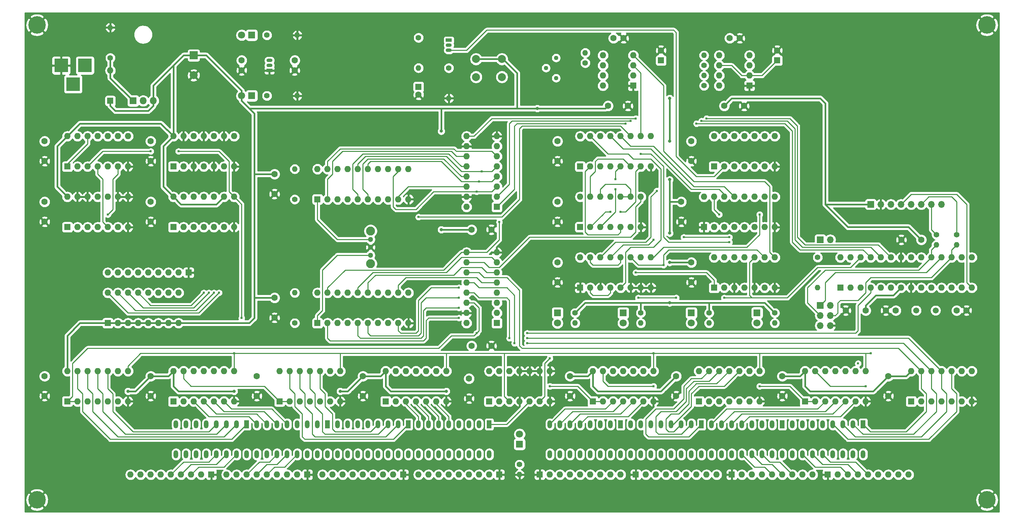
<source format=gbr>
G04 #@! TF.GenerationSoftware,KiCad,Pcbnew,(5.1.4)-1*
G04 #@! TF.CreationDate,2020-05-16T15:18:07+07:00*
G04 #@! TF.ProjectId,automata,6175746f-6d61-4746-912e-6b696361645f,1*
G04 #@! TF.SameCoordinates,Original*
G04 #@! TF.FileFunction,Copper,L1,Top*
G04 #@! TF.FilePolarity,Positive*
%FSLAX46Y46*%
G04 Gerber Fmt 4.6, Leading zero omitted, Abs format (unit mm)*
G04 Created by KiCad (PCBNEW (5.1.4)-1) date 2020-05-16 15:18:07*
%MOMM*%
%LPD*%
G04 APERTURE LIST*
%ADD10C,4.400000*%
%ADD11R,1.600000X1.600000*%
%ADD12O,1.600000X1.600000*%
%ADD13R,1.800000X1.800000*%
%ADD14O,1.800000X1.800000*%
%ADD15C,1.400000*%
%ADD16O,1.400000X1.400000*%
%ADD17R,1.700000X1.700000*%
%ADD18O,1.700000X1.700000*%
%ADD19O,1.200000X2.000000*%
%ADD20R,1.200000X2.000000*%
%ADD21C,1.120000*%
%ADD22C,1.300000*%
%ADD23C,2.250000*%
%ADD24C,1.600000*%
%ADD25C,1.800000*%
%ADD26O,1.500000X0.900000*%
%ADD27R,1.500000X0.900000*%
%ADD28R,2.000000X2.000000*%
%ADD29C,2.000000*%
%ADD30R,3.500000X3.500000*%
%ADD31C,1.500000*%
%ADD32C,0.609600*%
%ADD33C,0.800000*%
%ADD34C,0.250000*%
%ADD35C,0.406400*%
%ADD36C,0.254000*%
G04 APERTURE END LIST*
D10*
X267335000Y-154940000D03*
X28575000Y-154940000D03*
X267335000Y-35560000D03*
X28575000Y-35560000D03*
D11*
X46990000Y-54610000D03*
D12*
X46990000Y-46990000D03*
D13*
X52705000Y-54610000D03*
D14*
X55245000Y-54610000D03*
X57785000Y-54610000D03*
D15*
X259715000Y-88265000D03*
D16*
X259715000Y-90805000D03*
D15*
X254635000Y-88265000D03*
D16*
X254635000Y-90805000D03*
D17*
X225425000Y-89535000D03*
D18*
X227965000Y-89535000D03*
D17*
X225425000Y-106045000D03*
D18*
X227965000Y-106045000D03*
X225425000Y-108585000D03*
X227965000Y-108585000D03*
X225425000Y-111125000D03*
X227965000Y-111125000D03*
D11*
X248285000Y-130175000D03*
D12*
X263525000Y-122555000D03*
X250825000Y-130175000D03*
X260985000Y-122555000D03*
X253365000Y-130175000D03*
X258445000Y-122555000D03*
X255905000Y-130175000D03*
X255905000Y-122555000D03*
X258445000Y-130175000D03*
X253365000Y-122555000D03*
X260985000Y-130175000D03*
X250825000Y-122555000D03*
X263525000Y-130175000D03*
X248285000Y-122555000D03*
D11*
X221615000Y-130175000D03*
D12*
X236855000Y-122555000D03*
X224155000Y-130175000D03*
X234315000Y-122555000D03*
X226695000Y-130175000D03*
X231775000Y-122555000D03*
X229235000Y-130175000D03*
X229235000Y-122555000D03*
X231775000Y-130175000D03*
X226695000Y-122555000D03*
X234315000Y-130175000D03*
X224155000Y-122555000D03*
X236855000Y-130175000D03*
X221615000Y-122555000D03*
D11*
X194945000Y-130175000D03*
D12*
X210185000Y-122555000D03*
X197485000Y-130175000D03*
X207645000Y-122555000D03*
X200025000Y-130175000D03*
X205105000Y-122555000D03*
X202565000Y-130175000D03*
X202565000Y-122555000D03*
X205105000Y-130175000D03*
X200025000Y-122555000D03*
X207645000Y-130175000D03*
X197485000Y-122555000D03*
X210185000Y-130175000D03*
X194945000Y-122555000D03*
D11*
X168275000Y-130175000D03*
D12*
X183515000Y-122555000D03*
X170815000Y-130175000D03*
X180975000Y-122555000D03*
X173355000Y-130175000D03*
X178435000Y-122555000D03*
X175895000Y-130175000D03*
X175895000Y-122555000D03*
X178435000Y-130175000D03*
X173355000Y-122555000D03*
X180975000Y-130175000D03*
X170815000Y-122555000D03*
X183515000Y-130175000D03*
X168275000Y-122555000D03*
D11*
X116205000Y-130175000D03*
D12*
X131445000Y-122555000D03*
X118745000Y-130175000D03*
X128905000Y-122555000D03*
X121285000Y-130175000D03*
X126365000Y-122555000D03*
X123825000Y-130175000D03*
X123825000Y-122555000D03*
X126365000Y-130175000D03*
X121285000Y-122555000D03*
X128905000Y-130175000D03*
X118745000Y-122555000D03*
X131445000Y-130175000D03*
X116205000Y-122555000D03*
D11*
X89535000Y-130175000D03*
D12*
X104775000Y-122555000D03*
X92075000Y-130175000D03*
X102235000Y-122555000D03*
X94615000Y-130175000D03*
X99695000Y-122555000D03*
X97155000Y-130175000D03*
X97155000Y-122555000D03*
X99695000Y-130175000D03*
X94615000Y-122555000D03*
X102235000Y-130175000D03*
X92075000Y-122555000D03*
X104775000Y-130175000D03*
X89535000Y-122555000D03*
D11*
X62865000Y-130175000D03*
D12*
X78105000Y-122555000D03*
X65405000Y-130175000D03*
X75565000Y-122555000D03*
X67945000Y-130175000D03*
X73025000Y-122555000D03*
X70485000Y-130175000D03*
X70485000Y-122555000D03*
X73025000Y-130175000D03*
X67945000Y-122555000D03*
X75565000Y-130175000D03*
X65405000Y-122555000D03*
X78105000Y-130175000D03*
X62865000Y-122555000D03*
D11*
X36195000Y-130175000D03*
D12*
X51435000Y-122555000D03*
X38735000Y-130175000D03*
X48895000Y-122555000D03*
X41275000Y-130175000D03*
X46355000Y-122555000D03*
X43815000Y-130175000D03*
X43815000Y-122555000D03*
X46355000Y-130175000D03*
X41275000Y-122555000D03*
X48895000Y-130175000D03*
X38735000Y-122555000D03*
X51435000Y-130175000D03*
X36195000Y-122555000D03*
D11*
X62865000Y-86360000D03*
D12*
X78105000Y-78740000D03*
X65405000Y-86360000D03*
X75565000Y-78740000D03*
X67945000Y-86360000D03*
X73025000Y-78740000D03*
X70485000Y-86360000D03*
X70485000Y-78740000D03*
X73025000Y-86360000D03*
X67945000Y-78740000D03*
X75565000Y-86360000D03*
X65405000Y-78740000D03*
X78105000Y-86360000D03*
X62865000Y-78740000D03*
D11*
X99060000Y-110490000D03*
D12*
X121920000Y-102870000D03*
X101600000Y-110490000D03*
X119380000Y-102870000D03*
X104140000Y-110490000D03*
X116840000Y-102870000D03*
X106680000Y-110490000D03*
X114300000Y-102870000D03*
X109220000Y-110490000D03*
X111760000Y-102870000D03*
X111760000Y-110490000D03*
X109220000Y-102870000D03*
X114300000Y-110490000D03*
X106680000Y-102870000D03*
X116840000Y-110490000D03*
X104140000Y-102870000D03*
X119380000Y-110490000D03*
X101600000Y-102870000D03*
X121920000Y-110490000D03*
X99060000Y-102870000D03*
X46355000Y-102870000D03*
X64135000Y-110490000D03*
X48895000Y-102870000D03*
X61595000Y-110490000D03*
X51435000Y-102870000D03*
X59055000Y-110490000D03*
X53975000Y-102870000D03*
X56515000Y-110490000D03*
X56515000Y-102870000D03*
X53975000Y-110490000D03*
X59055000Y-102870000D03*
X51435000Y-110490000D03*
X61595000Y-102870000D03*
X48895000Y-110490000D03*
X64135000Y-102870000D03*
D11*
X46355000Y-110490000D03*
D15*
X224790000Y-93980000D03*
D16*
X224790000Y-101600000D03*
D19*
X157480000Y-135940000D03*
X157480000Y-143460000D03*
X160020000Y-135940000D03*
X160020000Y-143460000D03*
X162560000Y-135940000D03*
X162560000Y-143460000D03*
X165100000Y-135940000D03*
X165100000Y-143460000D03*
X167640000Y-135940000D03*
X167640000Y-143460000D03*
X170180000Y-135940000D03*
X170180000Y-143460000D03*
X172720000Y-135940000D03*
X172720000Y-143460000D03*
D20*
X175260000Y-135940000D03*
D19*
X175260000Y-143460000D03*
D15*
X149860000Y-146050000D03*
D16*
X149860000Y-148590000D03*
D11*
X198755000Y-101600000D03*
D12*
X213995000Y-93980000D03*
X201295000Y-101600000D03*
X211455000Y-93980000D03*
X203835000Y-101600000D03*
X208915000Y-93980000D03*
X206375000Y-101600000D03*
X206375000Y-93980000D03*
X208915000Y-101600000D03*
X203835000Y-93980000D03*
X211455000Y-101600000D03*
X201295000Y-93980000D03*
X213995000Y-101600000D03*
X198755000Y-93980000D03*
D11*
X62865000Y-71120000D03*
D12*
X78105000Y-63500000D03*
X65405000Y-71120000D03*
X75565000Y-63500000D03*
X67945000Y-71120000D03*
X73025000Y-63500000D03*
X70485000Y-71120000D03*
X70485000Y-63500000D03*
X73025000Y-71120000D03*
X67945000Y-63500000D03*
X75565000Y-71120000D03*
X65405000Y-63500000D03*
X78105000Y-71120000D03*
X62865000Y-63500000D03*
D21*
X159030000Y-43815000D03*
X156490000Y-46355000D03*
X159030000Y-48895000D03*
D19*
X218440000Y-135940000D03*
X218440000Y-143460000D03*
X220980000Y-135940000D03*
X220980000Y-143460000D03*
X223520000Y-135940000D03*
X223520000Y-143460000D03*
X226060000Y-135940000D03*
X226060000Y-143460000D03*
X228600000Y-135940000D03*
X228600000Y-143460000D03*
X231140000Y-135940000D03*
X231140000Y-143460000D03*
X233680000Y-135940000D03*
X233680000Y-143460000D03*
D20*
X236220000Y-135940000D03*
D19*
X236220000Y-143460000D03*
X198120000Y-135940000D03*
X198120000Y-143460000D03*
X200660000Y-135940000D03*
X200660000Y-143460000D03*
X203200000Y-135940000D03*
X203200000Y-143460000D03*
X205740000Y-135940000D03*
X205740000Y-143460000D03*
X208280000Y-135940000D03*
X208280000Y-143460000D03*
X210820000Y-135940000D03*
X210820000Y-143460000D03*
X213360000Y-135940000D03*
X213360000Y-143460000D03*
D20*
X215900000Y-135940000D03*
D19*
X215900000Y-143460000D03*
X177800000Y-135940000D03*
X177800000Y-143460000D03*
X180340000Y-135940000D03*
X180340000Y-143460000D03*
X182880000Y-135940000D03*
X182880000Y-143460000D03*
X185420000Y-135940000D03*
X185420000Y-143460000D03*
X187960000Y-135940000D03*
X187960000Y-143460000D03*
X190500000Y-135940000D03*
X190500000Y-143460000D03*
X193040000Y-135940000D03*
X193040000Y-143460000D03*
D20*
X195580000Y-135940000D03*
D19*
X195580000Y-143460000D03*
X124460000Y-135940000D03*
X124460000Y-143460000D03*
X127000000Y-135940000D03*
X127000000Y-143460000D03*
X129540000Y-135940000D03*
X129540000Y-143460000D03*
X132080000Y-135940000D03*
X132080000Y-143460000D03*
X134620000Y-135940000D03*
X134620000Y-143460000D03*
X137160000Y-135940000D03*
X137160000Y-143460000D03*
X139700000Y-135940000D03*
X139700000Y-143460000D03*
D20*
X142240000Y-135940000D03*
D19*
X142240000Y-143460000D03*
X104140000Y-135940000D03*
X104140000Y-143460000D03*
X106680000Y-135940000D03*
X106680000Y-143460000D03*
X109220000Y-135940000D03*
X109220000Y-143460000D03*
X111760000Y-135940000D03*
X111760000Y-143460000D03*
X114300000Y-135940000D03*
X114300000Y-143460000D03*
X116840000Y-135940000D03*
X116840000Y-143460000D03*
X119380000Y-135940000D03*
X119380000Y-143460000D03*
D20*
X121920000Y-135940000D03*
D19*
X121920000Y-143460000D03*
X83820000Y-135940000D03*
X83820000Y-143460000D03*
X86360000Y-135940000D03*
X86360000Y-143460000D03*
X88900000Y-135940000D03*
X88900000Y-143460000D03*
X91440000Y-135940000D03*
X91440000Y-143460000D03*
X93980000Y-135940000D03*
X93980000Y-143460000D03*
X96520000Y-135940000D03*
X96520000Y-143460000D03*
X99060000Y-135940000D03*
X99060000Y-143460000D03*
D20*
X101600000Y-135940000D03*
D19*
X101600000Y-143460000D03*
X63500000Y-135940000D03*
X63500000Y-143460000D03*
X66040000Y-135940000D03*
X66040000Y-143460000D03*
X68580000Y-135940000D03*
X68580000Y-143460000D03*
X71120000Y-135940000D03*
X71120000Y-143460000D03*
X73660000Y-135940000D03*
X73660000Y-143460000D03*
X76200000Y-135940000D03*
X76200000Y-143460000D03*
X78740000Y-135940000D03*
X78740000Y-143460000D03*
D20*
X81280000Y-135940000D03*
D19*
X81280000Y-143460000D03*
D22*
X112395000Y-93440000D03*
X112395000Y-91440000D03*
X112395000Y-89440000D03*
D23*
X112395000Y-95540000D03*
X112395000Y-87340000D03*
D24*
X202692000Y-38862000D03*
X205192000Y-38862000D03*
X173482000Y-38862000D03*
X175982000Y-38862000D03*
X259715000Y-107315000D03*
X262215000Y-107315000D03*
X241935000Y-107315000D03*
X244435000Y-107315000D03*
D11*
X124460000Y-51086000D03*
D24*
X124460000Y-53086000D03*
D15*
X86360000Y-38100000D03*
D16*
X93980000Y-38100000D03*
D15*
X86360000Y-53340000D03*
D16*
X93980000Y-53340000D03*
D13*
X82550000Y-38100000D03*
D25*
X80010000Y-38100000D03*
X80010000Y-53340000D03*
D13*
X82550000Y-53340000D03*
D26*
X86995000Y-45720000D03*
X86995000Y-44450000D03*
D27*
X86995000Y-46990000D03*
D24*
X93345000Y-44450000D03*
X93345000Y-46950000D03*
X80010000Y-44450000D03*
X80010000Y-46950000D03*
D15*
X196215000Y-45720000D03*
D16*
X196215000Y-43180000D03*
D15*
X196215000Y-50800000D03*
D16*
X196215000Y-48260000D03*
D15*
X166370000Y-45085000D03*
D16*
X166370000Y-42545000D03*
D11*
X214630000Y-44450000D03*
D24*
X214630000Y-41950000D03*
D11*
X185420000Y-44450000D03*
D24*
X185420000Y-41950000D03*
D28*
X67945000Y-43180000D03*
D29*
X67945000Y-48180000D03*
D12*
X165100000Y-78740000D03*
X180340000Y-86360000D03*
X167640000Y-78740000D03*
X177800000Y-86360000D03*
X170180000Y-78740000D03*
X175260000Y-86360000D03*
X172720000Y-78740000D03*
X172720000Y-86360000D03*
X175260000Y-78740000D03*
X170180000Y-86360000D03*
X177800000Y-78740000D03*
X167640000Y-86360000D03*
X180340000Y-78740000D03*
D11*
X165100000Y-86360000D03*
D15*
X213995000Y-107950000D03*
D16*
X213995000Y-110490000D03*
D15*
X197485000Y-107950000D03*
D16*
X197485000Y-110490000D03*
D15*
X180340000Y-107950000D03*
D16*
X180340000Y-110490000D03*
D15*
X163830000Y-107950000D03*
D16*
X163830000Y-110490000D03*
D13*
X209550000Y-107890000D03*
D25*
X209550000Y-110430000D03*
D13*
X193040000Y-107950000D03*
D25*
X193040000Y-110490000D03*
D11*
X142240000Y-130175000D03*
D12*
X157480000Y-122555000D03*
X144780000Y-130175000D03*
X154940000Y-122555000D03*
X147320000Y-130175000D03*
X152400000Y-122555000D03*
X149860000Y-130175000D03*
X149860000Y-122555000D03*
X152400000Y-130175000D03*
X147320000Y-122555000D03*
X154940000Y-130175000D03*
X144780000Y-122555000D03*
X157480000Y-130175000D03*
X142240000Y-122555000D03*
D15*
X46990000Y-43815000D03*
D16*
X46990000Y-36195000D03*
D15*
X132080000Y-46355000D03*
D16*
X132080000Y-53975000D03*
D15*
X124460000Y-38735000D03*
D16*
X124460000Y-46355000D03*
D11*
X144145000Y-81280000D03*
D12*
X136525000Y-63500000D03*
X144145000Y-78740000D03*
X136525000Y-66040000D03*
X144145000Y-76200000D03*
X136525000Y-68580000D03*
X144145000Y-73660000D03*
X136525000Y-71120000D03*
X144145000Y-71120000D03*
X136525000Y-73660000D03*
X144145000Y-68580000D03*
X136525000Y-76200000D03*
X144145000Y-66040000D03*
X136525000Y-78740000D03*
X144145000Y-63500000D03*
X136525000Y-81280000D03*
D15*
X93345000Y-79375000D03*
D16*
X93345000Y-71755000D03*
D15*
X93345000Y-110490000D03*
D16*
X93345000Y-102870000D03*
D24*
X250825000Y-89535000D03*
X245825000Y-89535000D03*
X236855000Y-107315000D03*
X231855000Y-107315000D03*
X137160000Y-124460000D03*
X137160000Y-129460000D03*
X242570000Y-123825000D03*
X242570000Y-128825000D03*
X215900000Y-123825000D03*
X215900000Y-128825000D03*
X189230000Y-123825000D03*
X189230000Y-128825000D03*
X162560000Y-123825000D03*
X162560000Y-128825000D03*
X110490000Y-123825000D03*
X110490000Y-128825000D03*
X83820000Y-123825000D03*
X83820000Y-128825000D03*
X57150000Y-123825000D03*
X57150000Y-128825000D03*
X30480000Y-123825000D03*
X30480000Y-128825000D03*
X159385000Y-95250000D03*
X159385000Y-100250000D03*
X193040000Y-95250000D03*
X193040000Y-100250000D03*
X190500000Y-80010000D03*
X190500000Y-85010000D03*
X193040000Y-64770000D03*
X193040000Y-69770000D03*
X159385000Y-80010000D03*
X159385000Y-85010000D03*
X159385000Y-64770000D03*
X159385000Y-69770000D03*
X201295000Y-55880000D03*
X206295000Y-55880000D03*
X172085000Y-55880000D03*
X177085000Y-55880000D03*
X137795000Y-116205000D03*
X142795000Y-116205000D03*
X137795000Y-86995000D03*
X142795000Y-86995000D03*
X88265000Y-104140000D03*
X88265000Y-109140000D03*
X88265000Y-73025000D03*
X88265000Y-78025000D03*
X57150000Y-80010000D03*
X57150000Y-85010000D03*
X30480000Y-80010000D03*
X30480000Y-85010000D03*
X57150000Y-64770000D03*
X57150000Y-69770000D03*
X30480000Y-64770000D03*
X30480000Y-69770000D03*
D11*
X227330000Y-148590000D03*
D12*
X229870000Y-148590000D03*
X232410000Y-148590000D03*
X234950000Y-148590000D03*
X237490000Y-148590000D03*
X240030000Y-148590000D03*
X242570000Y-148590000D03*
X245110000Y-148590000D03*
X247650000Y-148590000D03*
D11*
X203200000Y-148590000D03*
D12*
X205740000Y-148590000D03*
X208280000Y-148590000D03*
X210820000Y-148590000D03*
X213360000Y-148590000D03*
X215900000Y-148590000D03*
X218440000Y-148590000D03*
X220980000Y-148590000D03*
X223520000Y-148590000D03*
D11*
X179070000Y-148590000D03*
D12*
X181610000Y-148590000D03*
X184150000Y-148590000D03*
X186690000Y-148590000D03*
X189230000Y-148590000D03*
X191770000Y-148590000D03*
X194310000Y-148590000D03*
X196850000Y-148590000D03*
X199390000Y-148590000D03*
D11*
X154940000Y-148590000D03*
D12*
X157480000Y-148590000D03*
X160020000Y-148590000D03*
X162560000Y-148590000D03*
X165100000Y-148590000D03*
X167640000Y-148590000D03*
X170180000Y-148590000D03*
X172720000Y-148590000D03*
X175260000Y-148590000D03*
D11*
X144780000Y-148590000D03*
D12*
X142240000Y-148590000D03*
X139700000Y-148590000D03*
X137160000Y-148590000D03*
X134620000Y-148590000D03*
X132080000Y-148590000D03*
X129540000Y-148590000D03*
X127000000Y-148590000D03*
X124460000Y-148590000D03*
D11*
X120650000Y-148590000D03*
D12*
X118110000Y-148590000D03*
X115570000Y-148590000D03*
X113030000Y-148590000D03*
X110490000Y-148590000D03*
X107950000Y-148590000D03*
X105410000Y-148590000D03*
X102870000Y-148590000D03*
X100330000Y-148590000D03*
D11*
X96520000Y-148590000D03*
D12*
X93980000Y-148590000D03*
X91440000Y-148590000D03*
X88900000Y-148590000D03*
X86360000Y-148590000D03*
X83820000Y-148590000D03*
X81280000Y-148590000D03*
X78740000Y-148590000D03*
X76200000Y-148590000D03*
D11*
X72390000Y-148590000D03*
D12*
X69850000Y-148590000D03*
X67310000Y-148590000D03*
X64770000Y-148590000D03*
X62230000Y-148590000D03*
X59690000Y-148590000D03*
X57150000Y-148590000D03*
X54610000Y-148590000D03*
X52070000Y-148590000D03*
D13*
X149860000Y-140970000D03*
D25*
X149860000Y-138430000D03*
X159385000Y-110490000D03*
D13*
X159385000Y-107950000D03*
X175895000Y-107950000D03*
D25*
X175895000Y-110490000D03*
D30*
X40640000Y-45720000D03*
X34640000Y-45720000D03*
X37640000Y-50420000D03*
D18*
X255905000Y-80645000D03*
X253365000Y-80645000D03*
X250825000Y-80645000D03*
X248285000Y-80645000D03*
X245745000Y-80645000D03*
X243205000Y-80645000D03*
X240665000Y-80645000D03*
D17*
X238125000Y-80645000D03*
D27*
X132080000Y-39370000D03*
D26*
X132080000Y-41910000D03*
X132080000Y-40640000D03*
D12*
X46355000Y-97790000D03*
X48895000Y-97790000D03*
X51435000Y-97790000D03*
X53975000Y-97790000D03*
X56515000Y-97790000D03*
X59055000Y-97790000D03*
X61595000Y-97790000D03*
X64135000Y-97790000D03*
D11*
X66675000Y-97790000D03*
D29*
X138915000Y-48615600D03*
X138915000Y-44115600D03*
X145415000Y-48615600D03*
X145415000Y-44115600D03*
D12*
X36195000Y-63500000D03*
X51435000Y-71120000D03*
X38735000Y-63500000D03*
X48895000Y-71120000D03*
X41275000Y-63500000D03*
X46355000Y-71120000D03*
X43815000Y-63500000D03*
X43815000Y-71120000D03*
X46355000Y-63500000D03*
X41275000Y-71120000D03*
X48895000Y-63500000D03*
X38735000Y-71120000D03*
X51435000Y-63500000D03*
D11*
X36195000Y-71120000D03*
X36195000Y-86360000D03*
D12*
X51435000Y-78740000D03*
X38735000Y-86360000D03*
X48895000Y-78740000D03*
X41275000Y-86360000D03*
X46355000Y-78740000D03*
X43815000Y-86360000D03*
X43815000Y-78740000D03*
X46355000Y-86360000D03*
X41275000Y-78740000D03*
X48895000Y-86360000D03*
X38735000Y-78740000D03*
X51435000Y-86360000D03*
X36195000Y-78740000D03*
X198755000Y-63500000D03*
X213995000Y-71120000D03*
X201295000Y-63500000D03*
X211455000Y-71120000D03*
X203835000Y-63500000D03*
X208915000Y-71120000D03*
X206375000Y-63500000D03*
X206375000Y-71120000D03*
X208915000Y-63500000D03*
X203835000Y-71120000D03*
X211455000Y-63500000D03*
X201295000Y-71120000D03*
X213995000Y-63500000D03*
D11*
X198755000Y-71120000D03*
D12*
X196215000Y-78740000D03*
X213995000Y-86360000D03*
X198755000Y-78740000D03*
X211455000Y-86360000D03*
X201295000Y-78740000D03*
X208915000Y-86360000D03*
X203835000Y-78740000D03*
X206375000Y-86360000D03*
X206375000Y-78740000D03*
X203835000Y-86360000D03*
X208915000Y-78740000D03*
X201295000Y-86360000D03*
X211455000Y-78740000D03*
X198755000Y-86360000D03*
X213995000Y-78740000D03*
D11*
X196215000Y-86360000D03*
X144145000Y-110490000D03*
D12*
X136525000Y-92710000D03*
X144145000Y-107950000D03*
X136525000Y-95250000D03*
X144145000Y-105410000D03*
X136525000Y-97790000D03*
X144145000Y-102870000D03*
X136525000Y-100330000D03*
X144145000Y-100330000D03*
X136525000Y-102870000D03*
X144145000Y-97790000D03*
X136525000Y-105410000D03*
X144145000Y-95250000D03*
X136525000Y-107950000D03*
X144145000Y-92710000D03*
X136525000Y-110490000D03*
D11*
X99060000Y-79375000D03*
D12*
X121920000Y-71755000D03*
X101600000Y-79375000D03*
X119380000Y-71755000D03*
X104140000Y-79375000D03*
X116840000Y-71755000D03*
X106680000Y-79375000D03*
X114300000Y-71755000D03*
X109220000Y-79375000D03*
X111760000Y-71755000D03*
X111760000Y-79375000D03*
X109220000Y-71755000D03*
X114300000Y-79375000D03*
X106680000Y-71755000D03*
X116840000Y-79375000D03*
X104140000Y-71755000D03*
X119380000Y-79375000D03*
X101600000Y-71755000D03*
X121920000Y-79375000D03*
X99060000Y-71755000D03*
X165100000Y-93980000D03*
X182880000Y-101600000D03*
X167640000Y-93980000D03*
X180340000Y-101600000D03*
X170180000Y-93980000D03*
X177800000Y-101600000D03*
X172720000Y-93980000D03*
X175260000Y-101600000D03*
X175260000Y-93980000D03*
X172720000Y-101600000D03*
X177800000Y-93980000D03*
X170180000Y-101600000D03*
X180340000Y-93980000D03*
X167640000Y-101600000D03*
X182880000Y-93980000D03*
D11*
X165100000Y-101600000D03*
X178435000Y-50800000D03*
D12*
X170815000Y-43180000D03*
X178435000Y-48260000D03*
X170815000Y-45720000D03*
X178435000Y-45720000D03*
X170815000Y-48260000D03*
X178435000Y-43180000D03*
X170815000Y-50800000D03*
X200025000Y-50800000D03*
X207645000Y-43180000D03*
X200025000Y-48260000D03*
X207645000Y-45720000D03*
X200025000Y-45720000D03*
X207645000Y-48260000D03*
X200025000Y-43180000D03*
D11*
X207645000Y-50800000D03*
D12*
X165100000Y-63500000D03*
X182880000Y-71120000D03*
X167640000Y-63500000D03*
X180340000Y-71120000D03*
X170180000Y-63500000D03*
X177800000Y-71120000D03*
X172720000Y-63500000D03*
X175260000Y-71120000D03*
X175260000Y-63500000D03*
X172720000Y-71120000D03*
X177800000Y-63500000D03*
X170180000Y-71120000D03*
X180340000Y-63500000D03*
X167640000Y-71120000D03*
X182880000Y-63500000D03*
D11*
X165100000Y-71120000D03*
D12*
X230505000Y-93980000D03*
X263525000Y-101600000D03*
X233045000Y-93980000D03*
X260985000Y-101600000D03*
X235585000Y-93980000D03*
X258445000Y-101600000D03*
X238125000Y-93980000D03*
X255905000Y-101600000D03*
X240665000Y-93980000D03*
X253365000Y-101600000D03*
X243205000Y-93980000D03*
X250825000Y-101600000D03*
X245745000Y-93980000D03*
X248285000Y-101600000D03*
X248285000Y-93980000D03*
X245745000Y-101600000D03*
X250825000Y-93980000D03*
X243205000Y-101600000D03*
X253365000Y-93980000D03*
X240665000Y-101600000D03*
X255905000Y-93980000D03*
X238125000Y-101600000D03*
X258445000Y-93980000D03*
X235585000Y-101600000D03*
X260985000Y-93980000D03*
X233045000Y-101600000D03*
X263525000Y-93980000D03*
D11*
X230505000Y-101600000D03*
D31*
X254435000Y-107315000D03*
X249555000Y-107315000D03*
D32*
X183515000Y-126365000D03*
X210185000Y-126365000D03*
X236855000Y-126365000D03*
X148590000Y-115570000D03*
X151765000Y-115570000D03*
X147320000Y-114300000D03*
X151765000Y-114300000D03*
D33*
X130175000Y-86995000D03*
X130175000Y-62230000D03*
X154305000Y-56515000D03*
X187579000Y-53975000D03*
X187579000Y-64770000D03*
X187579000Y-74422000D03*
X187579000Y-105410000D03*
X187579000Y-95250000D03*
X187579000Y-87884000D03*
X51435000Y-127635000D03*
X78105000Y-127635000D03*
X104775000Y-127635000D03*
X131445000Y-127635000D03*
D32*
X179705000Y-104140000D03*
X189230000Y-104140000D03*
X191135000Y-88900000D03*
X202565000Y-88900000D03*
X234950000Y-120650000D03*
X151765000Y-113030000D03*
X139065000Y-113030000D03*
X238125000Y-118110000D03*
X183515000Y-118110000D03*
X57150000Y-67310000D03*
X64135000Y-67310000D03*
X80010000Y-109220000D03*
X78105000Y-118110000D03*
X184383680Y-77236320D03*
X144780000Y-85090000D03*
X134620000Y-101600000D03*
X140335000Y-72390000D03*
X134620000Y-104140000D03*
X139700000Y-74930000D03*
X134620000Y-106680000D03*
X139065000Y-77470000D03*
X134620000Y-109220000D03*
X186055000Y-95885000D03*
X180340000Y-67945000D03*
X124460000Y-83820000D03*
X202565000Y-90170000D03*
X201295000Y-104140000D03*
X157480000Y-119380000D03*
X183515000Y-89535000D03*
X176530000Y-60325000D03*
X194310000Y-60325000D03*
X179070000Y-59055000D03*
X196850000Y-59055000D03*
X177800000Y-59690000D03*
X195580000Y-59690000D03*
X179070000Y-97790000D03*
X74295000Y-102870000D03*
X73025000Y-102870000D03*
X71755000Y-102870000D03*
X70485000Y-102870000D03*
X46355000Y-83185000D03*
X172720000Y-82550000D03*
X175260000Y-82550000D03*
X173990000Y-74295000D03*
X173990000Y-76835000D03*
X157480000Y-126365000D03*
X157480000Y-126365000D03*
X200025000Y-83185000D03*
X210185000Y-83185000D03*
D34*
X78740000Y-143460000D02*
X78740000Y-143510000D01*
X78740000Y-143510000D02*
X75565000Y-146685000D01*
X69215000Y-146685000D02*
X67310000Y-148590000D01*
X75565000Y-146685000D02*
X69215000Y-146685000D01*
X76200000Y-143460000D02*
X76200000Y-143510000D01*
X76200000Y-143510000D02*
X73660000Y-146050000D01*
X67310000Y-146050000D02*
X64770000Y-148590000D01*
X73660000Y-146050000D02*
X67310000Y-146050000D01*
X71805000Y-137795000D02*
X73660000Y-135940000D01*
X52705000Y-137795000D02*
X71805000Y-137795000D01*
X47625000Y-132715000D02*
X52705000Y-137795000D01*
X47625000Y-128270000D02*
X47625000Y-132715000D01*
X46355000Y-122555000D02*
X46355000Y-127000000D01*
X46355000Y-127000000D02*
X47625000Y-128270000D01*
X73660000Y-143460000D02*
X73660000Y-143510000D01*
X73660000Y-143510000D02*
X71755000Y-145415000D01*
X65405000Y-145415000D02*
X62230000Y-148590000D01*
X71755000Y-145415000D02*
X65405000Y-145415000D01*
X45085000Y-128270000D02*
X45085000Y-132080000D01*
X43815000Y-122555000D02*
X43815000Y-127000000D01*
X43815000Y-127000000D02*
X45085000Y-128270000D01*
X73710000Y-138430000D02*
X76200000Y-135940000D01*
X50800000Y-138430000D02*
X73710000Y-138430000D01*
X45085000Y-132080000D02*
X45085000Y-132715000D01*
X45085000Y-132715000D02*
X50800000Y-138430000D01*
X42545000Y-128270000D02*
X42545000Y-132080000D01*
X41275000Y-122555000D02*
X41275000Y-127000000D01*
X41275000Y-127000000D02*
X42545000Y-128270000D01*
X75615000Y-139065000D02*
X78740000Y-135940000D01*
X48895000Y-139065000D02*
X75615000Y-139065000D01*
X42545000Y-132080000D02*
X42545000Y-132715000D01*
X42545000Y-132715000D02*
X48895000Y-139065000D01*
X38735000Y-122555000D02*
X38735000Y-127000000D01*
X38735000Y-127000000D02*
X40005000Y-128270000D01*
X40005000Y-128270000D02*
X40005000Y-132080000D01*
X77520000Y-139700000D02*
X81280000Y-135940000D01*
X46990000Y-139700000D02*
X77520000Y-139700000D01*
X40005000Y-132080000D02*
X40005000Y-132715000D01*
X40005000Y-132715000D02*
X46990000Y-139700000D01*
X67945000Y-130175000D02*
X71755000Y-133985000D01*
X81865000Y-133985000D02*
X83820000Y-135940000D01*
X71755000Y-133985000D02*
X81865000Y-133985000D01*
X83770000Y-133350000D02*
X86360000Y-135940000D01*
X70485000Y-130175000D02*
X73660000Y-133350000D01*
X73660000Y-133350000D02*
X83770000Y-133350000D01*
X85675000Y-132715000D02*
X88900000Y-135940000D01*
X73025000Y-130175000D02*
X75565000Y-132715000D01*
X75565000Y-132715000D02*
X85675000Y-132715000D01*
X87580000Y-132080000D02*
X91440000Y-135940000D01*
X75565000Y-130175000D02*
X77470000Y-132080000D01*
X77470000Y-132080000D02*
X87580000Y-132080000D01*
X93980000Y-143460000D02*
X93980000Y-143510000D01*
X93980000Y-143510000D02*
X90805000Y-146685000D01*
X88265000Y-146685000D02*
X86360000Y-148590000D01*
X90805000Y-146685000D02*
X88265000Y-146685000D01*
X91440000Y-143460000D02*
X91440000Y-143510000D01*
X91440000Y-143510000D02*
X88900000Y-146050000D01*
X86360000Y-146050000D02*
X83820000Y-148590000D01*
X88900000Y-146050000D02*
X86360000Y-146050000D01*
X88900000Y-143460000D02*
X88900000Y-143510000D01*
X88900000Y-143510000D02*
X86995000Y-145415000D01*
X84455000Y-145415000D02*
X81280000Y-148590000D01*
X86995000Y-145415000D02*
X84455000Y-145415000D01*
X65405000Y-122555000D02*
X65405000Y-124460000D01*
X65405000Y-124460000D02*
X67310000Y-126365000D01*
X85725000Y-126365000D02*
X89535000Y-130175000D01*
X67310000Y-126365000D02*
X85725000Y-126365000D01*
X89535000Y-130175000D02*
X92075000Y-130175000D01*
X103505000Y-137795000D02*
X112445000Y-137795000D01*
X112445000Y-137795000D02*
X114300000Y-135940000D01*
X99695000Y-127000000D02*
X100965000Y-128270000D01*
X99695000Y-122555000D02*
X99695000Y-127000000D01*
X100965000Y-128270000D02*
X100965000Y-131445000D01*
X100965000Y-131445000D02*
X102870000Y-133350000D01*
X102870000Y-133350000D02*
X102870000Y-137160000D01*
X102870000Y-137160000D02*
X103505000Y-137795000D01*
X114350000Y-138430000D02*
X116840000Y-135940000D01*
X100965000Y-138430000D02*
X114350000Y-138430000D01*
X98425000Y-128270000D02*
X98425000Y-131445000D01*
X98425000Y-131445000D02*
X100330000Y-133350000D01*
X97155000Y-127000000D02*
X98425000Y-128270000D01*
X100330000Y-133350000D02*
X100330000Y-137795000D01*
X97155000Y-122555000D02*
X97155000Y-127000000D01*
X100330000Y-137795000D02*
X100965000Y-138430000D01*
X94615000Y-122555000D02*
X94615000Y-127000000D01*
X94615000Y-127000000D02*
X95885000Y-128270000D01*
X95885000Y-128270000D02*
X95885000Y-131445000D01*
X95885000Y-131445000D02*
X97790000Y-133350000D01*
X97790000Y-133350000D02*
X97790000Y-138430000D01*
X97790000Y-138430000D02*
X98425000Y-139065000D01*
X116255000Y-139065000D02*
X119380000Y-135940000D01*
X98425000Y-139065000D02*
X116255000Y-139065000D01*
X118160000Y-139700000D02*
X121920000Y-135940000D01*
X95885000Y-139700000D02*
X118160000Y-139700000D01*
X92075000Y-122555000D02*
X92075000Y-127000000D01*
X93345000Y-128270000D02*
X93345000Y-131445000D01*
X93345000Y-131445000D02*
X95250000Y-133350000D01*
X92075000Y-127000000D02*
X93345000Y-128270000D01*
X95250000Y-133350000D02*
X95250000Y-139065000D01*
X95250000Y-139065000D02*
X95885000Y-139700000D01*
X146635000Y-135940000D02*
X152400000Y-130175000D01*
X142240000Y-135940000D02*
X146635000Y-135940000D01*
X128905000Y-130175000D02*
X128905000Y-130810000D01*
X132080000Y-133985000D02*
X132080000Y-135940000D01*
X128905000Y-130810000D02*
X132080000Y-133985000D01*
X126365000Y-130175000D02*
X126365000Y-130810000D01*
X129540000Y-133985000D02*
X129540000Y-135940000D01*
X126365000Y-130810000D02*
X129540000Y-133985000D01*
X123825000Y-130175000D02*
X123825000Y-130810000D01*
X127000000Y-133985000D02*
X127000000Y-135940000D01*
X123825000Y-130810000D02*
X127000000Y-133985000D01*
X121285000Y-130175000D02*
X121285000Y-130810000D01*
X124460000Y-133985000D02*
X124460000Y-135940000D01*
X121285000Y-130810000D02*
X124460000Y-133985000D01*
X170815000Y-122555000D02*
X170815000Y-125095000D01*
X170815000Y-125095000D02*
X172085000Y-126365000D01*
X172085000Y-126365000D02*
X183515000Y-126365000D01*
X183515000Y-126365000D02*
X183515000Y-126365000D01*
X165100000Y-135940000D02*
X165100000Y-135890000D01*
X165100000Y-135890000D02*
X167005000Y-133985000D01*
X177165000Y-133985000D02*
X180975000Y-130175000D01*
X167005000Y-133985000D02*
X177165000Y-133985000D01*
X162560000Y-135940000D02*
X162560000Y-135890000D01*
X162560000Y-135890000D02*
X165100000Y-133350000D01*
X175260000Y-133350000D02*
X178435000Y-130175000D01*
X165100000Y-133350000D02*
X175260000Y-133350000D01*
X160020000Y-135940000D02*
X160020000Y-135890000D01*
X160020000Y-135890000D02*
X163195000Y-132715000D01*
X173355000Y-132715000D02*
X175895000Y-130175000D01*
X163195000Y-132715000D02*
X173355000Y-132715000D01*
X157480000Y-135940000D02*
X157480000Y-135890000D01*
X157480000Y-135890000D02*
X161290000Y-132080000D01*
X171450000Y-132080000D02*
X173355000Y-130175000D01*
X161290000Y-132080000D02*
X171450000Y-132080000D01*
X188545000Y-135940000D02*
X187960000Y-135940000D01*
X193040000Y-131445000D02*
X188545000Y-135940000D01*
X193040000Y-128270000D02*
X193040000Y-131445000D01*
X194945000Y-126365000D02*
X193040000Y-128270000D01*
X205105000Y-122555000D02*
X201295000Y-126365000D01*
X201295000Y-126365000D02*
X194945000Y-126365000D01*
X188645000Y-137795000D02*
X190500000Y-135940000D01*
X187325000Y-137795000D02*
X188645000Y-137795000D01*
X186690000Y-137160000D02*
X187325000Y-137795000D01*
X186690000Y-134620000D02*
X186690000Y-137160000D01*
X199390000Y-125730000D02*
X194310000Y-125730000D01*
X187960000Y-133350000D02*
X186690000Y-134620000D01*
X202565000Y-122555000D02*
X199390000Y-125730000D01*
X194310000Y-125730000D02*
X192405000Y-127635000D01*
X192405000Y-127635000D02*
X192405000Y-130810000D01*
X192405000Y-130810000D02*
X189865000Y-133350000D01*
X189865000Y-133350000D02*
X187960000Y-133350000D01*
X184785000Y-138430000D02*
X190550000Y-138430000D01*
X184150000Y-137795000D02*
X184785000Y-138430000D01*
X184150000Y-133985000D02*
X184150000Y-137795000D01*
X185420000Y-132715000D02*
X184150000Y-133985000D01*
X197485000Y-125095000D02*
X193675000Y-125095000D01*
X190550000Y-138430000D02*
X193040000Y-135940000D01*
X200025000Y-122555000D02*
X197485000Y-125095000D01*
X193675000Y-125095000D02*
X191769295Y-127000705D01*
X191769295Y-127000705D02*
X191769295Y-130175705D01*
X191769295Y-130175705D02*
X189230000Y-132715000D01*
X189230000Y-132715000D02*
X185420000Y-132715000D01*
X192455000Y-139065000D02*
X195580000Y-135940000D01*
X182245000Y-139065000D02*
X192455000Y-139065000D01*
X181610000Y-138430000D02*
X182245000Y-139065000D01*
X184150000Y-132080000D02*
X181610000Y-134620000D01*
X181610000Y-134620000D02*
X181610000Y-138430000D01*
X195580000Y-124460000D02*
X193040000Y-124460000D01*
X197485000Y-122555000D02*
X195580000Y-124460000D01*
X193040000Y-124460000D02*
X191135000Y-126365000D01*
X191135000Y-126365000D02*
X191135000Y-129540000D01*
X191135000Y-129540000D02*
X188595000Y-132080000D01*
X188595000Y-132080000D02*
X184150000Y-132080000D01*
X217805000Y-126365000D02*
X221615000Y-130175000D01*
X210185000Y-126365000D02*
X217805000Y-126365000D01*
X221615000Y-130175000D02*
X224155000Y-130175000D01*
X224155000Y-122555000D02*
X227965000Y-126365000D01*
X227965000Y-126365000D02*
X236855000Y-126365000D01*
X236855000Y-126365000D02*
X236855000Y-126365000D01*
X205740000Y-143460000D02*
X205740000Y-143510000D01*
X205740000Y-143510000D02*
X208915000Y-146685000D01*
X211455000Y-146685000D02*
X213360000Y-148590000D01*
X208915000Y-146685000D02*
X211455000Y-146685000D01*
X208280000Y-143460000D02*
X208280000Y-143510000D01*
X208280000Y-143510000D02*
X210820000Y-146050000D01*
X210820000Y-146050000D02*
X213360000Y-146050000D01*
X213360000Y-146050000D02*
X215900000Y-148590000D01*
X210820000Y-143460000D02*
X210820000Y-143510000D01*
X210820000Y-143510000D02*
X212725000Y-145415000D01*
X215265000Y-145415000D02*
X218440000Y-148590000D01*
X212725000Y-145415000D02*
X215265000Y-145415000D01*
X205740000Y-135940000D02*
X205740000Y-135890000D01*
X205740000Y-135890000D02*
X207645000Y-133985000D01*
X230505000Y-133985000D02*
X234315000Y-130175000D01*
X207645000Y-133985000D02*
X230505000Y-133985000D01*
X139700000Y-97790000D02*
X140970000Y-99060000D01*
X136525000Y-97790000D02*
X139700000Y-97790000D01*
X140970000Y-99060000D02*
X146685000Y-99060000D01*
X146685000Y-99060000D02*
X149860000Y-102235000D01*
X149860000Y-102235000D02*
X149860000Y-116205000D01*
X149860000Y-116205000D02*
X150495000Y-116840000D01*
X245110000Y-116840000D02*
X250825000Y-122555000D01*
X150495000Y-116840000D02*
X245110000Y-116840000D01*
X238075000Y-137795000D02*
X236220000Y-135940000D01*
X247015000Y-137795000D02*
X238075000Y-137795000D01*
X252095000Y-132715000D02*
X247015000Y-137795000D01*
X252095000Y-128270000D02*
X252095000Y-132715000D01*
X250825000Y-122555000D02*
X250825000Y-127000000D01*
X250825000Y-127000000D02*
X252095000Y-128270000D01*
X138430000Y-100330000D02*
X136525000Y-100330000D01*
X139700000Y-101600000D02*
X138430000Y-100330000D01*
X145415000Y-101600000D02*
X139700000Y-101600000D01*
X145415000Y-101600000D02*
X146685000Y-101600000D01*
X146685000Y-101600000D02*
X148590000Y-103505000D01*
X148590000Y-103505000D02*
X148590000Y-115570000D01*
X246380000Y-115570000D02*
X253365000Y-122555000D01*
X151765000Y-115570000D02*
X246380000Y-115570000D01*
X236170000Y-138430000D02*
X233680000Y-135940000D01*
X248920000Y-138430000D02*
X236170000Y-138430000D01*
X254635000Y-132715000D02*
X248920000Y-138430000D01*
X254635000Y-128270000D02*
X254635000Y-132715000D01*
X253365000Y-122555000D02*
X253365000Y-127000000D01*
X253365000Y-127000000D02*
X254635000Y-128270000D01*
X136525000Y-102870000D02*
X138430000Y-102870000D01*
X138430000Y-102870000D02*
X139700000Y-104140000D01*
X139700000Y-104140000D02*
X146685000Y-104140000D01*
X146685000Y-104140000D02*
X147320000Y-104775000D01*
X147320000Y-104775000D02*
X147320000Y-114300000D01*
X247650000Y-114300000D02*
X255905000Y-122555000D01*
X151765000Y-114300000D02*
X247650000Y-114300000D01*
X234265000Y-139065000D02*
X231140000Y-135940000D01*
X250825000Y-139065000D02*
X234265000Y-139065000D01*
X257175000Y-132715000D02*
X250825000Y-139065000D01*
X257175000Y-128270000D02*
X257175000Y-132715000D01*
X255905000Y-122555000D02*
X255905000Y-127000000D01*
X255905000Y-127000000D02*
X257175000Y-128270000D01*
D35*
X61595000Y-123825000D02*
X62865000Y-122555000D01*
X57150000Y-123825000D02*
X61595000Y-123825000D01*
X114935000Y-123825000D02*
X116205000Y-122555000D01*
X110490000Y-123825000D02*
X114935000Y-123825000D01*
X167005000Y-123825000D02*
X168275000Y-122555000D01*
X162560000Y-123825000D02*
X167005000Y-123825000D01*
X220345000Y-123825000D02*
X221615000Y-122555000D01*
X215900000Y-123825000D02*
X220345000Y-123825000D01*
X247015000Y-123825000D02*
X248285000Y-122555000D01*
X242570000Y-123825000D02*
X247015000Y-123825000D01*
X236855000Y-106045000D02*
X236855000Y-107315000D01*
X239395000Y-103505000D02*
X236855000Y-106045000D01*
X245745000Y-101600000D02*
X243840000Y-103505000D01*
X243840000Y-103505000D02*
X239395000Y-103505000D01*
X33655000Y-66040000D02*
X36195000Y-63500000D01*
X36195000Y-78740000D02*
X33655000Y-76200000D01*
X33655000Y-76200000D02*
X33655000Y-66040000D01*
X62865000Y-63500000D02*
X60325000Y-66040000D01*
X60325000Y-66040000D02*
X60325000Y-76200000D01*
X60325000Y-76200000D02*
X62865000Y-78740000D01*
X36195000Y-63500000D02*
X39370000Y-60325000D01*
X39370000Y-60325000D02*
X59690000Y-60325000D01*
X59690000Y-60325000D02*
X62865000Y-63500000D01*
X88265000Y-104140000D02*
X83185000Y-104140000D01*
X88265000Y-73025000D02*
X83185000Y-73025000D01*
X83185000Y-81280000D02*
X83185000Y-104140000D01*
X83185000Y-73025000D02*
X83185000Y-81280000D01*
X83185000Y-104140000D02*
X83185000Y-109220000D01*
X83185000Y-109220000D02*
X81915000Y-110490000D01*
X171450000Y-56515000D02*
X172085000Y-55880000D01*
X137795000Y-86995000D02*
X130175000Y-86995000D01*
X154305000Y-56515000D02*
X171450000Y-56515000D01*
X187579000Y-53975000D02*
X187579000Y-64770000D01*
X190500000Y-80010000D02*
X187579000Y-80010000D01*
X187579000Y-74422000D02*
X187579000Y-80010000D01*
X166370000Y-105410000D02*
X163830000Y-107950000D01*
X180340000Y-105410000D02*
X180340000Y-107950000D01*
X180340000Y-105410000D02*
X166370000Y-105410000D01*
X187579000Y-105410000D02*
X180340000Y-105410000D01*
X187579000Y-105410000D02*
X197485000Y-105410000D01*
X197485000Y-105410000D02*
X197485000Y-107950000D01*
X211455000Y-105410000D02*
X213995000Y-107950000D01*
X197485000Y-105410000D02*
X211455000Y-105410000D01*
X193040000Y-95250000D02*
X187579000Y-95250000D01*
X203200000Y-53975000D02*
X225425000Y-53975000D01*
X225425000Y-53975000D02*
X226695000Y-55245000D01*
X201295000Y-55880000D02*
X203200000Y-53975000D01*
X64770000Y-80645000D02*
X73660000Y-80645000D01*
X62865000Y-78740000D02*
X64770000Y-80645000D01*
X73660000Y-80645000D02*
X75565000Y-78740000D01*
X81915000Y-110490000D02*
X64135000Y-110490000D01*
X64135000Y-110490000D02*
X61595000Y-110490000D01*
X61595000Y-110490000D02*
X59055000Y-110490000D01*
X59055000Y-110490000D02*
X56515000Y-110490000D01*
X56515000Y-110490000D02*
X53975000Y-110490000D01*
X53975000Y-110490000D02*
X51435000Y-110490000D01*
X51435000Y-110490000D02*
X48895000Y-110490000D01*
X48895000Y-110490000D02*
X46355000Y-110490000D01*
X46355000Y-110490000D02*
X39370000Y-110490000D01*
X187579000Y-80010000D02*
X187579000Y-87884000D01*
X226695000Y-55245000D02*
X226695000Y-78740000D01*
X226695000Y-78740000D02*
X226695000Y-80645000D01*
X130175000Y-62230000D02*
X130175000Y-56515000D01*
X130175000Y-56515000D02*
X145415000Y-56515000D01*
X80010000Y-52070000D02*
X80010000Y-53340000D01*
X67945000Y-43180000D02*
X71120000Y-43180000D01*
X71120000Y-43180000D02*
X80010000Y-52070000D01*
X145415000Y-44115600D02*
X145715600Y-44115600D01*
X149225000Y-47625000D02*
X149225000Y-56515000D01*
X145715600Y-44115600D02*
X149225000Y-47625000D01*
X145415000Y-56515000D02*
X149225000Y-56515000D01*
X149225000Y-56515000D02*
X154305000Y-56515000D01*
X145415000Y-44115600D02*
X138915000Y-44115600D01*
X39370000Y-110490000D02*
X36195000Y-113665000D01*
X36195000Y-113665000D02*
X36195000Y-122555000D01*
X53340000Y-127635000D02*
X57150000Y-123825000D01*
X51435000Y-127635000D02*
X53340000Y-127635000D01*
X62865000Y-122555000D02*
X62865000Y-126365000D01*
X62865000Y-126365000D02*
X64135000Y-127635000D01*
X64135000Y-127635000D02*
X78105000Y-127635000D01*
X106680000Y-127635000D02*
X110490000Y-123825000D01*
X104775000Y-127635000D02*
X106680000Y-127635000D01*
X116205000Y-122555000D02*
X116205000Y-126365000D01*
X116205000Y-126365000D02*
X117475000Y-127635000D01*
X117475000Y-127635000D02*
X131445000Y-127635000D01*
X168275000Y-122555000D02*
X168275000Y-126365000D01*
X168275000Y-126365000D02*
X169545000Y-127635000D01*
X185420000Y-127635000D02*
X189230000Y-123825000D01*
X169545000Y-127635000D02*
X185420000Y-127635000D01*
X221615000Y-122555000D02*
X221615000Y-126365000D01*
X221615000Y-126365000D02*
X222885000Y-127635000D01*
X238760000Y-127635000D02*
X242570000Y-123825000D01*
X222885000Y-127635000D02*
X238760000Y-127635000D01*
X238125000Y-80645000D02*
X226695000Y-80645000D01*
X247650000Y-86360000D02*
X250825000Y-89535000D01*
X226695000Y-80645000D02*
X232410000Y-86360000D01*
X232410000Y-86360000D02*
X247650000Y-86360000D01*
X46990000Y-54610000D02*
X46990000Y-55880000D01*
X46990000Y-55880000D02*
X48260000Y-57150000D01*
X48260000Y-57150000D02*
X56515000Y-57150000D01*
X57785000Y-55880000D02*
X57785000Y-54610000D01*
X56515000Y-57150000D02*
X57785000Y-55880000D01*
X57785000Y-54610000D02*
X57785000Y-50800000D01*
X65405000Y-43180000D02*
X67945000Y-43180000D01*
X128270000Y-56515000D02*
X130175000Y-56515000D01*
X81915000Y-56515000D02*
X128270000Y-56515000D01*
X80010000Y-53340000D02*
X80010000Y-54610000D01*
X80010000Y-54610000D02*
X81915000Y-56515000D01*
X83185000Y-73025000D02*
X83185000Y-57785000D01*
X83185000Y-57785000D02*
X81915000Y-56515000D01*
X62865000Y-63500000D02*
X62865000Y-45720000D01*
X57785000Y-50800000D02*
X62865000Y-45720000D01*
X62865000Y-45720000D02*
X65405000Y-43180000D01*
D34*
X179705000Y-104140000D02*
X179705000Y-104140000D01*
X189230000Y-104140000D02*
X179705000Y-104140000D01*
X202565000Y-88900000D02*
X191135000Y-88900000D01*
X248285000Y-78105000D02*
X245745000Y-80645000D01*
X259715000Y-78105000D02*
X248285000Y-78105000D01*
X262255000Y-80645000D02*
X259715000Y-78105000D01*
X263525000Y-101600000D02*
X262255000Y-100330000D01*
X262255000Y-100330000D02*
X262255000Y-80645000D01*
X259715000Y-88265000D02*
X259715000Y-80010000D01*
X259715000Y-80010000D02*
X258445000Y-78740000D01*
X252730000Y-78740000D02*
X250825000Y-80645000D01*
X258445000Y-78740000D02*
X252730000Y-78740000D01*
X253365000Y-86995000D02*
X254635000Y-88265000D01*
X253365000Y-80645000D02*
X253365000Y-86995000D01*
X198755000Y-73660000D02*
X201295000Y-71120000D01*
X194310000Y-73660000D02*
X198755000Y-73660000D01*
X140970000Y-37465000D02*
X141605000Y-36830000D01*
X141605000Y-36830000D02*
X188595000Y-36830000D01*
X188595000Y-36830000D02*
X189230000Y-37465000D01*
X189230000Y-37465000D02*
X189230000Y-68580000D01*
X189230000Y-68580000D02*
X194310000Y-73660000D01*
X132080000Y-41910000D02*
X136525000Y-41910000D01*
X136525000Y-41910000D02*
X140970000Y-37465000D01*
X104045000Y-93440000D02*
X112395000Y-93440000D01*
X100330000Y-97155000D02*
X104045000Y-93440000D01*
X100330000Y-107315000D02*
X100330000Y-97155000D01*
X99060000Y-110490000D02*
X99060000Y-108585000D01*
X99060000Y-108585000D02*
X100330000Y-107315000D01*
X104045000Y-89440000D02*
X112395000Y-89440000D01*
X99060000Y-79375000D02*
X99060000Y-84455000D01*
X99060000Y-84455000D02*
X104045000Y-89440000D01*
X151765000Y-113030000D02*
X151765000Y-113030000D01*
X139700000Y-106680000D02*
X138430000Y-105410000D01*
X138430000Y-113665000D02*
X139700000Y-112395000D01*
X37465000Y-128905000D02*
X37465000Y-120650000D01*
X37465000Y-120650000D02*
X41275000Y-116840000D01*
X139700000Y-112395000D02*
X139700000Y-106680000D01*
X41275000Y-116840000D02*
X129540000Y-116840000D01*
X138430000Y-105410000D02*
X136525000Y-105410000D01*
X129540000Y-116840000D02*
X132715000Y-113665000D01*
X132715000Y-113665000D02*
X138430000Y-113665000D01*
X184785000Y-113030000D02*
X151765000Y-113030000D01*
X234315000Y-113030000D02*
X184785000Y-113030000D01*
X234950000Y-112395000D02*
X234315000Y-113030000D01*
X234950000Y-106045000D02*
X234950000Y-112395000D01*
X238125000Y-101600000D02*
X238125000Y-102870000D01*
X238125000Y-102870000D02*
X234950000Y-106045000D01*
X36195000Y-130175000D02*
X38735000Y-130175000D01*
X37465000Y-128905000D02*
X36195000Y-130175000D01*
X236855000Y-122555000D02*
X236855000Y-118110000D01*
X236855000Y-118110000D02*
X238125000Y-118110000D01*
X210185000Y-122555000D02*
X210185000Y-118110000D01*
X183515000Y-122555000D02*
X183515000Y-118110000D01*
X183515000Y-118110000D02*
X183515000Y-118110000D01*
X131445000Y-122555000D02*
X131445000Y-118110000D01*
X104775000Y-122555000D02*
X104775000Y-118110000D01*
X104775000Y-118110000D02*
X131445000Y-118110000D01*
X54610000Y-118110000D02*
X104775000Y-118110000D01*
X51435000Y-122555000D02*
X51435000Y-121285000D01*
X51435000Y-121285000D02*
X54610000Y-118110000D01*
X78105000Y-122555000D02*
X78105000Y-118110000D01*
X178435000Y-45720000D02*
X180340000Y-47625000D01*
X180340000Y-47625000D02*
X180340000Y-63500000D01*
X183515000Y-118110000D02*
X236855000Y-118110000D01*
X41275000Y-71120000D02*
X45085000Y-67310000D01*
X45085000Y-67310000D02*
X57150000Y-67310000D01*
X64135000Y-67310000D02*
X74295000Y-67310000D01*
X74295000Y-67310000D02*
X76835000Y-69850000D01*
X76835000Y-77470000D02*
X78105000Y-78740000D01*
X76835000Y-69850000D02*
X76835000Y-77470000D01*
X131445000Y-118110000D02*
X135890000Y-118110000D01*
X78105000Y-78740000D02*
X79375000Y-80010000D01*
X79375000Y-80010000D02*
X80010000Y-80645000D01*
X80010000Y-80645000D02*
X80010000Y-109220000D01*
X146050000Y-128905000D02*
X147320000Y-130175000D01*
X146050000Y-118110000D02*
X146050000Y-128905000D01*
X146050000Y-118110000D02*
X183515000Y-118110000D01*
X135890000Y-118110000D02*
X146050000Y-118110000D01*
X173990000Y-90170000D02*
X170180000Y-93980000D01*
X181610000Y-90170000D02*
X173990000Y-90170000D01*
X182880000Y-88900000D02*
X181610000Y-90170000D01*
X184383680Y-77236320D02*
X182880000Y-78740000D01*
X182880000Y-78740000D02*
X182880000Y-88900000D01*
X136525000Y-92710000D02*
X141605000Y-92710000D01*
X141605000Y-92710000D02*
X144780000Y-89535000D01*
X144780000Y-89535000D02*
X144780000Y-85090000D01*
X142875000Y-67310000D02*
X144145000Y-68580000D01*
X133985000Y-67310000D02*
X142875000Y-67310000D01*
X133350000Y-66675000D02*
X133985000Y-67310000D01*
X104775000Y-66675000D02*
X133350000Y-66675000D01*
X101600000Y-71755000D02*
X101600000Y-69850000D01*
X101600000Y-69850000D02*
X104775000Y-66675000D01*
X135255000Y-92710000D02*
X136525000Y-92710000D01*
X130810000Y-97155000D02*
X135255000Y-92710000D01*
X106045000Y-97155000D02*
X130810000Y-97155000D01*
X101600000Y-102870000D02*
X101600000Y-101600000D01*
X101600000Y-101600000D02*
X106045000Y-97155000D01*
X119380000Y-110490000D02*
X119380000Y-109855000D01*
X119380000Y-110490000D02*
X119380000Y-112395000D01*
X119380000Y-112395000D02*
X120015000Y-113030000D01*
X120015000Y-113030000D02*
X123825000Y-113030000D01*
X123825000Y-113030000D02*
X124460000Y-112395000D01*
X124460000Y-112395000D02*
X124460000Y-104775000D01*
X124460000Y-104775000D02*
X127635000Y-101600000D01*
X129540000Y-101600000D02*
X134620000Y-101600000D01*
X121920000Y-76200000D02*
X136525000Y-76200000D01*
X119380000Y-79375000D02*
X119380000Y-78740000D01*
X119380000Y-78740000D02*
X121920000Y-76200000D01*
X127635000Y-101600000D02*
X129540000Y-101600000D01*
X142875000Y-72390000D02*
X144145000Y-71120000D01*
X140335000Y-72390000D02*
X142875000Y-72390000D01*
X135255000Y-72390000D02*
X140335000Y-72390000D01*
X131445000Y-68580000D02*
X135255000Y-72390000D01*
X111125000Y-68580000D02*
X131445000Y-68580000D01*
X109220000Y-71755000D02*
X109220000Y-70485000D01*
X109220000Y-70485000D02*
X111125000Y-68580000D01*
X142875000Y-93980000D02*
X144145000Y-95250000D01*
X135255000Y-93980000D02*
X142875000Y-93980000D01*
X131445000Y-97790000D02*
X135255000Y-93980000D01*
X113030000Y-97790000D02*
X131445000Y-97790000D01*
X109220000Y-102870000D02*
X109220000Y-101600000D01*
X109220000Y-101600000D02*
X113030000Y-97790000D01*
X111760000Y-78105000D02*
X110490000Y-76835000D01*
X110490000Y-76835000D02*
X110490000Y-70485000D01*
X135255000Y-73660000D02*
X136525000Y-73660000D01*
X111760000Y-79375000D02*
X111760000Y-78105000D01*
X110490000Y-70485000D02*
X111760000Y-69215000D01*
X111760000Y-69215000D02*
X128905000Y-69215000D01*
X130810000Y-69215000D02*
X135255000Y-73660000D01*
X111760000Y-110490000D02*
X111760000Y-113030000D01*
X111760000Y-113030000D02*
X112395000Y-113665000D01*
X112395000Y-113665000D02*
X124460000Y-113665000D01*
X124460000Y-113665000D02*
X125095000Y-113030000D01*
X125095000Y-113030000D02*
X125095000Y-105410000D01*
X125095000Y-105410000D02*
X126365000Y-104140000D01*
X126365000Y-104140000D02*
X132715000Y-104140000D01*
X128905000Y-69215000D02*
X130810000Y-69215000D01*
X132715000Y-104140000D02*
X134620000Y-104140000D01*
X111760000Y-71755000D02*
X111760000Y-70485000D01*
X111760000Y-70485000D02*
X112395000Y-69850000D01*
X112395000Y-69850000D02*
X128270000Y-69850000D01*
X130175000Y-69850000D02*
X135255000Y-74930000D01*
X142875000Y-74930000D02*
X144145000Y-73660000D01*
X135255000Y-74930000D02*
X142875000Y-74930000D01*
X111760000Y-100330000D02*
X113665000Y-98425000D01*
X111760000Y-102870000D02*
X111760000Y-100330000D01*
X113665000Y-98425000D02*
X131445000Y-98425000D01*
X141605000Y-97790000D02*
X144145000Y-97790000D01*
X133350000Y-98425000D02*
X135255000Y-96520000D01*
X135255000Y-96520000D02*
X140335000Y-96520000D01*
X140335000Y-96520000D02*
X141605000Y-97790000D01*
X128270000Y-69850000D02*
X130175000Y-69850000D01*
X131445000Y-98425000D02*
X133350000Y-98425000D01*
X109220000Y-110490000D02*
X109220000Y-113665000D01*
X109220000Y-113665000D02*
X109855000Y-114300000D01*
X109855000Y-114300000D02*
X125095000Y-114300000D01*
X125095000Y-114300000D02*
X125730000Y-113665000D01*
X125730000Y-113665000D02*
X125730000Y-107315000D01*
X125730000Y-107315000D02*
X126365000Y-106680000D01*
X126365000Y-106680000D02*
X132715000Y-106680000D01*
X109220000Y-78105000D02*
X107950000Y-76835000D01*
X109220000Y-79375000D02*
X109220000Y-78105000D01*
X135255000Y-71120000D02*
X136525000Y-71120000D01*
X107950000Y-76835000D02*
X107950000Y-70485000D01*
X107950000Y-70485000D02*
X110490000Y-67945000D01*
X110490000Y-67945000D02*
X132080000Y-67945000D01*
X132080000Y-67945000D02*
X135255000Y-71120000D01*
X132715000Y-106680000D02*
X134620000Y-106680000D01*
X142875000Y-77470000D02*
X144145000Y-76200000D01*
X139065000Y-77470000D02*
X142875000Y-77470000D01*
X118110000Y-81280000D02*
X118110000Y-73660000D01*
X118745000Y-81915000D02*
X118110000Y-81280000D01*
X119380000Y-72390000D02*
X119380000Y-71755000D01*
X123825000Y-81915000D02*
X118745000Y-81915000D01*
X118110000Y-73660000D02*
X119380000Y-72390000D01*
X139065000Y-77470000D02*
X130175000Y-77470000D01*
X128270000Y-77470000D02*
X123825000Y-81915000D01*
X128270000Y-77470000D02*
X130175000Y-77470000D01*
X140335000Y-100330000D02*
X144145000Y-100330000D01*
X139065000Y-99060000D02*
X140335000Y-100330000D01*
X121285000Y-99060000D02*
X139065000Y-99060000D01*
X119380000Y-102870000D02*
X119380000Y-100965000D01*
X119380000Y-100965000D02*
X121285000Y-99060000D01*
X101600000Y-110490000D02*
X101600000Y-109855000D01*
X101600000Y-110490000D02*
X101600000Y-114300000D01*
X101600000Y-114300000D02*
X102235000Y-114935000D01*
X102235000Y-114935000D02*
X125730000Y-114935000D01*
X125730000Y-114935000D02*
X126365000Y-114300000D01*
X126365000Y-114300000D02*
X126365000Y-109855000D01*
X126365000Y-109855000D02*
X127000000Y-109220000D01*
X128905000Y-109220000D02*
X134620000Y-109220000D01*
X133985000Y-68580000D02*
X136525000Y-68580000D01*
X101600000Y-74295000D02*
X102870000Y-73025000D01*
X101600000Y-79375000D02*
X101600000Y-74295000D01*
X102870000Y-73025000D02*
X102870000Y-69850000D01*
X102870000Y-69850000D02*
X105410000Y-67310000D01*
X105410000Y-67310000D02*
X132715000Y-67310000D01*
X132715000Y-67310000D02*
X133985000Y-68580000D01*
X127000000Y-109220000D02*
X128905000Y-109220000D01*
X177800000Y-93980000D02*
X179705000Y-95885000D01*
X179705000Y-95885000D02*
X186055000Y-95885000D01*
X186055000Y-95885000D02*
X186055000Y-95885000D01*
X186055000Y-93345000D02*
X187325000Y-92075000D01*
X209550000Y-92075000D02*
X211455000Y-93980000D01*
X187325000Y-92075000D02*
X209550000Y-92075000D01*
X186055000Y-95885000D02*
X186055000Y-93345000D01*
X180340000Y-80010000D02*
X180340000Y-78740000D01*
X179070000Y-81280000D02*
X180340000Y-80010000D01*
X179070000Y-87630000D02*
X179070000Y-81280000D01*
X144780000Y-96520000D02*
X152400000Y-88900000D01*
X152400000Y-88900000D02*
X177800000Y-88900000D01*
X177800000Y-88900000D02*
X179070000Y-87630000D01*
X142240000Y-96520000D02*
X144780000Y-96520000D01*
X136525000Y-95250000D02*
X140970000Y-95250000D01*
X140970000Y-95250000D02*
X142240000Y-96520000D01*
X180340000Y-67945000D02*
X180340000Y-67945000D01*
X202565000Y-90170000D02*
X187325000Y-90170000D01*
X187325000Y-90170000D02*
X186055000Y-88900000D01*
X186055000Y-88900000D02*
X186055000Y-71120000D01*
X186055000Y-71120000D02*
X182880000Y-67945000D01*
X182880000Y-67945000D02*
X180340000Y-67945000D01*
X175260000Y-60960000D02*
X177800000Y-63500000D01*
X150495000Y-60960000D02*
X175260000Y-60960000D01*
X149860000Y-61595000D02*
X150495000Y-60960000D01*
X149860000Y-79375000D02*
X149860000Y-61595000D01*
X124460000Y-83820000D02*
X145415000Y-83820000D01*
X145415000Y-83820000D02*
X149860000Y-79375000D01*
X186055000Y-50800000D02*
X186055000Y-67310000D01*
X186055000Y-67310000D02*
X193675000Y-74930000D01*
X178435000Y-43180000D02*
X186055000Y-50800000D01*
X193675000Y-74930000D02*
X211455000Y-74930000D01*
X211455000Y-74930000D02*
X212725000Y-76200000D01*
X212725000Y-92710000D02*
X213995000Y-93980000D01*
X212725000Y-76200000D02*
X212725000Y-92710000D01*
X207645000Y-103505000D02*
X208280000Y-104140000D01*
X207645000Y-95250000D02*
X207645000Y-103505000D01*
X208915000Y-93980000D02*
X207645000Y-95250000D01*
X208280000Y-104140000D02*
X201295000Y-104140000D01*
X201295000Y-104140000D02*
X201295000Y-104140000D01*
X156210000Y-128905000D02*
X154940000Y-130175000D01*
X157480000Y-119380000D02*
X156210000Y-120650000D01*
X156210000Y-120650000D02*
X156210000Y-128905000D01*
X233045000Y-96520000D02*
X235585000Y-93980000D01*
X224790000Y-96520000D02*
X233045000Y-96520000D01*
X208280000Y-104140000D02*
X217170000Y-104140000D01*
X217170000Y-104140000D02*
X224790000Y-96520000D01*
X175895000Y-90805000D02*
X172720000Y-93980000D01*
X183515000Y-89535000D02*
X182245000Y-90805000D01*
X182245000Y-90805000D02*
X175895000Y-90805000D01*
X167640000Y-93980000D02*
X167640000Y-95250000D01*
X167640000Y-95250000D02*
X168275000Y-95885000D01*
X168275000Y-95885000D02*
X174625000Y-95885000D01*
X175260000Y-95250000D02*
X175260000Y-93980000D01*
X174625000Y-95885000D02*
X175260000Y-95250000D01*
X236220000Y-92075000D02*
X238125000Y-93980000D01*
X220345000Y-92075000D02*
X236220000Y-92075000D01*
X194310000Y-60325000D02*
X216535000Y-60325000D01*
X216535000Y-60325000D02*
X218440000Y-62230000D01*
X218440000Y-62230000D02*
X218440000Y-90170000D01*
X218440000Y-90170000D02*
X220345000Y-92075000D01*
X148590000Y-76835000D02*
X144145000Y-81280000D01*
X148590000Y-60960000D02*
X148590000Y-76835000D01*
X176530000Y-60325000D02*
X149225000Y-60325000D01*
X149225000Y-60325000D02*
X148590000Y-60960000D01*
X178435000Y-59055000D02*
X178435000Y-59055000D01*
X138430000Y-63500000D02*
X136525000Y-63500000D01*
X142875000Y-59055000D02*
X138430000Y-63500000D01*
X240030000Y-90805000D02*
X243205000Y-93980000D01*
X196850000Y-59055000D02*
X217805000Y-59055000D01*
X217805000Y-59055000D02*
X219710000Y-60960000D01*
X219710000Y-60960000D02*
X219710000Y-88900000D01*
X221615000Y-90805000D02*
X240030000Y-90805000D01*
X219710000Y-88900000D02*
X221615000Y-90805000D01*
X179070000Y-59055000D02*
X142875000Y-59055000D01*
X220980000Y-91440000D02*
X238125000Y-91440000D01*
X195580000Y-59690000D02*
X217170000Y-59690000D01*
X217170000Y-59690000D02*
X219075000Y-61595000D01*
X219075000Y-61595000D02*
X219075000Y-89535000D01*
X219075000Y-89535000D02*
X220980000Y-91440000D01*
X238125000Y-91440000D02*
X240665000Y-93980000D01*
X147320000Y-75565000D02*
X144145000Y-78740000D01*
X147320000Y-60325000D02*
X147320000Y-75565000D01*
X177800000Y-59690000D02*
X147955000Y-59690000D01*
X147955000Y-59690000D02*
X147320000Y-60325000D01*
X203200000Y-135940000D02*
X203200000Y-135890000D01*
X203200000Y-135890000D02*
X205740000Y-133350000D01*
X228600000Y-133350000D02*
X231775000Y-130175000D01*
X205740000Y-133350000D02*
X228600000Y-133350000D01*
X200660000Y-135940000D02*
X200660000Y-135890000D01*
X200660000Y-135890000D02*
X203835000Y-132715000D01*
X226695000Y-132715000D02*
X229235000Y-130175000D01*
X203835000Y-132715000D02*
X226695000Y-132715000D01*
X198120000Y-135940000D02*
X198120000Y-135890000D01*
X198120000Y-135890000D02*
X201930000Y-132080000D01*
X224790000Y-132080000D02*
X226695000Y-130175000D01*
X201930000Y-132080000D02*
X224790000Y-132080000D01*
X220980000Y-143460000D02*
X220980000Y-143510000D01*
X220980000Y-143510000D02*
X224155000Y-146685000D01*
X230505000Y-146685000D02*
X232410000Y-148590000D01*
X224155000Y-146685000D02*
X230505000Y-146685000D01*
X223520000Y-143460000D02*
X223520000Y-143510000D01*
X223520000Y-143510000D02*
X226060000Y-146050000D01*
X232410000Y-146050000D02*
X234950000Y-148590000D01*
X226060000Y-146050000D02*
X232410000Y-146050000D01*
X228650000Y-135940000D02*
X228600000Y-135940000D01*
X258445000Y-127000000D02*
X259715000Y-128270000D01*
X258445000Y-122555000D02*
X258445000Y-127000000D01*
X259715000Y-128270000D02*
X259715000Y-132715000D01*
X259715000Y-132715000D02*
X252730000Y-139700000D01*
X252730000Y-139700000D02*
X232410000Y-139700000D01*
X232410000Y-139700000D02*
X228650000Y-135940000D01*
X226060000Y-143460000D02*
X226060000Y-143510000D01*
X226060000Y-143510000D02*
X227965000Y-145415000D01*
X234315000Y-145415000D02*
X237490000Y-148590000D01*
X227965000Y-145415000D02*
X234315000Y-145415000D01*
X175895000Y-66675000D02*
X172720000Y-63500000D01*
X182880000Y-66675000D02*
X175895000Y-66675000D01*
X193040000Y-76835000D02*
X182880000Y-66675000D01*
X200025000Y-76835000D02*
X193040000Y-76835000D01*
X201295000Y-78740000D02*
X201295000Y-78105000D01*
X201295000Y-78105000D02*
X200025000Y-76835000D01*
X177800000Y-66040000D02*
X175260000Y-63500000D01*
X183515000Y-66040000D02*
X177800000Y-66040000D01*
X193675000Y-76200000D02*
X183515000Y-66040000D01*
X203835000Y-78740000D02*
X201295000Y-76200000D01*
X201295000Y-76200000D02*
X193675000Y-76200000D01*
X167640000Y-101600000D02*
X167640000Y-102235000D01*
X167640000Y-101600000D02*
X167640000Y-102870000D01*
X167640000Y-102870000D02*
X168275000Y-103505000D01*
X168275000Y-103505000D02*
X172085000Y-103505000D01*
X172720000Y-102870000D02*
X172720000Y-101600000D01*
X172085000Y-103505000D02*
X172720000Y-102870000D01*
X198755000Y-99695000D02*
X198755000Y-101600000D01*
X179070000Y-97790000D02*
X196850000Y-97790000D01*
X196850000Y-97790000D02*
X198755000Y-99695000D01*
X176530000Y-100330000D02*
X175260000Y-101600000D01*
X177800000Y-91440000D02*
X176530000Y-92710000D01*
X183515000Y-91440000D02*
X177800000Y-91440000D01*
X185420000Y-89535000D02*
X183515000Y-91440000D01*
X172085000Y-67945000D02*
X177165000Y-67945000D01*
X167640000Y-63500000D02*
X172085000Y-67945000D01*
X177165000Y-67945000D02*
X178435000Y-69215000D01*
X176530000Y-92710000D02*
X176530000Y-100330000D01*
X178435000Y-69215000D02*
X182880000Y-69215000D01*
X182880000Y-69215000D02*
X185420000Y-71755000D01*
X185420000Y-71755000D02*
X185420000Y-89535000D01*
X46355000Y-102870000D02*
X51435000Y-107950000D01*
X51435000Y-107950000D02*
X69215000Y-107950000D01*
X69215000Y-107950000D02*
X74295000Y-102870000D01*
X74295000Y-102870000D02*
X74295000Y-102870000D01*
X48895000Y-102870000D02*
X53340000Y-107315000D01*
X53340000Y-107315000D02*
X68580000Y-107315000D01*
X68580000Y-107315000D02*
X73025000Y-102870000D01*
X73025000Y-102870000D02*
X73025000Y-102870000D01*
X51435000Y-102870000D02*
X55245000Y-106680000D01*
X55245000Y-106680000D02*
X67310000Y-106680000D01*
X67310000Y-106680000D02*
X67945000Y-106680000D01*
X67945000Y-106680000D02*
X71755000Y-102870000D01*
X71755000Y-102870000D02*
X71755000Y-102870000D01*
X53975000Y-102870000D02*
X57150000Y-106045000D01*
X57150000Y-106045000D02*
X67310000Y-106045000D01*
X67310000Y-106045000D02*
X70485000Y-102870000D01*
X70485000Y-102870000D02*
X70485000Y-102870000D01*
X48895000Y-73025000D02*
X48895000Y-71120000D01*
X47625000Y-74295000D02*
X48895000Y-73025000D01*
X46355000Y-83185000D02*
X47625000Y-81915000D01*
X47625000Y-81915000D02*
X47625000Y-74295000D01*
X36195000Y-71120000D02*
X36195000Y-70485000D01*
X41275000Y-65405000D02*
X41275000Y-63500000D01*
X36195000Y-70485000D02*
X41275000Y-65405000D01*
X45085000Y-85090000D02*
X46355000Y-86360000D01*
X45085000Y-74295000D02*
X45085000Y-85090000D01*
X43815000Y-71120000D02*
X43815000Y-73025000D01*
X43815000Y-73025000D02*
X45085000Y-74295000D01*
X167640000Y-86360000D02*
X170815000Y-83185000D01*
X170815000Y-83185000D02*
X171450000Y-82550000D01*
X171450000Y-82550000D02*
X172720000Y-82550000D01*
X176530000Y-82550000D02*
X179070000Y-80010000D01*
X179070000Y-80010000D02*
X179070000Y-72390000D01*
X179070000Y-72390000D02*
X180340000Y-71120000D01*
X172720000Y-82550000D02*
X172720000Y-82550000D01*
X175260000Y-82550000D02*
X175260000Y-82550000D01*
X175260000Y-82550000D02*
X176530000Y-82550000D01*
X175895000Y-69215000D02*
X177800000Y-71120000D01*
X169545000Y-69215000D02*
X175895000Y-69215000D01*
X168910000Y-69850000D02*
X169545000Y-69215000D01*
X168910000Y-72390000D02*
X168910000Y-69850000D01*
X167640000Y-78740000D02*
X167640000Y-73660000D01*
X167640000Y-73660000D02*
X168910000Y-72390000D01*
X173990000Y-72390000D02*
X175260000Y-71120000D01*
X173990000Y-74295000D02*
X173990000Y-72390000D01*
X170180000Y-86360000D02*
X173990000Y-82550000D01*
X173990000Y-82550000D02*
X173990000Y-76835000D01*
X175260000Y-86360000D02*
X175260000Y-87630000D01*
X175260000Y-87630000D02*
X174625000Y-88265000D01*
X174625000Y-88265000D02*
X167005000Y-88265000D01*
X167005000Y-88265000D02*
X166370000Y-87630000D01*
X166370000Y-72390000D02*
X167640000Y-71120000D01*
X166370000Y-87630000D02*
X166370000Y-72390000D01*
X170180000Y-78740000D02*
X170180000Y-76835000D01*
X170180000Y-76835000D02*
X171450000Y-75565000D01*
X171450000Y-75565000D02*
X176530000Y-75565000D01*
X177800000Y-76835000D02*
X177800000Y-78740000D01*
X176530000Y-75565000D02*
X177800000Y-76835000D01*
X177800000Y-78740000D02*
X175260000Y-78740000D01*
X207645000Y-48260000D02*
X205740000Y-48260000D01*
X203200000Y-45720000D02*
X200025000Y-45720000D01*
X205740000Y-48260000D02*
X203200000Y-45720000D01*
X210820000Y-48260000D02*
X214630000Y-44450000D01*
X207645000Y-48260000D02*
X210820000Y-48260000D01*
X164465000Y-126365000D02*
X168275000Y-130175000D01*
X157480000Y-126365000D02*
X164465000Y-126365000D01*
X168275000Y-130175000D02*
X170815000Y-130175000D01*
D35*
X46990000Y-43815000D02*
X46990000Y-46990000D01*
X46990000Y-48895000D02*
X52705000Y-54610000D01*
X46990000Y-46990000D02*
X46990000Y-48895000D01*
D34*
X198755000Y-78740000D02*
X198755000Y-81915000D01*
X198755000Y-81915000D02*
X200025000Y-83185000D01*
X200025000Y-83185000D02*
X200025000Y-83185000D01*
X210185000Y-83185000D02*
X210185000Y-83185000D01*
X210185000Y-88265000D02*
X207010000Y-91440000D01*
X207010000Y-91440000D02*
X186055000Y-91440000D01*
X186055000Y-91440000D02*
X183515000Y-93980000D01*
X210185000Y-83185000D02*
X210185000Y-88265000D01*
X183515000Y-93980000D02*
X182880000Y-93980000D01*
X226695000Y-104775000D02*
X225425000Y-106045000D01*
X255905000Y-93980000D02*
X252095000Y-97790000D01*
X226695000Y-100330000D02*
X226695000Y-104775000D01*
X229235000Y-97790000D02*
X226695000Y-100330000D01*
X252095000Y-97790000D02*
X229235000Y-97790000D01*
X253365000Y-92075000D02*
X254635000Y-90805000D01*
X253365000Y-93980000D02*
X253365000Y-92075000D01*
X222250000Y-105410000D02*
X225425000Y-108585000D01*
X222250000Y-101600000D02*
X222250000Y-105410000D01*
X226695000Y-97155000D02*
X222250000Y-101600000D01*
X253365000Y-93980000D02*
X250190000Y-97155000D01*
X250190000Y-97155000D02*
X226695000Y-97155000D01*
X258445000Y-92075000D02*
X259715000Y-90805000D01*
X258445000Y-93980000D02*
X258445000Y-92075000D01*
X229235000Y-108585000D02*
X227965000Y-108585000D01*
X229870000Y-105410000D02*
X229870000Y-107950000D01*
X230505000Y-104775000D02*
X229870000Y-105410000D01*
X229870000Y-107950000D02*
X229235000Y-108585000D01*
X253365000Y-99060000D02*
X238125000Y-99060000D01*
X258445000Y-93980000D02*
X253365000Y-99060000D01*
X238125000Y-99060000D02*
X236855000Y-100330000D01*
X236855000Y-100330000D02*
X236855000Y-102870000D01*
X236855000Y-102870000D02*
X234950000Y-104775000D01*
X234950000Y-104775000D02*
X230505000Y-104775000D01*
D36*
G36*
X270383001Y-157988000D02*
G01*
X25527000Y-157988000D01*
X25527000Y-156929775D01*
X26764830Y-156929775D01*
X27004976Y-157317018D01*
X27498877Y-157577641D01*
X28034133Y-157736901D01*
X28590174Y-157788678D01*
X29145632Y-157730981D01*
X29679161Y-157566028D01*
X30145024Y-157317018D01*
X30385170Y-156929775D01*
X265524830Y-156929775D01*
X265764976Y-157317018D01*
X266258877Y-157577641D01*
X266794133Y-157736901D01*
X267350174Y-157788678D01*
X267905632Y-157730981D01*
X268439161Y-157566028D01*
X268905024Y-157317018D01*
X269145170Y-156929775D01*
X267335000Y-155119605D01*
X265524830Y-156929775D01*
X30385170Y-156929775D01*
X28575000Y-155119605D01*
X26764830Y-156929775D01*
X25527000Y-156929775D01*
X25527000Y-154955174D01*
X25726322Y-154955174D01*
X25784019Y-155510632D01*
X25948972Y-156044161D01*
X26197982Y-156510024D01*
X26585225Y-156750170D01*
X28395395Y-154940000D01*
X28754605Y-154940000D01*
X30564775Y-156750170D01*
X30952018Y-156510024D01*
X31212641Y-156016123D01*
X31371901Y-155480867D01*
X31420852Y-154955174D01*
X264486322Y-154955174D01*
X264544019Y-155510632D01*
X264708972Y-156044161D01*
X264957982Y-156510024D01*
X265345225Y-156750170D01*
X267155395Y-154940000D01*
X267514605Y-154940000D01*
X269324775Y-156750170D01*
X269712018Y-156510024D01*
X269972641Y-156016123D01*
X270131901Y-155480867D01*
X270183678Y-154924826D01*
X270125981Y-154369368D01*
X269961028Y-153835839D01*
X269712018Y-153369976D01*
X269324775Y-153129830D01*
X267514605Y-154940000D01*
X267155395Y-154940000D01*
X265345225Y-153129830D01*
X264957982Y-153369976D01*
X264697359Y-153863877D01*
X264538099Y-154399133D01*
X264486322Y-154955174D01*
X31420852Y-154955174D01*
X31423678Y-154924826D01*
X31365981Y-154369368D01*
X31201028Y-153835839D01*
X30952018Y-153369976D01*
X30564775Y-153129830D01*
X28754605Y-154940000D01*
X28395395Y-154940000D01*
X26585225Y-153129830D01*
X26197982Y-153369976D01*
X25937359Y-153863877D01*
X25778099Y-154399133D01*
X25726322Y-154955174D01*
X25527000Y-154955174D01*
X25527000Y-152950225D01*
X26764830Y-152950225D01*
X28575000Y-154760395D01*
X30385170Y-152950225D01*
X265524830Y-152950225D01*
X267335000Y-154760395D01*
X269145170Y-152950225D01*
X268905024Y-152562982D01*
X268411123Y-152302359D01*
X267875867Y-152143099D01*
X267319826Y-152091322D01*
X266764368Y-152149019D01*
X266230839Y-152313972D01*
X265764976Y-152562982D01*
X265524830Y-152950225D01*
X30385170Y-152950225D01*
X30145024Y-152562982D01*
X29651123Y-152302359D01*
X29115867Y-152143099D01*
X28559826Y-152091322D01*
X28004368Y-152149019D01*
X27470839Y-152313972D01*
X27004976Y-152562982D01*
X26764830Y-152950225D01*
X25527000Y-152950225D01*
X25527000Y-148590000D01*
X50628057Y-148590000D01*
X50655764Y-148871309D01*
X50737818Y-149141808D01*
X50871068Y-149391101D01*
X51050392Y-149609608D01*
X51268899Y-149788932D01*
X51518192Y-149922182D01*
X51788691Y-150004236D01*
X51999508Y-150025000D01*
X52140492Y-150025000D01*
X52351309Y-150004236D01*
X52621808Y-149922182D01*
X52871101Y-149788932D01*
X53089608Y-149609608D01*
X53268932Y-149391101D01*
X53340000Y-149258142D01*
X53411068Y-149391101D01*
X53590392Y-149609608D01*
X53808899Y-149788932D01*
X54058192Y-149922182D01*
X54328691Y-150004236D01*
X54539508Y-150025000D01*
X54680492Y-150025000D01*
X54891309Y-150004236D01*
X55161808Y-149922182D01*
X55411101Y-149788932D01*
X55629608Y-149609608D01*
X55808932Y-149391101D01*
X55880000Y-149258142D01*
X55951068Y-149391101D01*
X56130392Y-149609608D01*
X56348899Y-149788932D01*
X56598192Y-149922182D01*
X56868691Y-150004236D01*
X57079508Y-150025000D01*
X57220492Y-150025000D01*
X57431309Y-150004236D01*
X57701808Y-149922182D01*
X57951101Y-149788932D01*
X58169608Y-149609608D01*
X58348932Y-149391101D01*
X58420000Y-149258142D01*
X58491068Y-149391101D01*
X58670392Y-149609608D01*
X58888899Y-149788932D01*
X59138192Y-149922182D01*
X59408691Y-150004236D01*
X59619508Y-150025000D01*
X59760492Y-150025000D01*
X59971309Y-150004236D01*
X60241808Y-149922182D01*
X60491101Y-149788932D01*
X60709608Y-149609608D01*
X60888932Y-149391101D01*
X60960000Y-149258142D01*
X61031068Y-149391101D01*
X61210392Y-149609608D01*
X61428899Y-149788932D01*
X61678192Y-149922182D01*
X61948691Y-150004236D01*
X62159508Y-150025000D01*
X62300492Y-150025000D01*
X62511309Y-150004236D01*
X62781808Y-149922182D01*
X63031101Y-149788932D01*
X63249608Y-149609608D01*
X63428932Y-149391101D01*
X63500000Y-149258142D01*
X63571068Y-149391101D01*
X63750392Y-149609608D01*
X63968899Y-149788932D01*
X64218192Y-149922182D01*
X64488691Y-150004236D01*
X64699508Y-150025000D01*
X64840492Y-150025000D01*
X65051309Y-150004236D01*
X65321808Y-149922182D01*
X65571101Y-149788932D01*
X65789608Y-149609608D01*
X65968932Y-149391101D01*
X66040000Y-149258142D01*
X66111068Y-149391101D01*
X66290392Y-149609608D01*
X66508899Y-149788932D01*
X66758192Y-149922182D01*
X67028691Y-150004236D01*
X67239508Y-150025000D01*
X67380492Y-150025000D01*
X67591309Y-150004236D01*
X67861808Y-149922182D01*
X68111101Y-149788932D01*
X68329608Y-149609608D01*
X68508932Y-149391101D01*
X68580000Y-149258142D01*
X68651068Y-149391101D01*
X68830392Y-149609608D01*
X69048899Y-149788932D01*
X69298192Y-149922182D01*
X69568691Y-150004236D01*
X69779508Y-150025000D01*
X69920492Y-150025000D01*
X70131309Y-150004236D01*
X70401808Y-149922182D01*
X70651101Y-149788932D01*
X70869608Y-149609608D01*
X70962419Y-149496518D01*
X70964188Y-149514482D01*
X71000498Y-149634180D01*
X71059463Y-149744494D01*
X71138815Y-149841185D01*
X71235506Y-149920537D01*
X71345820Y-149979502D01*
X71465518Y-150015812D01*
X71590000Y-150028072D01*
X72104250Y-150025000D01*
X72263000Y-149866250D01*
X72263000Y-148717000D01*
X72517000Y-148717000D01*
X72517000Y-149866250D01*
X72675750Y-150025000D01*
X73190000Y-150028072D01*
X73314482Y-150015812D01*
X73434180Y-149979502D01*
X73544494Y-149920537D01*
X73641185Y-149841185D01*
X73720537Y-149744494D01*
X73779502Y-149634180D01*
X73815812Y-149514482D01*
X73828072Y-149390000D01*
X73825000Y-148875750D01*
X73666250Y-148717000D01*
X72517000Y-148717000D01*
X72263000Y-148717000D01*
X72243000Y-148717000D01*
X72243000Y-148463000D01*
X72263000Y-148463000D01*
X72263000Y-148443000D01*
X72517000Y-148443000D01*
X72517000Y-148463000D01*
X73666250Y-148463000D01*
X73825000Y-148304250D01*
X73828072Y-147790000D01*
X73815812Y-147665518D01*
X73779502Y-147545820D01*
X73725612Y-147445000D01*
X75333183Y-147445000D01*
X75180392Y-147570392D01*
X75001068Y-147788899D01*
X74867818Y-148038192D01*
X74785764Y-148308691D01*
X74758057Y-148590000D01*
X74785764Y-148871309D01*
X74867818Y-149141808D01*
X75001068Y-149391101D01*
X75180392Y-149609608D01*
X75398899Y-149788932D01*
X75648192Y-149922182D01*
X75918691Y-150004236D01*
X76129508Y-150025000D01*
X76270492Y-150025000D01*
X76481309Y-150004236D01*
X76751808Y-149922182D01*
X77001101Y-149788932D01*
X77219608Y-149609608D01*
X77398932Y-149391101D01*
X77470000Y-149258142D01*
X77541068Y-149391101D01*
X77720392Y-149609608D01*
X77938899Y-149788932D01*
X78188192Y-149922182D01*
X78458691Y-150004236D01*
X78669508Y-150025000D01*
X78810492Y-150025000D01*
X79021309Y-150004236D01*
X79291808Y-149922182D01*
X79541101Y-149788932D01*
X79759608Y-149609608D01*
X79938932Y-149391101D01*
X80010000Y-149258142D01*
X80081068Y-149391101D01*
X80260392Y-149609608D01*
X80478899Y-149788932D01*
X80728192Y-149922182D01*
X80998691Y-150004236D01*
X81209508Y-150025000D01*
X81350492Y-150025000D01*
X81561309Y-150004236D01*
X81831808Y-149922182D01*
X82081101Y-149788932D01*
X82299608Y-149609608D01*
X82478932Y-149391101D01*
X82550000Y-149258142D01*
X82621068Y-149391101D01*
X82800392Y-149609608D01*
X83018899Y-149788932D01*
X83268192Y-149922182D01*
X83538691Y-150004236D01*
X83749508Y-150025000D01*
X83890492Y-150025000D01*
X84101309Y-150004236D01*
X84371808Y-149922182D01*
X84621101Y-149788932D01*
X84839608Y-149609608D01*
X85018932Y-149391101D01*
X85090000Y-149258142D01*
X85161068Y-149391101D01*
X85340392Y-149609608D01*
X85558899Y-149788932D01*
X85808192Y-149922182D01*
X86078691Y-150004236D01*
X86289508Y-150025000D01*
X86430492Y-150025000D01*
X86641309Y-150004236D01*
X86911808Y-149922182D01*
X87161101Y-149788932D01*
X87379608Y-149609608D01*
X87558932Y-149391101D01*
X87630000Y-149258142D01*
X87701068Y-149391101D01*
X87880392Y-149609608D01*
X88098899Y-149788932D01*
X88348192Y-149922182D01*
X88618691Y-150004236D01*
X88829508Y-150025000D01*
X88970492Y-150025000D01*
X89181309Y-150004236D01*
X89451808Y-149922182D01*
X89701101Y-149788932D01*
X89919608Y-149609608D01*
X90098932Y-149391101D01*
X90170000Y-149258142D01*
X90241068Y-149391101D01*
X90420392Y-149609608D01*
X90638899Y-149788932D01*
X90888192Y-149922182D01*
X91158691Y-150004236D01*
X91369508Y-150025000D01*
X91510492Y-150025000D01*
X91721309Y-150004236D01*
X91991808Y-149922182D01*
X92241101Y-149788932D01*
X92459608Y-149609608D01*
X92638932Y-149391101D01*
X92710000Y-149258142D01*
X92781068Y-149391101D01*
X92960392Y-149609608D01*
X93178899Y-149788932D01*
X93428192Y-149922182D01*
X93698691Y-150004236D01*
X93909508Y-150025000D01*
X94050492Y-150025000D01*
X94261309Y-150004236D01*
X94531808Y-149922182D01*
X94781101Y-149788932D01*
X94999608Y-149609608D01*
X95092419Y-149496518D01*
X95094188Y-149514482D01*
X95130498Y-149634180D01*
X95189463Y-149744494D01*
X95268815Y-149841185D01*
X95365506Y-149920537D01*
X95475820Y-149979502D01*
X95595518Y-150015812D01*
X95720000Y-150028072D01*
X96234250Y-150025000D01*
X96393000Y-149866250D01*
X96393000Y-148717000D01*
X96647000Y-148717000D01*
X96647000Y-149866250D01*
X96805750Y-150025000D01*
X97320000Y-150028072D01*
X97444482Y-150015812D01*
X97564180Y-149979502D01*
X97674494Y-149920537D01*
X97771185Y-149841185D01*
X97850537Y-149744494D01*
X97909502Y-149634180D01*
X97945812Y-149514482D01*
X97958072Y-149390000D01*
X97955000Y-148875750D01*
X97796250Y-148717000D01*
X96647000Y-148717000D01*
X96393000Y-148717000D01*
X96373000Y-148717000D01*
X96373000Y-148590000D01*
X98888057Y-148590000D01*
X98915764Y-148871309D01*
X98997818Y-149141808D01*
X99131068Y-149391101D01*
X99310392Y-149609608D01*
X99528899Y-149788932D01*
X99778192Y-149922182D01*
X100048691Y-150004236D01*
X100259508Y-150025000D01*
X100400492Y-150025000D01*
X100611309Y-150004236D01*
X100881808Y-149922182D01*
X101131101Y-149788932D01*
X101349608Y-149609608D01*
X101528932Y-149391101D01*
X101600000Y-149258142D01*
X101671068Y-149391101D01*
X101850392Y-149609608D01*
X102068899Y-149788932D01*
X102318192Y-149922182D01*
X102588691Y-150004236D01*
X102799508Y-150025000D01*
X102940492Y-150025000D01*
X103151309Y-150004236D01*
X103421808Y-149922182D01*
X103671101Y-149788932D01*
X103889608Y-149609608D01*
X104068932Y-149391101D01*
X104140000Y-149258142D01*
X104211068Y-149391101D01*
X104390392Y-149609608D01*
X104608899Y-149788932D01*
X104858192Y-149922182D01*
X105128691Y-150004236D01*
X105339508Y-150025000D01*
X105480492Y-150025000D01*
X105691309Y-150004236D01*
X105961808Y-149922182D01*
X106211101Y-149788932D01*
X106429608Y-149609608D01*
X106608932Y-149391101D01*
X106680000Y-149258142D01*
X106751068Y-149391101D01*
X106930392Y-149609608D01*
X107148899Y-149788932D01*
X107398192Y-149922182D01*
X107668691Y-150004236D01*
X107879508Y-150025000D01*
X108020492Y-150025000D01*
X108231309Y-150004236D01*
X108501808Y-149922182D01*
X108751101Y-149788932D01*
X108969608Y-149609608D01*
X109148932Y-149391101D01*
X109220000Y-149258142D01*
X109291068Y-149391101D01*
X109470392Y-149609608D01*
X109688899Y-149788932D01*
X109938192Y-149922182D01*
X110208691Y-150004236D01*
X110419508Y-150025000D01*
X110560492Y-150025000D01*
X110771309Y-150004236D01*
X111041808Y-149922182D01*
X111291101Y-149788932D01*
X111509608Y-149609608D01*
X111688932Y-149391101D01*
X111760000Y-149258142D01*
X111831068Y-149391101D01*
X112010392Y-149609608D01*
X112228899Y-149788932D01*
X112478192Y-149922182D01*
X112748691Y-150004236D01*
X112959508Y-150025000D01*
X113100492Y-150025000D01*
X113311309Y-150004236D01*
X113581808Y-149922182D01*
X113831101Y-149788932D01*
X114049608Y-149609608D01*
X114228932Y-149391101D01*
X114300000Y-149258142D01*
X114371068Y-149391101D01*
X114550392Y-149609608D01*
X114768899Y-149788932D01*
X115018192Y-149922182D01*
X115288691Y-150004236D01*
X115499508Y-150025000D01*
X115640492Y-150025000D01*
X115851309Y-150004236D01*
X116121808Y-149922182D01*
X116371101Y-149788932D01*
X116589608Y-149609608D01*
X116768932Y-149391101D01*
X116840000Y-149258142D01*
X116911068Y-149391101D01*
X117090392Y-149609608D01*
X117308899Y-149788932D01*
X117558192Y-149922182D01*
X117828691Y-150004236D01*
X118039508Y-150025000D01*
X118180492Y-150025000D01*
X118391309Y-150004236D01*
X118661808Y-149922182D01*
X118911101Y-149788932D01*
X119129608Y-149609608D01*
X119222419Y-149496518D01*
X119224188Y-149514482D01*
X119260498Y-149634180D01*
X119319463Y-149744494D01*
X119398815Y-149841185D01*
X119495506Y-149920537D01*
X119605820Y-149979502D01*
X119725518Y-150015812D01*
X119850000Y-150028072D01*
X120364250Y-150025000D01*
X120523000Y-149866250D01*
X120523000Y-148717000D01*
X120777000Y-148717000D01*
X120777000Y-149866250D01*
X120935750Y-150025000D01*
X121450000Y-150028072D01*
X121574482Y-150015812D01*
X121694180Y-149979502D01*
X121804494Y-149920537D01*
X121901185Y-149841185D01*
X121980537Y-149744494D01*
X122039502Y-149634180D01*
X122075812Y-149514482D01*
X122088072Y-149390000D01*
X122085000Y-148875750D01*
X121926250Y-148717000D01*
X120777000Y-148717000D01*
X120523000Y-148717000D01*
X120503000Y-148717000D01*
X120503000Y-148590000D01*
X123018057Y-148590000D01*
X123045764Y-148871309D01*
X123127818Y-149141808D01*
X123261068Y-149391101D01*
X123440392Y-149609608D01*
X123658899Y-149788932D01*
X123908192Y-149922182D01*
X124178691Y-150004236D01*
X124389508Y-150025000D01*
X124530492Y-150025000D01*
X124741309Y-150004236D01*
X125011808Y-149922182D01*
X125261101Y-149788932D01*
X125479608Y-149609608D01*
X125658932Y-149391101D01*
X125730000Y-149258142D01*
X125801068Y-149391101D01*
X125980392Y-149609608D01*
X126198899Y-149788932D01*
X126448192Y-149922182D01*
X126718691Y-150004236D01*
X126929508Y-150025000D01*
X127070492Y-150025000D01*
X127281309Y-150004236D01*
X127551808Y-149922182D01*
X127801101Y-149788932D01*
X128019608Y-149609608D01*
X128198932Y-149391101D01*
X128270000Y-149258142D01*
X128341068Y-149391101D01*
X128520392Y-149609608D01*
X128738899Y-149788932D01*
X128988192Y-149922182D01*
X129258691Y-150004236D01*
X129469508Y-150025000D01*
X129610492Y-150025000D01*
X129821309Y-150004236D01*
X130091808Y-149922182D01*
X130341101Y-149788932D01*
X130559608Y-149609608D01*
X130738932Y-149391101D01*
X130810000Y-149258142D01*
X130881068Y-149391101D01*
X131060392Y-149609608D01*
X131278899Y-149788932D01*
X131528192Y-149922182D01*
X131798691Y-150004236D01*
X132009508Y-150025000D01*
X132150492Y-150025000D01*
X132361309Y-150004236D01*
X132631808Y-149922182D01*
X132881101Y-149788932D01*
X133099608Y-149609608D01*
X133278932Y-149391101D01*
X133350000Y-149258142D01*
X133421068Y-149391101D01*
X133600392Y-149609608D01*
X133818899Y-149788932D01*
X134068192Y-149922182D01*
X134338691Y-150004236D01*
X134549508Y-150025000D01*
X134690492Y-150025000D01*
X134901309Y-150004236D01*
X135171808Y-149922182D01*
X135421101Y-149788932D01*
X135639608Y-149609608D01*
X135818932Y-149391101D01*
X135890000Y-149258142D01*
X135961068Y-149391101D01*
X136140392Y-149609608D01*
X136358899Y-149788932D01*
X136608192Y-149922182D01*
X136878691Y-150004236D01*
X137089508Y-150025000D01*
X137230492Y-150025000D01*
X137441309Y-150004236D01*
X137711808Y-149922182D01*
X137961101Y-149788932D01*
X138179608Y-149609608D01*
X138358932Y-149391101D01*
X138430000Y-149258142D01*
X138501068Y-149391101D01*
X138680392Y-149609608D01*
X138898899Y-149788932D01*
X139148192Y-149922182D01*
X139418691Y-150004236D01*
X139629508Y-150025000D01*
X139770492Y-150025000D01*
X139981309Y-150004236D01*
X140251808Y-149922182D01*
X140501101Y-149788932D01*
X140719608Y-149609608D01*
X140898932Y-149391101D01*
X140970000Y-149258142D01*
X141041068Y-149391101D01*
X141220392Y-149609608D01*
X141438899Y-149788932D01*
X141688192Y-149922182D01*
X141958691Y-150004236D01*
X142169508Y-150025000D01*
X142310492Y-150025000D01*
X142521309Y-150004236D01*
X142791808Y-149922182D01*
X143041101Y-149788932D01*
X143259608Y-149609608D01*
X143352419Y-149496518D01*
X143354188Y-149514482D01*
X143390498Y-149634180D01*
X143449463Y-149744494D01*
X143528815Y-149841185D01*
X143625506Y-149920537D01*
X143735820Y-149979502D01*
X143855518Y-150015812D01*
X143980000Y-150028072D01*
X144494250Y-150025000D01*
X144653000Y-149866250D01*
X144653000Y-148717000D01*
X144907000Y-148717000D01*
X144907000Y-149866250D01*
X145065750Y-150025000D01*
X145580000Y-150028072D01*
X145704482Y-150015812D01*
X145824180Y-149979502D01*
X145934494Y-149920537D01*
X146031185Y-149841185D01*
X146110537Y-149744494D01*
X146169502Y-149634180D01*
X146205812Y-149514482D01*
X146218072Y-149390000D01*
X146215285Y-148923330D01*
X148567278Y-148923330D01*
X148657147Y-149169123D01*
X148793241Y-149392660D01*
X148970330Y-149585351D01*
X149181608Y-149739792D01*
X149418956Y-149850047D01*
X149526671Y-149882716D01*
X149733000Y-149759374D01*
X149733000Y-148717000D01*
X149987000Y-148717000D01*
X149987000Y-149759374D01*
X150193329Y-149882716D01*
X150301044Y-149850047D01*
X150538392Y-149739792D01*
X150749670Y-149585351D01*
X150926759Y-149392660D01*
X150928378Y-149390000D01*
X153501928Y-149390000D01*
X153514188Y-149514482D01*
X153550498Y-149634180D01*
X153609463Y-149744494D01*
X153688815Y-149841185D01*
X153785506Y-149920537D01*
X153895820Y-149979502D01*
X154015518Y-150015812D01*
X154140000Y-150028072D01*
X154654250Y-150025000D01*
X154813000Y-149866250D01*
X154813000Y-148717000D01*
X153663750Y-148717000D01*
X153505000Y-148875750D01*
X153501928Y-149390000D01*
X150928378Y-149390000D01*
X151062853Y-149169123D01*
X151152722Y-148923330D01*
X151030201Y-148717000D01*
X149987000Y-148717000D01*
X149733000Y-148717000D01*
X148689799Y-148717000D01*
X148567278Y-148923330D01*
X146215285Y-148923330D01*
X146215000Y-148875750D01*
X146056250Y-148717000D01*
X144907000Y-148717000D01*
X144653000Y-148717000D01*
X144633000Y-148717000D01*
X144633000Y-148463000D01*
X144653000Y-148463000D01*
X144653000Y-147313750D01*
X144907000Y-147313750D01*
X144907000Y-148463000D01*
X146056250Y-148463000D01*
X146215000Y-148304250D01*
X146218072Y-147790000D01*
X146205812Y-147665518D01*
X146169502Y-147545820D01*
X146110537Y-147435506D01*
X146031185Y-147338815D01*
X145934494Y-147259463D01*
X145824180Y-147200498D01*
X145704482Y-147164188D01*
X145580000Y-147151928D01*
X145065750Y-147155000D01*
X144907000Y-147313750D01*
X144653000Y-147313750D01*
X144494250Y-147155000D01*
X143980000Y-147151928D01*
X143855518Y-147164188D01*
X143735820Y-147200498D01*
X143625506Y-147259463D01*
X143528815Y-147338815D01*
X143449463Y-147435506D01*
X143390498Y-147545820D01*
X143354188Y-147665518D01*
X143352419Y-147683482D01*
X143259608Y-147570392D01*
X143041101Y-147391068D01*
X142791808Y-147257818D01*
X142521309Y-147175764D01*
X142310492Y-147155000D01*
X142169508Y-147155000D01*
X141958691Y-147175764D01*
X141688192Y-147257818D01*
X141438899Y-147391068D01*
X141220392Y-147570392D01*
X141041068Y-147788899D01*
X140970000Y-147921858D01*
X140898932Y-147788899D01*
X140719608Y-147570392D01*
X140501101Y-147391068D01*
X140251808Y-147257818D01*
X139981309Y-147175764D01*
X139770492Y-147155000D01*
X139629508Y-147155000D01*
X139418691Y-147175764D01*
X139148192Y-147257818D01*
X138898899Y-147391068D01*
X138680392Y-147570392D01*
X138501068Y-147788899D01*
X138430000Y-147921858D01*
X138358932Y-147788899D01*
X138179608Y-147570392D01*
X137961101Y-147391068D01*
X137711808Y-147257818D01*
X137441309Y-147175764D01*
X137230492Y-147155000D01*
X137089508Y-147155000D01*
X136878691Y-147175764D01*
X136608192Y-147257818D01*
X136358899Y-147391068D01*
X136140392Y-147570392D01*
X135961068Y-147788899D01*
X135890000Y-147921858D01*
X135818932Y-147788899D01*
X135639608Y-147570392D01*
X135421101Y-147391068D01*
X135171808Y-147257818D01*
X134901309Y-147175764D01*
X134690492Y-147155000D01*
X134549508Y-147155000D01*
X134338691Y-147175764D01*
X134068192Y-147257818D01*
X133818899Y-147391068D01*
X133600392Y-147570392D01*
X133421068Y-147788899D01*
X133350000Y-147921858D01*
X133278932Y-147788899D01*
X133099608Y-147570392D01*
X132881101Y-147391068D01*
X132631808Y-147257818D01*
X132361309Y-147175764D01*
X132150492Y-147155000D01*
X132009508Y-147155000D01*
X131798691Y-147175764D01*
X131528192Y-147257818D01*
X131278899Y-147391068D01*
X131060392Y-147570392D01*
X130881068Y-147788899D01*
X130810000Y-147921858D01*
X130738932Y-147788899D01*
X130559608Y-147570392D01*
X130341101Y-147391068D01*
X130091808Y-147257818D01*
X129821309Y-147175764D01*
X129610492Y-147155000D01*
X129469508Y-147155000D01*
X129258691Y-147175764D01*
X128988192Y-147257818D01*
X128738899Y-147391068D01*
X128520392Y-147570392D01*
X128341068Y-147788899D01*
X128270000Y-147921858D01*
X128198932Y-147788899D01*
X128019608Y-147570392D01*
X127801101Y-147391068D01*
X127551808Y-147257818D01*
X127281309Y-147175764D01*
X127070492Y-147155000D01*
X126929508Y-147155000D01*
X126718691Y-147175764D01*
X126448192Y-147257818D01*
X126198899Y-147391068D01*
X125980392Y-147570392D01*
X125801068Y-147788899D01*
X125730000Y-147921858D01*
X125658932Y-147788899D01*
X125479608Y-147570392D01*
X125261101Y-147391068D01*
X125011808Y-147257818D01*
X124741309Y-147175764D01*
X124530492Y-147155000D01*
X124389508Y-147155000D01*
X124178691Y-147175764D01*
X123908192Y-147257818D01*
X123658899Y-147391068D01*
X123440392Y-147570392D01*
X123261068Y-147788899D01*
X123127818Y-148038192D01*
X123045764Y-148308691D01*
X123018057Y-148590000D01*
X120503000Y-148590000D01*
X120503000Y-148463000D01*
X120523000Y-148463000D01*
X120523000Y-147313750D01*
X120777000Y-147313750D01*
X120777000Y-148463000D01*
X121926250Y-148463000D01*
X122085000Y-148304250D01*
X122088072Y-147790000D01*
X122075812Y-147665518D01*
X122039502Y-147545820D01*
X121980537Y-147435506D01*
X121901185Y-147338815D01*
X121804494Y-147259463D01*
X121694180Y-147200498D01*
X121574482Y-147164188D01*
X121450000Y-147151928D01*
X120935750Y-147155000D01*
X120777000Y-147313750D01*
X120523000Y-147313750D01*
X120364250Y-147155000D01*
X119850000Y-147151928D01*
X119725518Y-147164188D01*
X119605820Y-147200498D01*
X119495506Y-147259463D01*
X119398815Y-147338815D01*
X119319463Y-147435506D01*
X119260498Y-147545820D01*
X119224188Y-147665518D01*
X119222419Y-147683482D01*
X119129608Y-147570392D01*
X118911101Y-147391068D01*
X118661808Y-147257818D01*
X118391309Y-147175764D01*
X118180492Y-147155000D01*
X118039508Y-147155000D01*
X117828691Y-147175764D01*
X117558192Y-147257818D01*
X117308899Y-147391068D01*
X117090392Y-147570392D01*
X116911068Y-147788899D01*
X116840000Y-147921858D01*
X116768932Y-147788899D01*
X116589608Y-147570392D01*
X116371101Y-147391068D01*
X116121808Y-147257818D01*
X115851309Y-147175764D01*
X115640492Y-147155000D01*
X115499508Y-147155000D01*
X115288691Y-147175764D01*
X115018192Y-147257818D01*
X114768899Y-147391068D01*
X114550392Y-147570392D01*
X114371068Y-147788899D01*
X114300000Y-147921858D01*
X114228932Y-147788899D01*
X114049608Y-147570392D01*
X113831101Y-147391068D01*
X113581808Y-147257818D01*
X113311309Y-147175764D01*
X113100492Y-147155000D01*
X112959508Y-147155000D01*
X112748691Y-147175764D01*
X112478192Y-147257818D01*
X112228899Y-147391068D01*
X112010392Y-147570392D01*
X111831068Y-147788899D01*
X111760000Y-147921858D01*
X111688932Y-147788899D01*
X111509608Y-147570392D01*
X111291101Y-147391068D01*
X111041808Y-147257818D01*
X110771309Y-147175764D01*
X110560492Y-147155000D01*
X110419508Y-147155000D01*
X110208691Y-147175764D01*
X109938192Y-147257818D01*
X109688899Y-147391068D01*
X109470392Y-147570392D01*
X109291068Y-147788899D01*
X109220000Y-147921858D01*
X109148932Y-147788899D01*
X108969608Y-147570392D01*
X108751101Y-147391068D01*
X108501808Y-147257818D01*
X108231309Y-147175764D01*
X108020492Y-147155000D01*
X107879508Y-147155000D01*
X107668691Y-147175764D01*
X107398192Y-147257818D01*
X107148899Y-147391068D01*
X106930392Y-147570392D01*
X106751068Y-147788899D01*
X106680000Y-147921858D01*
X106608932Y-147788899D01*
X106429608Y-147570392D01*
X106211101Y-147391068D01*
X105961808Y-147257818D01*
X105691309Y-147175764D01*
X105480492Y-147155000D01*
X105339508Y-147155000D01*
X105128691Y-147175764D01*
X104858192Y-147257818D01*
X104608899Y-147391068D01*
X104390392Y-147570392D01*
X104211068Y-147788899D01*
X104140000Y-147921858D01*
X104068932Y-147788899D01*
X103889608Y-147570392D01*
X103671101Y-147391068D01*
X103421808Y-147257818D01*
X103151309Y-147175764D01*
X102940492Y-147155000D01*
X102799508Y-147155000D01*
X102588691Y-147175764D01*
X102318192Y-147257818D01*
X102068899Y-147391068D01*
X101850392Y-147570392D01*
X101671068Y-147788899D01*
X101600000Y-147921858D01*
X101528932Y-147788899D01*
X101349608Y-147570392D01*
X101131101Y-147391068D01*
X100881808Y-147257818D01*
X100611309Y-147175764D01*
X100400492Y-147155000D01*
X100259508Y-147155000D01*
X100048691Y-147175764D01*
X99778192Y-147257818D01*
X99528899Y-147391068D01*
X99310392Y-147570392D01*
X99131068Y-147788899D01*
X98997818Y-148038192D01*
X98915764Y-148308691D01*
X98888057Y-148590000D01*
X96373000Y-148590000D01*
X96373000Y-148463000D01*
X96393000Y-148463000D01*
X96393000Y-147313750D01*
X96647000Y-147313750D01*
X96647000Y-148463000D01*
X97796250Y-148463000D01*
X97955000Y-148304250D01*
X97958072Y-147790000D01*
X97945812Y-147665518D01*
X97909502Y-147545820D01*
X97850537Y-147435506D01*
X97771185Y-147338815D01*
X97674494Y-147259463D01*
X97564180Y-147200498D01*
X97444482Y-147164188D01*
X97320000Y-147151928D01*
X96805750Y-147155000D01*
X96647000Y-147313750D01*
X96393000Y-147313750D01*
X96234250Y-147155000D01*
X95720000Y-147151928D01*
X95595518Y-147164188D01*
X95475820Y-147200498D01*
X95365506Y-147259463D01*
X95268815Y-147338815D01*
X95189463Y-147435506D01*
X95130498Y-147545820D01*
X95094188Y-147665518D01*
X95092419Y-147683482D01*
X94999608Y-147570392D01*
X94781101Y-147391068D01*
X94531808Y-147257818D01*
X94261309Y-147175764D01*
X94050492Y-147155000D01*
X93909508Y-147155000D01*
X93698691Y-147175764D01*
X93428192Y-147257818D01*
X93178899Y-147391068D01*
X92960392Y-147570392D01*
X92781068Y-147788899D01*
X92710000Y-147921858D01*
X92638932Y-147788899D01*
X92459608Y-147570392D01*
X92241101Y-147391068D01*
X91991808Y-147257818D01*
X91721309Y-147175764D01*
X91510492Y-147155000D01*
X91409801Y-147155000D01*
X92646287Y-145918514D01*
X148525000Y-145918514D01*
X148525000Y-146181486D01*
X148576304Y-146439405D01*
X148676939Y-146682359D01*
X148823038Y-146901013D01*
X149008987Y-147086962D01*
X149227641Y-147233061D01*
X149443550Y-147322494D01*
X149418956Y-147329953D01*
X149181608Y-147440208D01*
X148970330Y-147594649D01*
X148793241Y-147787340D01*
X148657147Y-148010877D01*
X148567278Y-148256670D01*
X148689799Y-148463000D01*
X149733000Y-148463000D01*
X149733000Y-148443000D01*
X149987000Y-148443000D01*
X149987000Y-148463000D01*
X151030201Y-148463000D01*
X151152722Y-148256670D01*
X151062853Y-148010877D01*
X150928379Y-147790000D01*
X153501928Y-147790000D01*
X153505000Y-148304250D01*
X153663750Y-148463000D01*
X154813000Y-148463000D01*
X154813000Y-147313750D01*
X155067000Y-147313750D01*
X155067000Y-148463000D01*
X155087000Y-148463000D01*
X155087000Y-148717000D01*
X155067000Y-148717000D01*
X155067000Y-149866250D01*
X155225750Y-150025000D01*
X155740000Y-150028072D01*
X155864482Y-150015812D01*
X155984180Y-149979502D01*
X156094494Y-149920537D01*
X156191185Y-149841185D01*
X156270537Y-149744494D01*
X156329502Y-149634180D01*
X156365812Y-149514482D01*
X156367581Y-149496518D01*
X156460392Y-149609608D01*
X156678899Y-149788932D01*
X156928192Y-149922182D01*
X157198691Y-150004236D01*
X157409508Y-150025000D01*
X157550492Y-150025000D01*
X157761309Y-150004236D01*
X158031808Y-149922182D01*
X158281101Y-149788932D01*
X158499608Y-149609608D01*
X158678932Y-149391101D01*
X158750000Y-149258142D01*
X158821068Y-149391101D01*
X159000392Y-149609608D01*
X159218899Y-149788932D01*
X159468192Y-149922182D01*
X159738691Y-150004236D01*
X159949508Y-150025000D01*
X160090492Y-150025000D01*
X160301309Y-150004236D01*
X160571808Y-149922182D01*
X160821101Y-149788932D01*
X161039608Y-149609608D01*
X161218932Y-149391101D01*
X161290000Y-149258142D01*
X161361068Y-149391101D01*
X161540392Y-149609608D01*
X161758899Y-149788932D01*
X162008192Y-149922182D01*
X162278691Y-150004236D01*
X162489508Y-150025000D01*
X162630492Y-150025000D01*
X162841309Y-150004236D01*
X163111808Y-149922182D01*
X163361101Y-149788932D01*
X163579608Y-149609608D01*
X163758932Y-149391101D01*
X163830000Y-149258142D01*
X163901068Y-149391101D01*
X164080392Y-149609608D01*
X164298899Y-149788932D01*
X164548192Y-149922182D01*
X164818691Y-150004236D01*
X165029508Y-150025000D01*
X165170492Y-150025000D01*
X165381309Y-150004236D01*
X165651808Y-149922182D01*
X165901101Y-149788932D01*
X166119608Y-149609608D01*
X166298932Y-149391101D01*
X166370000Y-149258142D01*
X166441068Y-149391101D01*
X166620392Y-149609608D01*
X166838899Y-149788932D01*
X167088192Y-149922182D01*
X167358691Y-150004236D01*
X167569508Y-150025000D01*
X167710492Y-150025000D01*
X167921309Y-150004236D01*
X168191808Y-149922182D01*
X168441101Y-149788932D01*
X168659608Y-149609608D01*
X168838932Y-149391101D01*
X168910000Y-149258142D01*
X168981068Y-149391101D01*
X169160392Y-149609608D01*
X169378899Y-149788932D01*
X169628192Y-149922182D01*
X169898691Y-150004236D01*
X170109508Y-150025000D01*
X170250492Y-150025000D01*
X170461309Y-150004236D01*
X170731808Y-149922182D01*
X170981101Y-149788932D01*
X171199608Y-149609608D01*
X171378932Y-149391101D01*
X171450000Y-149258142D01*
X171521068Y-149391101D01*
X171700392Y-149609608D01*
X171918899Y-149788932D01*
X172168192Y-149922182D01*
X172438691Y-150004236D01*
X172649508Y-150025000D01*
X172790492Y-150025000D01*
X173001309Y-150004236D01*
X173271808Y-149922182D01*
X173521101Y-149788932D01*
X173739608Y-149609608D01*
X173918932Y-149391101D01*
X173990000Y-149258142D01*
X174061068Y-149391101D01*
X174240392Y-149609608D01*
X174458899Y-149788932D01*
X174708192Y-149922182D01*
X174978691Y-150004236D01*
X175189508Y-150025000D01*
X175330492Y-150025000D01*
X175541309Y-150004236D01*
X175811808Y-149922182D01*
X176061101Y-149788932D01*
X176279608Y-149609608D01*
X176458932Y-149391101D01*
X176459520Y-149390000D01*
X177631928Y-149390000D01*
X177644188Y-149514482D01*
X177680498Y-149634180D01*
X177739463Y-149744494D01*
X177818815Y-149841185D01*
X177915506Y-149920537D01*
X178025820Y-149979502D01*
X178145518Y-150015812D01*
X178270000Y-150028072D01*
X178784250Y-150025000D01*
X178943000Y-149866250D01*
X178943000Y-148717000D01*
X177793750Y-148717000D01*
X177635000Y-148875750D01*
X177631928Y-149390000D01*
X176459520Y-149390000D01*
X176592182Y-149141808D01*
X176674236Y-148871309D01*
X176701943Y-148590000D01*
X176674236Y-148308691D01*
X176592182Y-148038192D01*
X176459521Y-147790000D01*
X177631928Y-147790000D01*
X177635000Y-148304250D01*
X177793750Y-148463000D01*
X178943000Y-148463000D01*
X178943000Y-147313750D01*
X179197000Y-147313750D01*
X179197000Y-148463000D01*
X179217000Y-148463000D01*
X179217000Y-148717000D01*
X179197000Y-148717000D01*
X179197000Y-149866250D01*
X179355750Y-150025000D01*
X179870000Y-150028072D01*
X179994482Y-150015812D01*
X180114180Y-149979502D01*
X180224494Y-149920537D01*
X180321185Y-149841185D01*
X180400537Y-149744494D01*
X180459502Y-149634180D01*
X180495812Y-149514482D01*
X180497581Y-149496518D01*
X180590392Y-149609608D01*
X180808899Y-149788932D01*
X181058192Y-149922182D01*
X181328691Y-150004236D01*
X181539508Y-150025000D01*
X181680492Y-150025000D01*
X181891309Y-150004236D01*
X182161808Y-149922182D01*
X182411101Y-149788932D01*
X182629608Y-149609608D01*
X182808932Y-149391101D01*
X182880000Y-149258142D01*
X182951068Y-149391101D01*
X183130392Y-149609608D01*
X183348899Y-149788932D01*
X183598192Y-149922182D01*
X183868691Y-150004236D01*
X184079508Y-150025000D01*
X184220492Y-150025000D01*
X184431309Y-150004236D01*
X184701808Y-149922182D01*
X184951101Y-149788932D01*
X185169608Y-149609608D01*
X185348932Y-149391101D01*
X185420000Y-149258142D01*
X185491068Y-149391101D01*
X185670392Y-149609608D01*
X185888899Y-149788932D01*
X186138192Y-149922182D01*
X186408691Y-150004236D01*
X186619508Y-150025000D01*
X186760492Y-150025000D01*
X186971309Y-150004236D01*
X187241808Y-149922182D01*
X187491101Y-149788932D01*
X187709608Y-149609608D01*
X187888932Y-149391101D01*
X187960000Y-149258142D01*
X188031068Y-149391101D01*
X188210392Y-149609608D01*
X188428899Y-149788932D01*
X188678192Y-149922182D01*
X188948691Y-150004236D01*
X189159508Y-150025000D01*
X189300492Y-150025000D01*
X189511309Y-150004236D01*
X189781808Y-149922182D01*
X190031101Y-149788932D01*
X190249608Y-149609608D01*
X190428932Y-149391101D01*
X190500000Y-149258142D01*
X190571068Y-149391101D01*
X190750392Y-149609608D01*
X190968899Y-149788932D01*
X191218192Y-149922182D01*
X191488691Y-150004236D01*
X191699508Y-150025000D01*
X191840492Y-150025000D01*
X192051309Y-150004236D01*
X192321808Y-149922182D01*
X192571101Y-149788932D01*
X192789608Y-149609608D01*
X192968932Y-149391101D01*
X193040000Y-149258142D01*
X193111068Y-149391101D01*
X193290392Y-149609608D01*
X193508899Y-149788932D01*
X193758192Y-149922182D01*
X194028691Y-150004236D01*
X194239508Y-150025000D01*
X194380492Y-150025000D01*
X194591309Y-150004236D01*
X194861808Y-149922182D01*
X195111101Y-149788932D01*
X195329608Y-149609608D01*
X195508932Y-149391101D01*
X195580000Y-149258142D01*
X195651068Y-149391101D01*
X195830392Y-149609608D01*
X196048899Y-149788932D01*
X196298192Y-149922182D01*
X196568691Y-150004236D01*
X196779508Y-150025000D01*
X196920492Y-150025000D01*
X197131309Y-150004236D01*
X197401808Y-149922182D01*
X197651101Y-149788932D01*
X197869608Y-149609608D01*
X198048932Y-149391101D01*
X198120000Y-149258142D01*
X198191068Y-149391101D01*
X198370392Y-149609608D01*
X198588899Y-149788932D01*
X198838192Y-149922182D01*
X199108691Y-150004236D01*
X199319508Y-150025000D01*
X199460492Y-150025000D01*
X199671309Y-150004236D01*
X199941808Y-149922182D01*
X200191101Y-149788932D01*
X200409608Y-149609608D01*
X200588932Y-149391101D01*
X200589520Y-149390000D01*
X201761928Y-149390000D01*
X201774188Y-149514482D01*
X201810498Y-149634180D01*
X201869463Y-149744494D01*
X201948815Y-149841185D01*
X202045506Y-149920537D01*
X202155820Y-149979502D01*
X202275518Y-150015812D01*
X202400000Y-150028072D01*
X202914250Y-150025000D01*
X203073000Y-149866250D01*
X203073000Y-148717000D01*
X201923750Y-148717000D01*
X201765000Y-148875750D01*
X201761928Y-149390000D01*
X200589520Y-149390000D01*
X200722182Y-149141808D01*
X200804236Y-148871309D01*
X200831943Y-148590000D01*
X200804236Y-148308691D01*
X200722182Y-148038192D01*
X200589521Y-147790000D01*
X201761928Y-147790000D01*
X201765000Y-148304250D01*
X201923750Y-148463000D01*
X203073000Y-148463000D01*
X203073000Y-147313750D01*
X203327000Y-147313750D01*
X203327000Y-148463000D01*
X203347000Y-148463000D01*
X203347000Y-148717000D01*
X203327000Y-148717000D01*
X203327000Y-149866250D01*
X203485750Y-150025000D01*
X204000000Y-150028072D01*
X204124482Y-150015812D01*
X204244180Y-149979502D01*
X204354494Y-149920537D01*
X204451185Y-149841185D01*
X204530537Y-149744494D01*
X204589502Y-149634180D01*
X204625812Y-149514482D01*
X204627581Y-149496518D01*
X204720392Y-149609608D01*
X204938899Y-149788932D01*
X205188192Y-149922182D01*
X205458691Y-150004236D01*
X205669508Y-150025000D01*
X205810492Y-150025000D01*
X206021309Y-150004236D01*
X206291808Y-149922182D01*
X206541101Y-149788932D01*
X206759608Y-149609608D01*
X206938932Y-149391101D01*
X207010000Y-149258142D01*
X207081068Y-149391101D01*
X207260392Y-149609608D01*
X207478899Y-149788932D01*
X207728192Y-149922182D01*
X207998691Y-150004236D01*
X208209508Y-150025000D01*
X208350492Y-150025000D01*
X208561309Y-150004236D01*
X208831808Y-149922182D01*
X209081101Y-149788932D01*
X209299608Y-149609608D01*
X209478932Y-149391101D01*
X209550000Y-149258142D01*
X209621068Y-149391101D01*
X209800392Y-149609608D01*
X210018899Y-149788932D01*
X210268192Y-149922182D01*
X210538691Y-150004236D01*
X210749508Y-150025000D01*
X210890492Y-150025000D01*
X211101309Y-150004236D01*
X211371808Y-149922182D01*
X211621101Y-149788932D01*
X211839608Y-149609608D01*
X212018932Y-149391101D01*
X212090000Y-149258142D01*
X212161068Y-149391101D01*
X212340392Y-149609608D01*
X212558899Y-149788932D01*
X212808192Y-149922182D01*
X213078691Y-150004236D01*
X213289508Y-150025000D01*
X213430492Y-150025000D01*
X213641309Y-150004236D01*
X213911808Y-149922182D01*
X214161101Y-149788932D01*
X214379608Y-149609608D01*
X214558932Y-149391101D01*
X214630000Y-149258142D01*
X214701068Y-149391101D01*
X214880392Y-149609608D01*
X215098899Y-149788932D01*
X215348192Y-149922182D01*
X215618691Y-150004236D01*
X215829508Y-150025000D01*
X215970492Y-150025000D01*
X216181309Y-150004236D01*
X216451808Y-149922182D01*
X216701101Y-149788932D01*
X216919608Y-149609608D01*
X217098932Y-149391101D01*
X217170000Y-149258142D01*
X217241068Y-149391101D01*
X217420392Y-149609608D01*
X217638899Y-149788932D01*
X217888192Y-149922182D01*
X218158691Y-150004236D01*
X218369508Y-150025000D01*
X218510492Y-150025000D01*
X218721309Y-150004236D01*
X218991808Y-149922182D01*
X219241101Y-149788932D01*
X219459608Y-149609608D01*
X219638932Y-149391101D01*
X219710000Y-149258142D01*
X219781068Y-149391101D01*
X219960392Y-149609608D01*
X220178899Y-149788932D01*
X220428192Y-149922182D01*
X220698691Y-150004236D01*
X220909508Y-150025000D01*
X221050492Y-150025000D01*
X221261309Y-150004236D01*
X221531808Y-149922182D01*
X221781101Y-149788932D01*
X221999608Y-149609608D01*
X222178932Y-149391101D01*
X222250000Y-149258142D01*
X222321068Y-149391101D01*
X222500392Y-149609608D01*
X222718899Y-149788932D01*
X222968192Y-149922182D01*
X223238691Y-150004236D01*
X223449508Y-150025000D01*
X223590492Y-150025000D01*
X223801309Y-150004236D01*
X224071808Y-149922182D01*
X224321101Y-149788932D01*
X224539608Y-149609608D01*
X224718932Y-149391101D01*
X224719520Y-149390000D01*
X225891928Y-149390000D01*
X225904188Y-149514482D01*
X225940498Y-149634180D01*
X225999463Y-149744494D01*
X226078815Y-149841185D01*
X226175506Y-149920537D01*
X226285820Y-149979502D01*
X226405518Y-150015812D01*
X226530000Y-150028072D01*
X227044250Y-150025000D01*
X227203000Y-149866250D01*
X227203000Y-148717000D01*
X226053750Y-148717000D01*
X225895000Y-148875750D01*
X225891928Y-149390000D01*
X224719520Y-149390000D01*
X224852182Y-149141808D01*
X224934236Y-148871309D01*
X224961943Y-148590000D01*
X224934236Y-148308691D01*
X224852182Y-148038192D01*
X224718932Y-147788899D01*
X224539608Y-147570392D01*
X224386817Y-147445000D01*
X225994388Y-147445000D01*
X225940498Y-147545820D01*
X225904188Y-147665518D01*
X225891928Y-147790000D01*
X225895000Y-148304250D01*
X226053750Y-148463000D01*
X227203000Y-148463000D01*
X227203000Y-148443000D01*
X227457000Y-148443000D01*
X227457000Y-148463000D01*
X227477000Y-148463000D01*
X227477000Y-148717000D01*
X227457000Y-148717000D01*
X227457000Y-149866250D01*
X227615750Y-150025000D01*
X228130000Y-150028072D01*
X228254482Y-150015812D01*
X228374180Y-149979502D01*
X228484494Y-149920537D01*
X228581185Y-149841185D01*
X228660537Y-149744494D01*
X228719502Y-149634180D01*
X228755812Y-149514482D01*
X228757581Y-149496518D01*
X228850392Y-149609608D01*
X229068899Y-149788932D01*
X229318192Y-149922182D01*
X229588691Y-150004236D01*
X229799508Y-150025000D01*
X229940492Y-150025000D01*
X230151309Y-150004236D01*
X230421808Y-149922182D01*
X230671101Y-149788932D01*
X230889608Y-149609608D01*
X231068932Y-149391101D01*
X231140000Y-149258142D01*
X231211068Y-149391101D01*
X231390392Y-149609608D01*
X231608899Y-149788932D01*
X231858192Y-149922182D01*
X232128691Y-150004236D01*
X232339508Y-150025000D01*
X232480492Y-150025000D01*
X232691309Y-150004236D01*
X232961808Y-149922182D01*
X233211101Y-149788932D01*
X233429608Y-149609608D01*
X233608932Y-149391101D01*
X233680000Y-149258142D01*
X233751068Y-149391101D01*
X233930392Y-149609608D01*
X234148899Y-149788932D01*
X234398192Y-149922182D01*
X234668691Y-150004236D01*
X234879508Y-150025000D01*
X235020492Y-150025000D01*
X235231309Y-150004236D01*
X235501808Y-149922182D01*
X235751101Y-149788932D01*
X235969608Y-149609608D01*
X236148932Y-149391101D01*
X236220000Y-149258142D01*
X236291068Y-149391101D01*
X236470392Y-149609608D01*
X236688899Y-149788932D01*
X236938192Y-149922182D01*
X237208691Y-150004236D01*
X237419508Y-150025000D01*
X237560492Y-150025000D01*
X237771309Y-150004236D01*
X238041808Y-149922182D01*
X238291101Y-149788932D01*
X238509608Y-149609608D01*
X238688932Y-149391101D01*
X238760000Y-149258142D01*
X238831068Y-149391101D01*
X239010392Y-149609608D01*
X239228899Y-149788932D01*
X239478192Y-149922182D01*
X239748691Y-150004236D01*
X239959508Y-150025000D01*
X240100492Y-150025000D01*
X240311309Y-150004236D01*
X240581808Y-149922182D01*
X240831101Y-149788932D01*
X241049608Y-149609608D01*
X241228932Y-149391101D01*
X241300000Y-149258142D01*
X241371068Y-149391101D01*
X241550392Y-149609608D01*
X241768899Y-149788932D01*
X242018192Y-149922182D01*
X242288691Y-150004236D01*
X242499508Y-150025000D01*
X242640492Y-150025000D01*
X242851309Y-150004236D01*
X243121808Y-149922182D01*
X243371101Y-149788932D01*
X243589608Y-149609608D01*
X243768932Y-149391101D01*
X243840000Y-149258142D01*
X243911068Y-149391101D01*
X244090392Y-149609608D01*
X244308899Y-149788932D01*
X244558192Y-149922182D01*
X244828691Y-150004236D01*
X245039508Y-150025000D01*
X245180492Y-150025000D01*
X245391309Y-150004236D01*
X245661808Y-149922182D01*
X245911101Y-149788932D01*
X246129608Y-149609608D01*
X246308932Y-149391101D01*
X246380000Y-149258142D01*
X246451068Y-149391101D01*
X246630392Y-149609608D01*
X246848899Y-149788932D01*
X247098192Y-149922182D01*
X247368691Y-150004236D01*
X247579508Y-150025000D01*
X247720492Y-150025000D01*
X247931309Y-150004236D01*
X248201808Y-149922182D01*
X248451101Y-149788932D01*
X248669608Y-149609608D01*
X248848932Y-149391101D01*
X248982182Y-149141808D01*
X249064236Y-148871309D01*
X249091943Y-148590000D01*
X249064236Y-148308691D01*
X248982182Y-148038192D01*
X248848932Y-147788899D01*
X248669608Y-147570392D01*
X248451101Y-147391068D01*
X248201808Y-147257818D01*
X247931309Y-147175764D01*
X247720492Y-147155000D01*
X247579508Y-147155000D01*
X247368691Y-147175764D01*
X247098192Y-147257818D01*
X246848899Y-147391068D01*
X246630392Y-147570392D01*
X246451068Y-147788899D01*
X246380000Y-147921858D01*
X246308932Y-147788899D01*
X246129608Y-147570392D01*
X245911101Y-147391068D01*
X245661808Y-147257818D01*
X245391309Y-147175764D01*
X245180492Y-147155000D01*
X245039508Y-147155000D01*
X244828691Y-147175764D01*
X244558192Y-147257818D01*
X244308899Y-147391068D01*
X244090392Y-147570392D01*
X243911068Y-147788899D01*
X243840000Y-147921858D01*
X243768932Y-147788899D01*
X243589608Y-147570392D01*
X243371101Y-147391068D01*
X243121808Y-147257818D01*
X242851309Y-147175764D01*
X242640492Y-147155000D01*
X242499508Y-147155000D01*
X242288691Y-147175764D01*
X242018192Y-147257818D01*
X241768899Y-147391068D01*
X241550392Y-147570392D01*
X241371068Y-147788899D01*
X241300000Y-147921858D01*
X241228932Y-147788899D01*
X241049608Y-147570392D01*
X240831101Y-147391068D01*
X240581808Y-147257818D01*
X240311309Y-147175764D01*
X240100492Y-147155000D01*
X239959508Y-147155000D01*
X239748691Y-147175764D01*
X239478192Y-147257818D01*
X239228899Y-147391068D01*
X239010392Y-147570392D01*
X238831068Y-147788899D01*
X238760000Y-147921858D01*
X238688932Y-147788899D01*
X238509608Y-147570392D01*
X238291101Y-147391068D01*
X238041808Y-147257818D01*
X237771309Y-147175764D01*
X237560492Y-147155000D01*
X237419508Y-147155000D01*
X237208691Y-147175764D01*
X237164094Y-147189292D01*
X234878804Y-144904003D01*
X234855001Y-144874999D01*
X234739276Y-144780026D01*
X234607247Y-144709454D01*
X234585848Y-144702963D01*
X234711833Y-144549449D01*
X234826511Y-144334901D01*
X234897130Y-144102102D01*
X234915000Y-143920665D01*
X234915000Y-142999336D01*
X234915000Y-142999335D01*
X234985000Y-142999335D01*
X234985000Y-143920664D01*
X235002870Y-144102101D01*
X235073489Y-144334900D01*
X235188167Y-144549448D01*
X235342498Y-144737502D01*
X235530551Y-144891833D01*
X235745099Y-145006511D01*
X235977898Y-145077130D01*
X236220000Y-145100975D01*
X236462101Y-145077130D01*
X236694900Y-145006511D01*
X236909448Y-144891833D01*
X237097502Y-144737502D01*
X237251833Y-144549449D01*
X237366511Y-144334901D01*
X237437130Y-144102102D01*
X237455000Y-143920665D01*
X237455000Y-142999336D01*
X237437130Y-142817899D01*
X237366511Y-142585099D01*
X237251833Y-142370551D01*
X237097502Y-142182498D01*
X236909449Y-142028167D01*
X236694901Y-141913489D01*
X236462102Y-141842870D01*
X236220000Y-141819025D01*
X235977899Y-141842870D01*
X235745100Y-141913489D01*
X235530552Y-142028167D01*
X235342499Y-142182498D01*
X235188168Y-142370551D01*
X235073489Y-142585099D01*
X235002870Y-142817898D01*
X234985000Y-142999335D01*
X234915000Y-142999335D01*
X234897130Y-142817899D01*
X234826511Y-142585099D01*
X234711833Y-142370551D01*
X234557502Y-142182498D01*
X234369449Y-142028167D01*
X234154901Y-141913489D01*
X233922102Y-141842870D01*
X233680000Y-141819025D01*
X233437899Y-141842870D01*
X233205100Y-141913489D01*
X232990552Y-142028167D01*
X232802499Y-142182498D01*
X232648168Y-142370551D01*
X232533489Y-142585099D01*
X232462870Y-142817898D01*
X232445000Y-142999335D01*
X232445000Y-143920664D01*
X232462870Y-144102101D01*
X232533489Y-144334900D01*
X232648167Y-144549448D01*
X232734791Y-144655000D01*
X232085210Y-144655000D01*
X232171833Y-144549449D01*
X232286511Y-144334901D01*
X232357130Y-144102102D01*
X232375000Y-143920665D01*
X232375000Y-142999336D01*
X232357130Y-142817899D01*
X232286511Y-142585099D01*
X232171833Y-142370551D01*
X232017502Y-142182498D01*
X231829449Y-142028167D01*
X231614901Y-141913489D01*
X231382102Y-141842870D01*
X231140000Y-141819025D01*
X230897899Y-141842870D01*
X230665100Y-141913489D01*
X230450552Y-142028167D01*
X230262499Y-142182498D01*
X230108168Y-142370551D01*
X229993489Y-142585099D01*
X229922870Y-142817898D01*
X229905000Y-142999335D01*
X229905000Y-143920664D01*
X229922870Y-144102101D01*
X229993489Y-144334900D01*
X230108167Y-144549448D01*
X230194791Y-144655000D01*
X229545210Y-144655000D01*
X229631833Y-144549449D01*
X229746511Y-144334901D01*
X229817130Y-144102102D01*
X229835000Y-143920665D01*
X229835000Y-142999336D01*
X229817130Y-142817899D01*
X229746511Y-142585099D01*
X229631833Y-142370551D01*
X229477502Y-142182498D01*
X229289449Y-142028167D01*
X229074901Y-141913489D01*
X228842102Y-141842870D01*
X228600000Y-141819025D01*
X228357899Y-141842870D01*
X228125100Y-141913489D01*
X227910552Y-142028167D01*
X227722499Y-142182498D01*
X227568168Y-142370551D01*
X227453489Y-142585099D01*
X227382870Y-142817898D01*
X227365000Y-142999335D01*
X227365000Y-143740199D01*
X227295000Y-143670199D01*
X227295000Y-142999336D01*
X227277130Y-142817899D01*
X227206511Y-142585099D01*
X227091833Y-142370551D01*
X226937502Y-142182498D01*
X226749449Y-142028167D01*
X226534901Y-141913489D01*
X226302102Y-141842870D01*
X226060000Y-141819025D01*
X225817899Y-141842870D01*
X225585100Y-141913489D01*
X225370552Y-142028167D01*
X225182499Y-142182498D01*
X225028168Y-142370551D01*
X224913489Y-142585099D01*
X224842870Y-142817898D01*
X224825000Y-142999335D01*
X224825000Y-143740198D01*
X224755000Y-143670198D01*
X224755000Y-142999336D01*
X224737130Y-142817899D01*
X224666511Y-142585099D01*
X224551833Y-142370551D01*
X224397502Y-142182498D01*
X224209449Y-142028167D01*
X223994901Y-141913489D01*
X223762102Y-141842870D01*
X223520000Y-141819025D01*
X223277899Y-141842870D01*
X223045100Y-141913489D01*
X222830552Y-142028167D01*
X222642499Y-142182498D01*
X222488168Y-142370551D01*
X222373489Y-142585099D01*
X222302870Y-142817898D01*
X222285000Y-142999335D01*
X222285000Y-143740199D01*
X222215000Y-143670199D01*
X222215000Y-142999336D01*
X222197130Y-142817899D01*
X222126511Y-142585099D01*
X222011833Y-142370551D01*
X221857502Y-142182498D01*
X221669449Y-142028167D01*
X221454901Y-141913489D01*
X221222102Y-141842870D01*
X220980000Y-141819025D01*
X220737899Y-141842870D01*
X220505100Y-141913489D01*
X220290552Y-142028167D01*
X220102499Y-142182498D01*
X219948168Y-142370551D01*
X219833489Y-142585099D01*
X219762870Y-142817898D01*
X219745000Y-142999335D01*
X219745000Y-143920664D01*
X219762870Y-144102101D01*
X219833489Y-144334900D01*
X219948167Y-144549448D01*
X220102498Y-144737502D01*
X220290551Y-144891833D01*
X220505099Y-145006511D01*
X220737898Y-145077130D01*
X220980000Y-145100975D01*
X221222101Y-145077130D01*
X221414089Y-145018891D01*
X223550198Y-147155000D01*
X223449508Y-147155000D01*
X223238691Y-147175764D01*
X222968192Y-147257818D01*
X222718899Y-147391068D01*
X222500392Y-147570392D01*
X222321068Y-147788899D01*
X222250000Y-147921858D01*
X222178932Y-147788899D01*
X221999608Y-147570392D01*
X221781101Y-147391068D01*
X221531808Y-147257818D01*
X221261309Y-147175764D01*
X221050492Y-147155000D01*
X220909508Y-147155000D01*
X220698691Y-147175764D01*
X220428192Y-147257818D01*
X220178899Y-147391068D01*
X219960392Y-147570392D01*
X219781068Y-147788899D01*
X219710000Y-147921858D01*
X219638932Y-147788899D01*
X219459608Y-147570392D01*
X219241101Y-147391068D01*
X218991808Y-147257818D01*
X218721309Y-147175764D01*
X218510492Y-147155000D01*
X218369508Y-147155000D01*
X218158691Y-147175764D01*
X218114094Y-147189292D01*
X216014499Y-145089698D01*
X216142101Y-145077130D01*
X216374900Y-145006511D01*
X216589448Y-144891833D01*
X216777502Y-144737502D01*
X216931833Y-144549449D01*
X217046511Y-144334901D01*
X217117130Y-144102102D01*
X217135000Y-143920665D01*
X217135000Y-142999336D01*
X217135000Y-142999335D01*
X217205000Y-142999335D01*
X217205000Y-143920664D01*
X217222870Y-144102101D01*
X217293489Y-144334900D01*
X217408167Y-144549448D01*
X217562498Y-144737502D01*
X217750551Y-144891833D01*
X217965099Y-145006511D01*
X218197898Y-145077130D01*
X218440000Y-145100975D01*
X218682101Y-145077130D01*
X218914900Y-145006511D01*
X219129448Y-144891833D01*
X219317502Y-144737502D01*
X219471833Y-144549449D01*
X219586511Y-144334901D01*
X219657130Y-144102102D01*
X219675000Y-143920665D01*
X219675000Y-142999336D01*
X219657130Y-142817899D01*
X219586511Y-142585099D01*
X219471833Y-142370551D01*
X219317502Y-142182498D01*
X219129449Y-142028167D01*
X218914901Y-141913489D01*
X218682102Y-141842870D01*
X218440000Y-141819025D01*
X218197899Y-141842870D01*
X217965100Y-141913489D01*
X217750552Y-142028167D01*
X217562499Y-142182498D01*
X217408168Y-142370551D01*
X217293489Y-142585099D01*
X217222870Y-142817898D01*
X217205000Y-142999335D01*
X217135000Y-142999335D01*
X217117130Y-142817899D01*
X217046511Y-142585099D01*
X216931833Y-142370551D01*
X216777502Y-142182498D01*
X216589449Y-142028167D01*
X216374901Y-141913489D01*
X216142102Y-141842870D01*
X215900000Y-141819025D01*
X215657899Y-141842870D01*
X215425100Y-141913489D01*
X215210552Y-142028167D01*
X215022499Y-142182498D01*
X214868168Y-142370551D01*
X214753489Y-142585099D01*
X214682870Y-142817898D01*
X214665000Y-142999335D01*
X214665000Y-143920664D01*
X214682870Y-144102101D01*
X214753489Y-144334900D01*
X214868167Y-144549448D01*
X214954791Y-144655000D01*
X214305210Y-144655000D01*
X214391833Y-144549449D01*
X214506511Y-144334901D01*
X214577130Y-144102102D01*
X214595000Y-143920665D01*
X214595000Y-142999336D01*
X214577130Y-142817899D01*
X214506511Y-142585099D01*
X214391833Y-142370551D01*
X214237502Y-142182498D01*
X214049449Y-142028167D01*
X213834901Y-141913489D01*
X213602102Y-141842870D01*
X213360000Y-141819025D01*
X213117899Y-141842870D01*
X212885100Y-141913489D01*
X212670552Y-142028167D01*
X212482499Y-142182498D01*
X212328168Y-142370551D01*
X212213489Y-142585099D01*
X212142870Y-142817898D01*
X212125000Y-142999335D01*
X212125000Y-143740199D01*
X212055000Y-143670199D01*
X212055000Y-142999336D01*
X212037130Y-142817899D01*
X211966511Y-142585099D01*
X211851833Y-142370551D01*
X211697502Y-142182498D01*
X211509449Y-142028167D01*
X211294901Y-141913489D01*
X211062102Y-141842870D01*
X210820000Y-141819025D01*
X210577899Y-141842870D01*
X210345100Y-141913489D01*
X210130552Y-142028167D01*
X209942499Y-142182498D01*
X209788168Y-142370551D01*
X209673489Y-142585099D01*
X209602870Y-142817898D01*
X209585000Y-142999335D01*
X209585000Y-143740198D01*
X209515000Y-143670198D01*
X209515000Y-142999336D01*
X209497130Y-142817899D01*
X209426511Y-142585099D01*
X209311833Y-142370551D01*
X209157502Y-142182498D01*
X208969449Y-142028167D01*
X208754901Y-141913489D01*
X208522102Y-141842870D01*
X208280000Y-141819025D01*
X208037899Y-141842870D01*
X207805100Y-141913489D01*
X207590552Y-142028167D01*
X207402499Y-142182498D01*
X207248168Y-142370551D01*
X207133489Y-142585099D01*
X207062870Y-142817898D01*
X207045000Y-142999335D01*
X207045000Y-143740199D01*
X206975000Y-143670199D01*
X206975000Y-142999336D01*
X206957130Y-142817899D01*
X206886511Y-142585099D01*
X206771833Y-142370551D01*
X206617502Y-142182498D01*
X206429449Y-142028167D01*
X206214901Y-141913489D01*
X205982102Y-141842870D01*
X205740000Y-141819025D01*
X205497899Y-141842870D01*
X205265100Y-141913489D01*
X205050552Y-142028167D01*
X204862499Y-142182498D01*
X204708168Y-142370551D01*
X204593489Y-142585099D01*
X204522870Y-142817898D01*
X204505000Y-142999335D01*
X204505000Y-143920664D01*
X204522870Y-144102101D01*
X204593489Y-144334900D01*
X204708167Y-144549448D01*
X204862498Y-144737502D01*
X205050551Y-144891833D01*
X205265099Y-145006511D01*
X205497898Y-145077130D01*
X205740000Y-145100975D01*
X205982101Y-145077130D01*
X206174089Y-145018891D01*
X208310198Y-147155000D01*
X208209508Y-147155000D01*
X207998691Y-147175764D01*
X207728192Y-147257818D01*
X207478899Y-147391068D01*
X207260392Y-147570392D01*
X207081068Y-147788899D01*
X207010000Y-147921858D01*
X206938932Y-147788899D01*
X206759608Y-147570392D01*
X206541101Y-147391068D01*
X206291808Y-147257818D01*
X206021309Y-147175764D01*
X205810492Y-147155000D01*
X205669508Y-147155000D01*
X205458691Y-147175764D01*
X205188192Y-147257818D01*
X204938899Y-147391068D01*
X204720392Y-147570392D01*
X204627581Y-147683482D01*
X204625812Y-147665518D01*
X204589502Y-147545820D01*
X204530537Y-147435506D01*
X204451185Y-147338815D01*
X204354494Y-147259463D01*
X204244180Y-147200498D01*
X204124482Y-147164188D01*
X204000000Y-147151928D01*
X203485750Y-147155000D01*
X203327000Y-147313750D01*
X203073000Y-147313750D01*
X202914250Y-147155000D01*
X202400000Y-147151928D01*
X202275518Y-147164188D01*
X202155820Y-147200498D01*
X202045506Y-147259463D01*
X201948815Y-147338815D01*
X201869463Y-147435506D01*
X201810498Y-147545820D01*
X201774188Y-147665518D01*
X201761928Y-147790000D01*
X200589521Y-147790000D01*
X200588932Y-147788899D01*
X200409608Y-147570392D01*
X200191101Y-147391068D01*
X199941808Y-147257818D01*
X199671309Y-147175764D01*
X199460492Y-147155000D01*
X199319508Y-147155000D01*
X199108691Y-147175764D01*
X198838192Y-147257818D01*
X198588899Y-147391068D01*
X198370392Y-147570392D01*
X198191068Y-147788899D01*
X198120000Y-147921858D01*
X198048932Y-147788899D01*
X197869608Y-147570392D01*
X197651101Y-147391068D01*
X197401808Y-147257818D01*
X197131309Y-147175764D01*
X196920492Y-147155000D01*
X196779508Y-147155000D01*
X196568691Y-147175764D01*
X196298192Y-147257818D01*
X196048899Y-147391068D01*
X195830392Y-147570392D01*
X195651068Y-147788899D01*
X195580000Y-147921858D01*
X195508932Y-147788899D01*
X195329608Y-147570392D01*
X195111101Y-147391068D01*
X194861808Y-147257818D01*
X194591309Y-147175764D01*
X194380492Y-147155000D01*
X194239508Y-147155000D01*
X194028691Y-147175764D01*
X193758192Y-147257818D01*
X193508899Y-147391068D01*
X193290392Y-147570392D01*
X193111068Y-147788899D01*
X193040000Y-147921858D01*
X192968932Y-147788899D01*
X192789608Y-147570392D01*
X192571101Y-147391068D01*
X192321808Y-147257818D01*
X192051309Y-147175764D01*
X191840492Y-147155000D01*
X191699508Y-147155000D01*
X191488691Y-147175764D01*
X191218192Y-147257818D01*
X190968899Y-147391068D01*
X190750392Y-147570392D01*
X190571068Y-147788899D01*
X190500000Y-147921858D01*
X190428932Y-147788899D01*
X190249608Y-147570392D01*
X190031101Y-147391068D01*
X189781808Y-147257818D01*
X189511309Y-147175764D01*
X189300492Y-147155000D01*
X189159508Y-147155000D01*
X188948691Y-147175764D01*
X188678192Y-147257818D01*
X188428899Y-147391068D01*
X188210392Y-147570392D01*
X188031068Y-147788899D01*
X187960000Y-147921858D01*
X187888932Y-147788899D01*
X187709608Y-147570392D01*
X187491101Y-147391068D01*
X187241808Y-147257818D01*
X186971309Y-147175764D01*
X186760492Y-147155000D01*
X186619508Y-147155000D01*
X186408691Y-147175764D01*
X186138192Y-147257818D01*
X185888899Y-147391068D01*
X185670392Y-147570392D01*
X185491068Y-147788899D01*
X185420000Y-147921858D01*
X185348932Y-147788899D01*
X185169608Y-147570392D01*
X184951101Y-147391068D01*
X184701808Y-147257818D01*
X184431309Y-147175764D01*
X184220492Y-147155000D01*
X184079508Y-147155000D01*
X183868691Y-147175764D01*
X183598192Y-147257818D01*
X183348899Y-147391068D01*
X183130392Y-147570392D01*
X182951068Y-147788899D01*
X182880000Y-147921858D01*
X182808932Y-147788899D01*
X182629608Y-147570392D01*
X182411101Y-147391068D01*
X182161808Y-147257818D01*
X181891309Y-147175764D01*
X181680492Y-147155000D01*
X181539508Y-147155000D01*
X181328691Y-147175764D01*
X181058192Y-147257818D01*
X180808899Y-147391068D01*
X180590392Y-147570392D01*
X180497581Y-147683482D01*
X180495812Y-147665518D01*
X180459502Y-147545820D01*
X180400537Y-147435506D01*
X180321185Y-147338815D01*
X180224494Y-147259463D01*
X180114180Y-147200498D01*
X179994482Y-147164188D01*
X179870000Y-147151928D01*
X179355750Y-147155000D01*
X179197000Y-147313750D01*
X178943000Y-147313750D01*
X178784250Y-147155000D01*
X178270000Y-147151928D01*
X178145518Y-147164188D01*
X178025820Y-147200498D01*
X177915506Y-147259463D01*
X177818815Y-147338815D01*
X177739463Y-147435506D01*
X177680498Y-147545820D01*
X177644188Y-147665518D01*
X177631928Y-147790000D01*
X176459521Y-147790000D01*
X176458932Y-147788899D01*
X176279608Y-147570392D01*
X176061101Y-147391068D01*
X175811808Y-147257818D01*
X175541309Y-147175764D01*
X175330492Y-147155000D01*
X175189508Y-147155000D01*
X174978691Y-147175764D01*
X174708192Y-147257818D01*
X174458899Y-147391068D01*
X174240392Y-147570392D01*
X174061068Y-147788899D01*
X173990000Y-147921858D01*
X173918932Y-147788899D01*
X173739608Y-147570392D01*
X173521101Y-147391068D01*
X173271808Y-147257818D01*
X173001309Y-147175764D01*
X172790492Y-147155000D01*
X172649508Y-147155000D01*
X172438691Y-147175764D01*
X172168192Y-147257818D01*
X171918899Y-147391068D01*
X171700392Y-147570392D01*
X171521068Y-147788899D01*
X171450000Y-147921858D01*
X171378932Y-147788899D01*
X171199608Y-147570392D01*
X170981101Y-147391068D01*
X170731808Y-147257818D01*
X170461309Y-147175764D01*
X170250492Y-147155000D01*
X170109508Y-147155000D01*
X169898691Y-147175764D01*
X169628192Y-147257818D01*
X169378899Y-147391068D01*
X169160392Y-147570392D01*
X168981068Y-147788899D01*
X168910000Y-147921858D01*
X168838932Y-147788899D01*
X168659608Y-147570392D01*
X168441101Y-147391068D01*
X168191808Y-147257818D01*
X167921309Y-147175764D01*
X167710492Y-147155000D01*
X167569508Y-147155000D01*
X167358691Y-147175764D01*
X167088192Y-147257818D01*
X166838899Y-147391068D01*
X166620392Y-147570392D01*
X166441068Y-147788899D01*
X166370000Y-147921858D01*
X166298932Y-147788899D01*
X166119608Y-147570392D01*
X165901101Y-147391068D01*
X165651808Y-147257818D01*
X165381309Y-147175764D01*
X165170492Y-147155000D01*
X165029508Y-147155000D01*
X164818691Y-147175764D01*
X164548192Y-147257818D01*
X164298899Y-147391068D01*
X164080392Y-147570392D01*
X163901068Y-147788899D01*
X163830000Y-147921858D01*
X163758932Y-147788899D01*
X163579608Y-147570392D01*
X163361101Y-147391068D01*
X163111808Y-147257818D01*
X162841309Y-147175764D01*
X162630492Y-147155000D01*
X162489508Y-147155000D01*
X162278691Y-147175764D01*
X162008192Y-147257818D01*
X161758899Y-147391068D01*
X161540392Y-147570392D01*
X161361068Y-147788899D01*
X161290000Y-147921858D01*
X161218932Y-147788899D01*
X161039608Y-147570392D01*
X160821101Y-147391068D01*
X160571808Y-147257818D01*
X160301309Y-147175764D01*
X160090492Y-147155000D01*
X159949508Y-147155000D01*
X159738691Y-147175764D01*
X159468192Y-147257818D01*
X159218899Y-147391068D01*
X159000392Y-147570392D01*
X158821068Y-147788899D01*
X158750000Y-147921858D01*
X158678932Y-147788899D01*
X158499608Y-147570392D01*
X158281101Y-147391068D01*
X158031808Y-147257818D01*
X157761309Y-147175764D01*
X157550492Y-147155000D01*
X157409508Y-147155000D01*
X157198691Y-147175764D01*
X156928192Y-147257818D01*
X156678899Y-147391068D01*
X156460392Y-147570392D01*
X156367581Y-147683482D01*
X156365812Y-147665518D01*
X156329502Y-147545820D01*
X156270537Y-147435506D01*
X156191185Y-147338815D01*
X156094494Y-147259463D01*
X155984180Y-147200498D01*
X155864482Y-147164188D01*
X155740000Y-147151928D01*
X155225750Y-147155000D01*
X155067000Y-147313750D01*
X154813000Y-147313750D01*
X154654250Y-147155000D01*
X154140000Y-147151928D01*
X154015518Y-147164188D01*
X153895820Y-147200498D01*
X153785506Y-147259463D01*
X153688815Y-147338815D01*
X153609463Y-147435506D01*
X153550498Y-147545820D01*
X153514188Y-147665518D01*
X153501928Y-147790000D01*
X150928379Y-147790000D01*
X150926759Y-147787340D01*
X150749670Y-147594649D01*
X150538392Y-147440208D01*
X150301044Y-147329953D01*
X150276450Y-147322494D01*
X150492359Y-147233061D01*
X150711013Y-147086962D01*
X150896962Y-146901013D01*
X151043061Y-146682359D01*
X151143696Y-146439405D01*
X151195000Y-146181486D01*
X151195000Y-145918514D01*
X151143696Y-145660595D01*
X151043061Y-145417641D01*
X150896962Y-145198987D01*
X150711013Y-145013038D01*
X150492359Y-144866939D01*
X150249405Y-144766304D01*
X149991486Y-144715000D01*
X149728514Y-144715000D01*
X149470595Y-144766304D01*
X149227641Y-144866939D01*
X149008987Y-145013038D01*
X148823038Y-145198987D01*
X148676939Y-145417641D01*
X148576304Y-145660595D01*
X148525000Y-145918514D01*
X92646287Y-145918514D01*
X93545911Y-145018891D01*
X93737898Y-145077130D01*
X93980000Y-145100975D01*
X94222101Y-145077130D01*
X94454900Y-145006511D01*
X94669448Y-144891833D01*
X94857502Y-144737502D01*
X95011833Y-144549449D01*
X95126511Y-144334901D01*
X95197130Y-144102102D01*
X95215000Y-143920665D01*
X95215000Y-142999336D01*
X95215000Y-142999335D01*
X95285000Y-142999335D01*
X95285000Y-143920664D01*
X95302870Y-144102101D01*
X95373489Y-144334900D01*
X95488167Y-144549448D01*
X95642498Y-144737502D01*
X95830551Y-144891833D01*
X96045099Y-145006511D01*
X96277898Y-145077130D01*
X96520000Y-145100975D01*
X96762101Y-145077130D01*
X96994900Y-145006511D01*
X97209448Y-144891833D01*
X97397502Y-144737502D01*
X97551833Y-144549449D01*
X97666511Y-144334901D01*
X97737130Y-144102102D01*
X97755000Y-143920665D01*
X97755000Y-142999336D01*
X97755000Y-142999335D01*
X97825000Y-142999335D01*
X97825000Y-143920664D01*
X97842870Y-144102101D01*
X97913489Y-144334900D01*
X98028167Y-144549448D01*
X98182498Y-144737502D01*
X98370551Y-144891833D01*
X98585099Y-145006511D01*
X98817898Y-145077130D01*
X99060000Y-145100975D01*
X99302101Y-145077130D01*
X99534900Y-145006511D01*
X99749448Y-144891833D01*
X99937502Y-144737502D01*
X100091833Y-144549449D01*
X100206511Y-144334901D01*
X100277130Y-144102102D01*
X100295000Y-143920665D01*
X100295000Y-142999336D01*
X100295000Y-142999335D01*
X100365000Y-142999335D01*
X100365000Y-143920664D01*
X100382870Y-144102101D01*
X100453489Y-144334900D01*
X100568167Y-144549448D01*
X100722498Y-144737502D01*
X100910551Y-144891833D01*
X101125099Y-145006511D01*
X101357898Y-145077130D01*
X101600000Y-145100975D01*
X101842101Y-145077130D01*
X102074900Y-145006511D01*
X102289448Y-144891833D01*
X102477502Y-144737502D01*
X102631833Y-144549449D01*
X102746511Y-144334901D01*
X102817130Y-144102102D01*
X102835000Y-143920665D01*
X102835000Y-142999336D01*
X102835000Y-142999335D01*
X102905000Y-142999335D01*
X102905000Y-143920664D01*
X102922870Y-144102101D01*
X102993489Y-144334900D01*
X103108167Y-144549448D01*
X103262498Y-144737502D01*
X103450551Y-144891833D01*
X103665099Y-145006511D01*
X103897898Y-145077130D01*
X104140000Y-145100975D01*
X104382101Y-145077130D01*
X104614900Y-145006511D01*
X104829448Y-144891833D01*
X105017502Y-144737502D01*
X105171833Y-144549449D01*
X105286511Y-144334901D01*
X105357130Y-144102102D01*
X105375000Y-143920665D01*
X105375000Y-142999336D01*
X105375000Y-142999335D01*
X105445000Y-142999335D01*
X105445000Y-143920664D01*
X105462870Y-144102101D01*
X105533489Y-144334900D01*
X105648167Y-144549448D01*
X105802498Y-144737502D01*
X105990551Y-144891833D01*
X106205099Y-145006511D01*
X106437898Y-145077130D01*
X106680000Y-145100975D01*
X106922101Y-145077130D01*
X107154900Y-145006511D01*
X107369448Y-144891833D01*
X107557502Y-144737502D01*
X107711833Y-144549449D01*
X107826511Y-144334901D01*
X107897130Y-144102102D01*
X107915000Y-143920665D01*
X107915000Y-142999336D01*
X107915000Y-142999335D01*
X107985000Y-142999335D01*
X107985000Y-143920664D01*
X108002870Y-144102101D01*
X108073489Y-144334900D01*
X108188167Y-144549448D01*
X108342498Y-144737502D01*
X108530551Y-144891833D01*
X108745099Y-145006511D01*
X108977898Y-145077130D01*
X109220000Y-145100975D01*
X109462101Y-145077130D01*
X109694900Y-145006511D01*
X109909448Y-144891833D01*
X110097502Y-144737502D01*
X110251833Y-144549449D01*
X110366511Y-144334901D01*
X110437130Y-144102102D01*
X110455000Y-143920665D01*
X110455000Y-142999336D01*
X110455000Y-142999335D01*
X110525000Y-142999335D01*
X110525000Y-143920664D01*
X110542870Y-144102101D01*
X110613489Y-144334900D01*
X110728167Y-144549448D01*
X110882498Y-144737502D01*
X111070551Y-144891833D01*
X111285099Y-145006511D01*
X111517898Y-145077130D01*
X111760000Y-145100975D01*
X112002101Y-145077130D01*
X112234900Y-145006511D01*
X112449448Y-144891833D01*
X112637502Y-144737502D01*
X112791833Y-144549449D01*
X112906511Y-144334901D01*
X112977130Y-144102102D01*
X112995000Y-143920665D01*
X112995000Y-142999336D01*
X112995000Y-142999335D01*
X113065000Y-142999335D01*
X113065000Y-143920664D01*
X113082870Y-144102101D01*
X113153489Y-144334900D01*
X113268167Y-144549448D01*
X113422498Y-144737502D01*
X113610551Y-144891833D01*
X113825099Y-145006511D01*
X114057898Y-145077130D01*
X114300000Y-145100975D01*
X114542101Y-145077130D01*
X114774900Y-145006511D01*
X114989448Y-144891833D01*
X115177502Y-144737502D01*
X115331833Y-144549449D01*
X115446511Y-144334901D01*
X115517130Y-144102102D01*
X115535000Y-143920665D01*
X115535000Y-142999336D01*
X115535000Y-142999335D01*
X115605000Y-142999335D01*
X115605000Y-143920664D01*
X115622870Y-144102101D01*
X115693489Y-144334900D01*
X115808167Y-144549448D01*
X115962498Y-144737502D01*
X116150551Y-144891833D01*
X116365099Y-145006511D01*
X116597898Y-145077130D01*
X116840000Y-145100975D01*
X117082101Y-145077130D01*
X117314900Y-145006511D01*
X117529448Y-144891833D01*
X117717502Y-144737502D01*
X117871833Y-144549449D01*
X117986511Y-144334901D01*
X118057130Y-144102102D01*
X118075000Y-143920665D01*
X118075000Y-142999336D01*
X118075000Y-142999335D01*
X118145000Y-142999335D01*
X118145000Y-143920664D01*
X118162870Y-144102101D01*
X118233489Y-144334900D01*
X118348167Y-144549448D01*
X118502498Y-144737502D01*
X118690551Y-144891833D01*
X118905099Y-145006511D01*
X119137898Y-145077130D01*
X119380000Y-145100975D01*
X119622101Y-145077130D01*
X119854900Y-145006511D01*
X120069448Y-144891833D01*
X120257502Y-144737502D01*
X120411833Y-144549449D01*
X120526511Y-144334901D01*
X120597130Y-144102102D01*
X120615000Y-143920665D01*
X120615000Y-142999336D01*
X120615000Y-142999335D01*
X120685000Y-142999335D01*
X120685000Y-143920664D01*
X120702870Y-144102101D01*
X120773489Y-144334900D01*
X120888167Y-144549448D01*
X121042498Y-144737502D01*
X121230551Y-144891833D01*
X121445099Y-145006511D01*
X121677898Y-145077130D01*
X121920000Y-145100975D01*
X122162101Y-145077130D01*
X122394900Y-145006511D01*
X122609448Y-144891833D01*
X122797502Y-144737502D01*
X122951833Y-144549449D01*
X123066511Y-144334901D01*
X123137130Y-144102102D01*
X123155000Y-143920665D01*
X123155000Y-142999336D01*
X123155000Y-142999335D01*
X123225000Y-142999335D01*
X123225000Y-143920664D01*
X123242870Y-144102101D01*
X123313489Y-144334900D01*
X123428167Y-144549448D01*
X123582498Y-144737502D01*
X123770551Y-144891833D01*
X123985099Y-145006511D01*
X124217898Y-145077130D01*
X124460000Y-145100975D01*
X124702101Y-145077130D01*
X124934900Y-145006511D01*
X125149448Y-144891833D01*
X125337502Y-144737502D01*
X125491833Y-144549449D01*
X125606511Y-144334901D01*
X125677130Y-144102102D01*
X125695000Y-143920665D01*
X125695000Y-142999336D01*
X125695000Y-142999335D01*
X125765000Y-142999335D01*
X125765000Y-143920664D01*
X125782870Y-144102101D01*
X125853489Y-144334900D01*
X125968167Y-144549448D01*
X126122498Y-144737502D01*
X126310551Y-144891833D01*
X126525099Y-145006511D01*
X126757898Y-145077130D01*
X127000000Y-145100975D01*
X127242101Y-145077130D01*
X127474900Y-145006511D01*
X127689448Y-144891833D01*
X127877502Y-144737502D01*
X128031833Y-144549449D01*
X128146511Y-144334901D01*
X128217130Y-144102102D01*
X128235000Y-143920665D01*
X128235000Y-142999336D01*
X128235000Y-142999335D01*
X128305000Y-142999335D01*
X128305000Y-143920664D01*
X128322870Y-144102101D01*
X128393489Y-144334900D01*
X128508167Y-144549448D01*
X128662498Y-144737502D01*
X128850551Y-144891833D01*
X129065099Y-145006511D01*
X129297898Y-145077130D01*
X129540000Y-145100975D01*
X129782101Y-145077130D01*
X130014900Y-145006511D01*
X130229448Y-144891833D01*
X130417502Y-144737502D01*
X130571833Y-144549449D01*
X130686511Y-144334901D01*
X130757130Y-144102102D01*
X130775000Y-143920665D01*
X130775000Y-142999336D01*
X130775000Y-142999335D01*
X130845000Y-142999335D01*
X130845000Y-143920664D01*
X130862870Y-144102101D01*
X130933489Y-144334900D01*
X131048167Y-144549448D01*
X131202498Y-144737502D01*
X131390551Y-144891833D01*
X131605099Y-145006511D01*
X131837898Y-145077130D01*
X132080000Y-145100975D01*
X132322101Y-145077130D01*
X132554900Y-145006511D01*
X132769448Y-144891833D01*
X132957502Y-144737502D01*
X133111833Y-144549449D01*
X133226511Y-144334901D01*
X133297130Y-144102102D01*
X133315000Y-143920665D01*
X133315000Y-142999336D01*
X133315000Y-142999335D01*
X133385000Y-142999335D01*
X133385000Y-143920664D01*
X133402870Y-144102101D01*
X133473489Y-144334900D01*
X133588167Y-144549448D01*
X133742498Y-144737502D01*
X133930551Y-144891833D01*
X134145099Y-145006511D01*
X134377898Y-145077130D01*
X134620000Y-145100975D01*
X134862101Y-145077130D01*
X135094900Y-145006511D01*
X135309448Y-144891833D01*
X135497502Y-144737502D01*
X135651833Y-144549449D01*
X135766511Y-144334901D01*
X135837130Y-144102102D01*
X135855000Y-143920665D01*
X135855000Y-142999336D01*
X135855000Y-142999335D01*
X135925000Y-142999335D01*
X135925000Y-143920664D01*
X135942870Y-144102101D01*
X136013489Y-144334900D01*
X136128167Y-144549448D01*
X136282498Y-144737502D01*
X136470551Y-144891833D01*
X136685099Y-145006511D01*
X136917898Y-145077130D01*
X137160000Y-145100975D01*
X137402101Y-145077130D01*
X137634900Y-145006511D01*
X137849448Y-144891833D01*
X138037502Y-144737502D01*
X138191833Y-144549449D01*
X138306511Y-144334901D01*
X138377130Y-144102102D01*
X138395000Y-143920665D01*
X138395000Y-142999336D01*
X138395000Y-142999335D01*
X138465000Y-142999335D01*
X138465000Y-143920664D01*
X138482870Y-144102101D01*
X138553489Y-144334900D01*
X138668167Y-144549448D01*
X138822498Y-144737502D01*
X139010551Y-144891833D01*
X139225099Y-145006511D01*
X139457898Y-145077130D01*
X139700000Y-145100975D01*
X139942101Y-145077130D01*
X140174900Y-145006511D01*
X140389448Y-144891833D01*
X140577502Y-144737502D01*
X140731833Y-144549449D01*
X140846511Y-144334901D01*
X140917130Y-144102102D01*
X140935000Y-143920665D01*
X140935000Y-142999336D01*
X140935000Y-142999335D01*
X141005000Y-142999335D01*
X141005000Y-143920664D01*
X141022870Y-144102101D01*
X141093489Y-144334900D01*
X141208167Y-144549448D01*
X141362498Y-144737502D01*
X141550551Y-144891833D01*
X141765099Y-145006511D01*
X141997898Y-145077130D01*
X142240000Y-145100975D01*
X142482101Y-145077130D01*
X142714900Y-145006511D01*
X142929448Y-144891833D01*
X143117502Y-144737502D01*
X143271833Y-144549449D01*
X143386511Y-144334901D01*
X143457130Y-144102102D01*
X143475000Y-143920665D01*
X143475000Y-142999336D01*
X143475000Y-142999335D01*
X156245000Y-142999335D01*
X156245000Y-143920664D01*
X156262870Y-144102101D01*
X156333489Y-144334900D01*
X156448167Y-144549448D01*
X156602498Y-144737502D01*
X156790551Y-144891833D01*
X157005099Y-145006511D01*
X157237898Y-145077130D01*
X157480000Y-145100975D01*
X157722101Y-145077130D01*
X157954900Y-145006511D01*
X158169448Y-144891833D01*
X158357502Y-144737502D01*
X158511833Y-144549449D01*
X158626511Y-144334901D01*
X158697130Y-144102102D01*
X158715000Y-143920665D01*
X158715000Y-142999336D01*
X158715000Y-142999335D01*
X158785000Y-142999335D01*
X158785000Y-143920664D01*
X158802870Y-144102101D01*
X158873489Y-144334900D01*
X158988167Y-144549448D01*
X159142498Y-144737502D01*
X159330551Y-144891833D01*
X159545099Y-145006511D01*
X159777898Y-145077130D01*
X160020000Y-145100975D01*
X160262101Y-145077130D01*
X160494900Y-145006511D01*
X160709448Y-144891833D01*
X160897502Y-144737502D01*
X161051833Y-144549449D01*
X161166511Y-144334901D01*
X161237130Y-144102102D01*
X161255000Y-143920665D01*
X161255000Y-142999336D01*
X161255000Y-142999335D01*
X161325000Y-142999335D01*
X161325000Y-143920664D01*
X161342870Y-144102101D01*
X161413489Y-144334900D01*
X161528167Y-144549448D01*
X161682498Y-144737502D01*
X161870551Y-144891833D01*
X162085099Y-145006511D01*
X162317898Y-145077130D01*
X162560000Y-145100975D01*
X162802101Y-145077130D01*
X163034900Y-145006511D01*
X163249448Y-144891833D01*
X163437502Y-144737502D01*
X163591833Y-144549449D01*
X163706511Y-144334901D01*
X163777130Y-144102102D01*
X163795000Y-143920665D01*
X163795000Y-142999336D01*
X163795000Y-142999335D01*
X163865000Y-142999335D01*
X163865000Y-143920664D01*
X163882870Y-144102101D01*
X163953489Y-144334900D01*
X164068167Y-144549448D01*
X164222498Y-144737502D01*
X164410551Y-144891833D01*
X164625099Y-145006511D01*
X164857898Y-145077130D01*
X165100000Y-145100975D01*
X165342101Y-145077130D01*
X165574900Y-145006511D01*
X165789448Y-144891833D01*
X165977502Y-144737502D01*
X166131833Y-144549449D01*
X166246511Y-144334901D01*
X166317130Y-144102102D01*
X166335000Y-143920665D01*
X166335000Y-142999336D01*
X166335000Y-142999335D01*
X166405000Y-142999335D01*
X166405000Y-143920664D01*
X166422870Y-144102101D01*
X166493489Y-144334900D01*
X166608167Y-144549448D01*
X166762498Y-144737502D01*
X166950551Y-144891833D01*
X167165099Y-145006511D01*
X167397898Y-145077130D01*
X167640000Y-145100975D01*
X167882101Y-145077130D01*
X168114900Y-145006511D01*
X168329448Y-144891833D01*
X168517502Y-144737502D01*
X168671833Y-144549449D01*
X168786511Y-144334901D01*
X168857130Y-144102102D01*
X168875000Y-143920665D01*
X168875000Y-142999336D01*
X168875000Y-142999335D01*
X168945000Y-142999335D01*
X168945000Y-143920664D01*
X168962870Y-144102101D01*
X169033489Y-144334900D01*
X169148167Y-144549448D01*
X169302498Y-144737502D01*
X169490551Y-144891833D01*
X169705099Y-145006511D01*
X169937898Y-145077130D01*
X170180000Y-145100975D01*
X170422101Y-145077130D01*
X170654900Y-145006511D01*
X170869448Y-144891833D01*
X171057502Y-144737502D01*
X171211833Y-144549449D01*
X171326511Y-144334901D01*
X171397130Y-144102102D01*
X171415000Y-143920665D01*
X171415000Y-142999336D01*
X171415000Y-142999335D01*
X171485000Y-142999335D01*
X171485000Y-143920664D01*
X171502870Y-144102101D01*
X171573489Y-144334900D01*
X171688167Y-144549448D01*
X171842498Y-144737502D01*
X172030551Y-144891833D01*
X172245099Y-145006511D01*
X172477898Y-145077130D01*
X172720000Y-145100975D01*
X172962101Y-145077130D01*
X173194900Y-145006511D01*
X173409448Y-144891833D01*
X173597502Y-144737502D01*
X173751833Y-144549449D01*
X173866511Y-144334901D01*
X173937130Y-144102102D01*
X173955000Y-143920665D01*
X173955000Y-142999336D01*
X173955000Y-142999335D01*
X174025000Y-142999335D01*
X174025000Y-143920664D01*
X174042870Y-144102101D01*
X174113489Y-144334900D01*
X174228167Y-144549448D01*
X174382498Y-144737502D01*
X174570551Y-144891833D01*
X174785099Y-145006511D01*
X175017898Y-145077130D01*
X175260000Y-145100975D01*
X175502101Y-145077130D01*
X175734900Y-145006511D01*
X175949448Y-144891833D01*
X176137502Y-144737502D01*
X176291833Y-144549449D01*
X176406511Y-144334901D01*
X176477130Y-144102102D01*
X176495000Y-143920665D01*
X176495000Y-142999336D01*
X176495000Y-142999335D01*
X176565000Y-142999335D01*
X176565000Y-143920664D01*
X176582870Y-144102101D01*
X176653489Y-144334900D01*
X176768167Y-144549448D01*
X176922498Y-144737502D01*
X177110551Y-144891833D01*
X177325099Y-145006511D01*
X177557898Y-145077130D01*
X177800000Y-145100975D01*
X178042101Y-145077130D01*
X178274900Y-145006511D01*
X178489448Y-144891833D01*
X178677502Y-144737502D01*
X178831833Y-144549449D01*
X178946511Y-144334901D01*
X179017130Y-144102102D01*
X179035000Y-143920665D01*
X179035000Y-142999336D01*
X179035000Y-142999335D01*
X179105000Y-142999335D01*
X179105000Y-143920664D01*
X179122870Y-144102101D01*
X179193489Y-144334900D01*
X179308167Y-144549448D01*
X179462498Y-144737502D01*
X179650551Y-144891833D01*
X179865099Y-145006511D01*
X180097898Y-145077130D01*
X180340000Y-145100975D01*
X180582101Y-145077130D01*
X180814900Y-145006511D01*
X181029448Y-144891833D01*
X181217502Y-144737502D01*
X181371833Y-144549449D01*
X181486511Y-144334901D01*
X181557130Y-144102102D01*
X181575000Y-143920665D01*
X181575000Y-142999336D01*
X181575000Y-142999335D01*
X181645000Y-142999335D01*
X181645000Y-143920664D01*
X181662870Y-144102101D01*
X181733489Y-144334900D01*
X181848167Y-144549448D01*
X182002498Y-144737502D01*
X182190551Y-144891833D01*
X182405099Y-145006511D01*
X182637898Y-145077130D01*
X182880000Y-145100975D01*
X183122101Y-145077130D01*
X183354900Y-145006511D01*
X183569448Y-144891833D01*
X183757502Y-144737502D01*
X183911833Y-144549449D01*
X184026511Y-144334901D01*
X184097130Y-144102102D01*
X184115000Y-143920665D01*
X184115000Y-142999336D01*
X184115000Y-142999335D01*
X184185000Y-142999335D01*
X184185000Y-143920664D01*
X184202870Y-144102101D01*
X184273489Y-144334900D01*
X184388167Y-144549448D01*
X184542498Y-144737502D01*
X184730551Y-144891833D01*
X184945099Y-145006511D01*
X185177898Y-145077130D01*
X185420000Y-145100975D01*
X185662101Y-145077130D01*
X185894900Y-145006511D01*
X186109448Y-144891833D01*
X186297502Y-144737502D01*
X186451833Y-144549449D01*
X186566511Y-144334901D01*
X186637130Y-144102102D01*
X186655000Y-143920665D01*
X186655000Y-142999336D01*
X186655000Y-142999335D01*
X186725000Y-142999335D01*
X186725000Y-143920664D01*
X186742870Y-144102101D01*
X186813489Y-144334900D01*
X186928167Y-144549448D01*
X187082498Y-144737502D01*
X187270551Y-144891833D01*
X187485099Y-145006511D01*
X187717898Y-145077130D01*
X187960000Y-145100975D01*
X188202101Y-145077130D01*
X188434900Y-145006511D01*
X188649448Y-144891833D01*
X188837502Y-144737502D01*
X188991833Y-144549449D01*
X189106511Y-144334901D01*
X189177130Y-144102102D01*
X189195000Y-143920665D01*
X189195000Y-142999336D01*
X189195000Y-142999335D01*
X189265000Y-142999335D01*
X189265000Y-143920664D01*
X189282870Y-144102101D01*
X189353489Y-144334900D01*
X189468167Y-144549448D01*
X189622498Y-144737502D01*
X189810551Y-144891833D01*
X190025099Y-145006511D01*
X190257898Y-145077130D01*
X190500000Y-145100975D01*
X190742101Y-145077130D01*
X190974900Y-145006511D01*
X191189448Y-144891833D01*
X191377502Y-144737502D01*
X191531833Y-144549449D01*
X191646511Y-144334901D01*
X191717130Y-144102102D01*
X191735000Y-143920665D01*
X191735000Y-142999336D01*
X191735000Y-142999335D01*
X191805000Y-142999335D01*
X191805000Y-143920664D01*
X191822870Y-144102101D01*
X191893489Y-144334900D01*
X192008167Y-144549448D01*
X192162498Y-144737502D01*
X192350551Y-144891833D01*
X192565099Y-145006511D01*
X192797898Y-145077130D01*
X193040000Y-145100975D01*
X193282101Y-145077130D01*
X193514900Y-145006511D01*
X193729448Y-144891833D01*
X193917502Y-144737502D01*
X194071833Y-144549449D01*
X194186511Y-144334901D01*
X194257130Y-144102102D01*
X194275000Y-143920665D01*
X194275000Y-142999336D01*
X194275000Y-142999335D01*
X194345000Y-142999335D01*
X194345000Y-143920664D01*
X194362870Y-144102101D01*
X194433489Y-144334900D01*
X194548167Y-144549448D01*
X194702498Y-144737502D01*
X194890551Y-144891833D01*
X195105099Y-145006511D01*
X195337898Y-145077130D01*
X195580000Y-145100975D01*
X195822101Y-145077130D01*
X196054900Y-145006511D01*
X196269448Y-144891833D01*
X196457502Y-144737502D01*
X196611833Y-144549449D01*
X196726511Y-144334901D01*
X196797130Y-144102102D01*
X196815000Y-143920665D01*
X196815000Y-142999336D01*
X196815000Y-142999335D01*
X196885000Y-142999335D01*
X196885000Y-143920664D01*
X196902870Y-144102101D01*
X196973489Y-144334900D01*
X197088167Y-144549448D01*
X197242498Y-144737502D01*
X197430551Y-144891833D01*
X197645099Y-145006511D01*
X197877898Y-145077130D01*
X198120000Y-145100975D01*
X198362101Y-145077130D01*
X198594900Y-145006511D01*
X198809448Y-144891833D01*
X198997502Y-144737502D01*
X199151833Y-144549449D01*
X199266511Y-144334901D01*
X199337130Y-144102102D01*
X199355000Y-143920665D01*
X199355000Y-142999336D01*
X199355000Y-142999335D01*
X199425000Y-142999335D01*
X199425000Y-143920664D01*
X199442870Y-144102101D01*
X199513489Y-144334900D01*
X199628167Y-144549448D01*
X199782498Y-144737502D01*
X199970551Y-144891833D01*
X200185099Y-145006511D01*
X200417898Y-145077130D01*
X200660000Y-145100975D01*
X200902101Y-145077130D01*
X201134900Y-145006511D01*
X201349448Y-144891833D01*
X201537502Y-144737502D01*
X201691833Y-144549449D01*
X201806511Y-144334901D01*
X201877130Y-144102102D01*
X201895000Y-143920665D01*
X201895000Y-142999336D01*
X201895000Y-142999335D01*
X201965000Y-142999335D01*
X201965000Y-143920664D01*
X201982870Y-144102101D01*
X202053489Y-144334900D01*
X202168167Y-144549448D01*
X202322498Y-144737502D01*
X202510551Y-144891833D01*
X202725099Y-145006511D01*
X202957898Y-145077130D01*
X203200000Y-145100975D01*
X203442101Y-145077130D01*
X203674900Y-145006511D01*
X203889448Y-144891833D01*
X204077502Y-144737502D01*
X204231833Y-144549449D01*
X204346511Y-144334901D01*
X204417130Y-144102102D01*
X204435000Y-143920665D01*
X204435000Y-142999336D01*
X204417130Y-142817899D01*
X204346511Y-142585099D01*
X204231833Y-142370551D01*
X204077502Y-142182498D01*
X203889449Y-142028167D01*
X203674901Y-141913489D01*
X203442102Y-141842870D01*
X203200000Y-141819025D01*
X202957899Y-141842870D01*
X202725100Y-141913489D01*
X202510552Y-142028167D01*
X202322499Y-142182498D01*
X202168168Y-142370551D01*
X202053489Y-142585099D01*
X201982870Y-142817898D01*
X201965000Y-142999335D01*
X201895000Y-142999335D01*
X201877130Y-142817899D01*
X201806511Y-142585099D01*
X201691833Y-142370551D01*
X201537502Y-142182498D01*
X201349449Y-142028167D01*
X201134901Y-141913489D01*
X200902102Y-141842870D01*
X200660000Y-141819025D01*
X200417899Y-141842870D01*
X200185100Y-141913489D01*
X199970552Y-142028167D01*
X199782499Y-142182498D01*
X199628168Y-142370551D01*
X199513489Y-142585099D01*
X199442870Y-142817898D01*
X199425000Y-142999335D01*
X199355000Y-142999335D01*
X199337130Y-142817899D01*
X199266511Y-142585099D01*
X199151833Y-142370551D01*
X198997502Y-142182498D01*
X198809449Y-142028167D01*
X198594901Y-141913489D01*
X198362102Y-141842870D01*
X198120000Y-141819025D01*
X197877899Y-141842870D01*
X197645100Y-141913489D01*
X197430552Y-142028167D01*
X197242499Y-142182498D01*
X197088168Y-142370551D01*
X196973489Y-142585099D01*
X196902870Y-142817898D01*
X196885000Y-142999335D01*
X196815000Y-142999335D01*
X196797130Y-142817899D01*
X196726511Y-142585099D01*
X196611833Y-142370551D01*
X196457502Y-142182498D01*
X196269449Y-142028167D01*
X196054901Y-141913489D01*
X195822102Y-141842870D01*
X195580000Y-141819025D01*
X195337899Y-141842870D01*
X195105100Y-141913489D01*
X194890552Y-142028167D01*
X194702499Y-142182498D01*
X194548168Y-142370551D01*
X194433489Y-142585099D01*
X194362870Y-142817898D01*
X194345000Y-142999335D01*
X194275000Y-142999335D01*
X194257130Y-142817899D01*
X194186511Y-142585099D01*
X194071833Y-142370551D01*
X193917502Y-142182498D01*
X193729449Y-142028167D01*
X193514901Y-141913489D01*
X193282102Y-141842870D01*
X193040000Y-141819025D01*
X192797899Y-141842870D01*
X192565100Y-141913489D01*
X192350552Y-142028167D01*
X192162499Y-142182498D01*
X192008168Y-142370551D01*
X191893489Y-142585099D01*
X191822870Y-142817898D01*
X191805000Y-142999335D01*
X191735000Y-142999335D01*
X191717130Y-142817899D01*
X191646511Y-142585099D01*
X191531833Y-142370551D01*
X191377502Y-142182498D01*
X191189449Y-142028167D01*
X190974901Y-141913489D01*
X190742102Y-141842870D01*
X190500000Y-141819025D01*
X190257899Y-141842870D01*
X190025100Y-141913489D01*
X189810552Y-142028167D01*
X189622499Y-142182498D01*
X189468168Y-142370551D01*
X189353489Y-142585099D01*
X189282870Y-142817898D01*
X189265000Y-142999335D01*
X189195000Y-142999335D01*
X189177130Y-142817899D01*
X189106511Y-142585099D01*
X188991833Y-142370551D01*
X188837502Y-142182498D01*
X188649449Y-142028167D01*
X188434901Y-141913489D01*
X188202102Y-141842870D01*
X187960000Y-141819025D01*
X187717899Y-141842870D01*
X187485100Y-141913489D01*
X187270552Y-142028167D01*
X187082499Y-142182498D01*
X186928168Y-142370551D01*
X186813489Y-142585099D01*
X186742870Y-142817898D01*
X186725000Y-142999335D01*
X186655000Y-142999335D01*
X186637130Y-142817899D01*
X186566511Y-142585099D01*
X186451833Y-142370551D01*
X186297502Y-142182498D01*
X186109449Y-142028167D01*
X185894901Y-141913489D01*
X185662102Y-141842870D01*
X185420000Y-141819025D01*
X185177899Y-141842870D01*
X184945100Y-141913489D01*
X184730552Y-142028167D01*
X184542499Y-142182498D01*
X184388168Y-142370551D01*
X184273489Y-142585099D01*
X184202870Y-142817898D01*
X184185000Y-142999335D01*
X184115000Y-142999335D01*
X184097130Y-142817899D01*
X184026511Y-142585099D01*
X183911833Y-142370551D01*
X183757502Y-142182498D01*
X183569449Y-142028167D01*
X183354901Y-141913489D01*
X183122102Y-141842870D01*
X182880000Y-141819025D01*
X182637899Y-141842870D01*
X182405100Y-141913489D01*
X182190552Y-142028167D01*
X182002499Y-142182498D01*
X181848168Y-142370551D01*
X181733489Y-142585099D01*
X181662870Y-142817898D01*
X181645000Y-142999335D01*
X181575000Y-142999335D01*
X181557130Y-142817899D01*
X181486511Y-142585099D01*
X181371833Y-142370551D01*
X181217502Y-142182498D01*
X181029449Y-142028167D01*
X180814901Y-141913489D01*
X180582102Y-141842870D01*
X180340000Y-141819025D01*
X180097899Y-141842870D01*
X179865100Y-141913489D01*
X179650552Y-142028167D01*
X179462499Y-142182498D01*
X179308168Y-142370551D01*
X179193489Y-142585099D01*
X179122870Y-142817898D01*
X179105000Y-142999335D01*
X179035000Y-142999335D01*
X179017130Y-142817899D01*
X178946511Y-142585099D01*
X178831833Y-142370551D01*
X178677502Y-142182498D01*
X178489449Y-142028167D01*
X178274901Y-141913489D01*
X178042102Y-141842870D01*
X177800000Y-141819025D01*
X177557899Y-141842870D01*
X177325100Y-141913489D01*
X177110552Y-142028167D01*
X176922499Y-142182498D01*
X176768168Y-142370551D01*
X176653489Y-142585099D01*
X176582870Y-142817898D01*
X176565000Y-142999335D01*
X176495000Y-142999335D01*
X176477130Y-142817899D01*
X176406511Y-142585099D01*
X176291833Y-142370551D01*
X176137502Y-142182498D01*
X175949449Y-142028167D01*
X175734901Y-141913489D01*
X175502102Y-141842870D01*
X175260000Y-141819025D01*
X175017899Y-141842870D01*
X174785100Y-141913489D01*
X174570552Y-142028167D01*
X174382499Y-142182498D01*
X174228168Y-142370551D01*
X174113489Y-142585099D01*
X174042870Y-142817898D01*
X174025000Y-142999335D01*
X173955000Y-142999335D01*
X173937130Y-142817899D01*
X173866511Y-142585099D01*
X173751833Y-142370551D01*
X173597502Y-142182498D01*
X173409449Y-142028167D01*
X173194901Y-141913489D01*
X172962102Y-141842870D01*
X172720000Y-141819025D01*
X172477899Y-141842870D01*
X172245100Y-141913489D01*
X172030552Y-142028167D01*
X171842499Y-142182498D01*
X171688168Y-142370551D01*
X171573489Y-142585099D01*
X171502870Y-142817898D01*
X171485000Y-142999335D01*
X171415000Y-142999335D01*
X171397130Y-142817899D01*
X171326511Y-142585099D01*
X171211833Y-142370551D01*
X171057502Y-142182498D01*
X170869449Y-142028167D01*
X170654901Y-141913489D01*
X170422102Y-141842870D01*
X170180000Y-141819025D01*
X169937899Y-141842870D01*
X169705100Y-141913489D01*
X169490552Y-142028167D01*
X169302499Y-142182498D01*
X169148168Y-142370551D01*
X169033489Y-142585099D01*
X168962870Y-142817898D01*
X168945000Y-142999335D01*
X168875000Y-142999335D01*
X168857130Y-142817899D01*
X168786511Y-142585099D01*
X168671833Y-142370551D01*
X168517502Y-142182498D01*
X168329449Y-142028167D01*
X168114901Y-141913489D01*
X167882102Y-141842870D01*
X167640000Y-141819025D01*
X167397899Y-141842870D01*
X167165100Y-141913489D01*
X166950552Y-142028167D01*
X166762499Y-142182498D01*
X166608168Y-142370551D01*
X166493489Y-142585099D01*
X166422870Y-142817898D01*
X166405000Y-142999335D01*
X166335000Y-142999335D01*
X166317130Y-142817899D01*
X166246511Y-142585099D01*
X166131833Y-142370551D01*
X165977502Y-142182498D01*
X165789449Y-142028167D01*
X165574901Y-141913489D01*
X165342102Y-141842870D01*
X165100000Y-141819025D01*
X164857899Y-141842870D01*
X164625100Y-141913489D01*
X164410552Y-142028167D01*
X164222499Y-142182498D01*
X164068168Y-142370551D01*
X163953489Y-142585099D01*
X163882870Y-142817898D01*
X163865000Y-142999335D01*
X163795000Y-142999335D01*
X163777130Y-142817899D01*
X163706511Y-142585099D01*
X163591833Y-142370551D01*
X163437502Y-142182498D01*
X163249449Y-142028167D01*
X163034901Y-141913489D01*
X162802102Y-141842870D01*
X162560000Y-141819025D01*
X162317899Y-141842870D01*
X162085100Y-141913489D01*
X161870552Y-142028167D01*
X161682499Y-142182498D01*
X161528168Y-142370551D01*
X161413489Y-142585099D01*
X161342870Y-142817898D01*
X161325000Y-142999335D01*
X161255000Y-142999335D01*
X161237130Y-142817899D01*
X161166511Y-142585099D01*
X161051833Y-142370551D01*
X160897502Y-142182498D01*
X160709449Y-142028167D01*
X160494901Y-141913489D01*
X160262102Y-141842870D01*
X160020000Y-141819025D01*
X159777899Y-141842870D01*
X159545100Y-141913489D01*
X159330552Y-142028167D01*
X159142499Y-142182498D01*
X158988168Y-142370551D01*
X158873489Y-142585099D01*
X158802870Y-142817898D01*
X158785000Y-142999335D01*
X158715000Y-142999335D01*
X158697130Y-142817899D01*
X158626511Y-142585099D01*
X158511833Y-142370551D01*
X158357502Y-142182498D01*
X158169449Y-142028167D01*
X157954901Y-141913489D01*
X157722102Y-141842870D01*
X157480000Y-141819025D01*
X157237899Y-141842870D01*
X157005100Y-141913489D01*
X156790552Y-142028167D01*
X156602499Y-142182498D01*
X156448168Y-142370551D01*
X156333489Y-142585099D01*
X156262870Y-142817898D01*
X156245000Y-142999335D01*
X143475000Y-142999335D01*
X143457130Y-142817899D01*
X143386511Y-142585099D01*
X143271833Y-142370551D01*
X143117502Y-142182498D01*
X142929449Y-142028167D01*
X142714901Y-141913489D01*
X142482102Y-141842870D01*
X142240000Y-141819025D01*
X141997899Y-141842870D01*
X141765100Y-141913489D01*
X141550552Y-142028167D01*
X141362499Y-142182498D01*
X141208168Y-142370551D01*
X141093489Y-142585099D01*
X141022870Y-142817898D01*
X141005000Y-142999335D01*
X140935000Y-142999335D01*
X140917130Y-142817899D01*
X140846511Y-142585099D01*
X140731833Y-142370551D01*
X140577502Y-142182498D01*
X140389449Y-142028167D01*
X140174901Y-141913489D01*
X139942102Y-141842870D01*
X139700000Y-141819025D01*
X139457899Y-141842870D01*
X139225100Y-141913489D01*
X139010552Y-142028167D01*
X138822499Y-142182498D01*
X138668168Y-142370551D01*
X138553489Y-142585099D01*
X138482870Y-142817898D01*
X138465000Y-142999335D01*
X138395000Y-142999335D01*
X138377130Y-142817899D01*
X138306511Y-142585099D01*
X138191833Y-142370551D01*
X138037502Y-142182498D01*
X137849449Y-142028167D01*
X137634901Y-141913489D01*
X137402102Y-141842870D01*
X137160000Y-141819025D01*
X136917899Y-141842870D01*
X136685100Y-141913489D01*
X136470552Y-142028167D01*
X136282499Y-142182498D01*
X136128168Y-142370551D01*
X136013489Y-142585099D01*
X135942870Y-142817898D01*
X135925000Y-142999335D01*
X135855000Y-142999335D01*
X135837130Y-142817899D01*
X135766511Y-142585099D01*
X135651833Y-142370551D01*
X135497502Y-142182498D01*
X135309449Y-142028167D01*
X135094901Y-141913489D01*
X134862102Y-141842870D01*
X134620000Y-141819025D01*
X134377899Y-141842870D01*
X134145100Y-141913489D01*
X133930552Y-142028167D01*
X133742499Y-142182498D01*
X133588168Y-142370551D01*
X133473489Y-142585099D01*
X133402870Y-142817898D01*
X133385000Y-142999335D01*
X133315000Y-142999335D01*
X133297130Y-142817899D01*
X133226511Y-142585099D01*
X133111833Y-142370551D01*
X132957502Y-142182498D01*
X132769449Y-142028167D01*
X132554901Y-141913489D01*
X132322102Y-141842870D01*
X132080000Y-141819025D01*
X131837899Y-141842870D01*
X131605100Y-141913489D01*
X131390552Y-142028167D01*
X131202499Y-142182498D01*
X131048168Y-142370551D01*
X130933489Y-142585099D01*
X130862870Y-142817898D01*
X130845000Y-142999335D01*
X130775000Y-142999335D01*
X130757130Y-142817899D01*
X130686511Y-142585099D01*
X130571833Y-142370551D01*
X130417502Y-142182498D01*
X130229449Y-142028167D01*
X130014901Y-141913489D01*
X129782102Y-141842870D01*
X129540000Y-141819025D01*
X129297899Y-141842870D01*
X129065100Y-141913489D01*
X128850552Y-142028167D01*
X128662499Y-142182498D01*
X128508168Y-142370551D01*
X128393489Y-142585099D01*
X128322870Y-142817898D01*
X128305000Y-142999335D01*
X128235000Y-142999335D01*
X128217130Y-142817899D01*
X128146511Y-142585099D01*
X128031833Y-142370551D01*
X127877502Y-142182498D01*
X127689449Y-142028167D01*
X127474901Y-141913489D01*
X127242102Y-141842870D01*
X127000000Y-141819025D01*
X126757899Y-141842870D01*
X126525100Y-141913489D01*
X126310552Y-142028167D01*
X126122499Y-142182498D01*
X125968168Y-142370551D01*
X125853489Y-142585099D01*
X125782870Y-142817898D01*
X125765000Y-142999335D01*
X125695000Y-142999335D01*
X125677130Y-142817899D01*
X125606511Y-142585099D01*
X125491833Y-142370551D01*
X125337502Y-142182498D01*
X125149449Y-142028167D01*
X124934901Y-141913489D01*
X124702102Y-141842870D01*
X124460000Y-141819025D01*
X124217899Y-141842870D01*
X123985100Y-141913489D01*
X123770552Y-142028167D01*
X123582499Y-142182498D01*
X123428168Y-142370551D01*
X123313489Y-142585099D01*
X123242870Y-142817898D01*
X123225000Y-142999335D01*
X123155000Y-142999335D01*
X123137130Y-142817899D01*
X123066511Y-142585099D01*
X122951833Y-142370551D01*
X122797502Y-142182498D01*
X122609449Y-142028167D01*
X122394901Y-141913489D01*
X122162102Y-141842870D01*
X121920000Y-141819025D01*
X121677899Y-141842870D01*
X121445100Y-141913489D01*
X121230552Y-142028167D01*
X121042499Y-142182498D01*
X120888168Y-142370551D01*
X120773489Y-142585099D01*
X120702870Y-142817898D01*
X120685000Y-142999335D01*
X120615000Y-142999335D01*
X120597130Y-142817899D01*
X120526511Y-142585099D01*
X120411833Y-142370551D01*
X120257502Y-142182498D01*
X120069449Y-142028167D01*
X119854901Y-141913489D01*
X119622102Y-141842870D01*
X119380000Y-141819025D01*
X119137899Y-141842870D01*
X118905100Y-141913489D01*
X118690552Y-142028167D01*
X118502499Y-142182498D01*
X118348168Y-142370551D01*
X118233489Y-142585099D01*
X118162870Y-142817898D01*
X118145000Y-142999335D01*
X118075000Y-142999335D01*
X118057130Y-142817899D01*
X117986511Y-142585099D01*
X117871833Y-142370551D01*
X117717502Y-142182498D01*
X117529449Y-142028167D01*
X117314901Y-141913489D01*
X117082102Y-141842870D01*
X116840000Y-141819025D01*
X116597899Y-141842870D01*
X116365100Y-141913489D01*
X116150552Y-142028167D01*
X115962499Y-142182498D01*
X115808168Y-142370551D01*
X115693489Y-142585099D01*
X115622870Y-142817898D01*
X115605000Y-142999335D01*
X115535000Y-142999335D01*
X115517130Y-142817899D01*
X115446511Y-142585099D01*
X115331833Y-142370551D01*
X115177502Y-142182498D01*
X114989449Y-142028167D01*
X114774901Y-141913489D01*
X114542102Y-141842870D01*
X114300000Y-141819025D01*
X114057899Y-141842870D01*
X113825100Y-141913489D01*
X113610552Y-142028167D01*
X113422499Y-142182498D01*
X113268168Y-142370551D01*
X113153489Y-142585099D01*
X113082870Y-142817898D01*
X113065000Y-142999335D01*
X112995000Y-142999335D01*
X112977130Y-142817899D01*
X112906511Y-142585099D01*
X112791833Y-142370551D01*
X112637502Y-142182498D01*
X112449449Y-142028167D01*
X112234901Y-141913489D01*
X112002102Y-141842870D01*
X111760000Y-141819025D01*
X111517899Y-141842870D01*
X111285100Y-141913489D01*
X111070552Y-142028167D01*
X110882499Y-142182498D01*
X110728168Y-142370551D01*
X110613489Y-142585099D01*
X110542870Y-142817898D01*
X110525000Y-142999335D01*
X110455000Y-142999335D01*
X110437130Y-142817899D01*
X110366511Y-142585099D01*
X110251833Y-142370551D01*
X110097502Y-142182498D01*
X109909449Y-142028167D01*
X109694901Y-141913489D01*
X109462102Y-141842870D01*
X109220000Y-141819025D01*
X108977899Y-141842870D01*
X108745100Y-141913489D01*
X108530552Y-142028167D01*
X108342499Y-142182498D01*
X108188168Y-142370551D01*
X108073489Y-142585099D01*
X108002870Y-142817898D01*
X107985000Y-142999335D01*
X107915000Y-142999335D01*
X107897130Y-142817899D01*
X107826511Y-142585099D01*
X107711833Y-142370551D01*
X107557502Y-142182498D01*
X107369449Y-142028167D01*
X107154901Y-141913489D01*
X106922102Y-141842870D01*
X106680000Y-141819025D01*
X106437899Y-141842870D01*
X106205100Y-141913489D01*
X105990552Y-142028167D01*
X105802499Y-142182498D01*
X105648168Y-142370551D01*
X105533489Y-142585099D01*
X105462870Y-142817898D01*
X105445000Y-142999335D01*
X105375000Y-142999335D01*
X105357130Y-142817899D01*
X105286511Y-142585099D01*
X105171833Y-142370551D01*
X105017502Y-142182498D01*
X104829449Y-142028167D01*
X104614901Y-141913489D01*
X104382102Y-141842870D01*
X104140000Y-141819025D01*
X103897899Y-141842870D01*
X103665100Y-141913489D01*
X103450552Y-142028167D01*
X103262499Y-142182498D01*
X103108168Y-142370551D01*
X102993489Y-142585099D01*
X102922870Y-142817898D01*
X102905000Y-142999335D01*
X102835000Y-142999335D01*
X102817130Y-142817899D01*
X102746511Y-142585099D01*
X102631833Y-142370551D01*
X102477502Y-142182498D01*
X102289449Y-142028167D01*
X102074901Y-141913489D01*
X101842102Y-141842870D01*
X101600000Y-141819025D01*
X101357899Y-141842870D01*
X101125100Y-141913489D01*
X100910552Y-142028167D01*
X100722499Y-142182498D01*
X100568168Y-142370551D01*
X100453489Y-142585099D01*
X100382870Y-142817898D01*
X100365000Y-142999335D01*
X100295000Y-142999335D01*
X100277130Y-142817899D01*
X100206511Y-142585099D01*
X100091833Y-142370551D01*
X99937502Y-142182498D01*
X99749449Y-142028167D01*
X99534901Y-141913489D01*
X99302102Y-141842870D01*
X99060000Y-141819025D01*
X98817899Y-141842870D01*
X98585100Y-141913489D01*
X98370552Y-142028167D01*
X98182499Y-142182498D01*
X98028168Y-142370551D01*
X97913489Y-142585099D01*
X97842870Y-142817898D01*
X97825000Y-142999335D01*
X97755000Y-142999335D01*
X97737130Y-142817899D01*
X97666511Y-142585099D01*
X97551833Y-142370551D01*
X97397502Y-142182498D01*
X97209449Y-142028167D01*
X96994901Y-141913489D01*
X96762102Y-141842870D01*
X96520000Y-141819025D01*
X96277899Y-141842870D01*
X96045100Y-141913489D01*
X95830552Y-142028167D01*
X95642499Y-142182498D01*
X95488168Y-142370551D01*
X95373489Y-142585099D01*
X95302870Y-142817898D01*
X95285000Y-142999335D01*
X95215000Y-142999335D01*
X95197130Y-142817899D01*
X95126511Y-142585099D01*
X95011833Y-142370551D01*
X94857502Y-142182498D01*
X94669449Y-142028167D01*
X94454901Y-141913489D01*
X94222102Y-141842870D01*
X93980000Y-141819025D01*
X93737899Y-141842870D01*
X93505100Y-141913489D01*
X93290552Y-142028167D01*
X93102499Y-142182498D01*
X92948168Y-142370551D01*
X92833489Y-142585099D01*
X92762870Y-142817898D01*
X92745000Y-142999335D01*
X92745000Y-143670198D01*
X92675000Y-143740198D01*
X92675000Y-142999336D01*
X92657130Y-142817899D01*
X92586511Y-142585099D01*
X92471833Y-142370551D01*
X92317502Y-142182498D01*
X92129449Y-142028167D01*
X91914901Y-141913489D01*
X91682102Y-141842870D01*
X91440000Y-141819025D01*
X91197899Y-141842870D01*
X90965100Y-141913489D01*
X90750552Y-142028167D01*
X90562499Y-142182498D01*
X90408168Y-142370551D01*
X90293489Y-142585099D01*
X90222870Y-142817898D01*
X90205000Y-142999335D01*
X90205000Y-143670198D01*
X90135000Y-143740198D01*
X90135000Y-142999336D01*
X90117130Y-142817899D01*
X90046511Y-142585099D01*
X89931833Y-142370551D01*
X89777502Y-142182498D01*
X89589449Y-142028167D01*
X89374901Y-141913489D01*
X89142102Y-141842870D01*
X88900000Y-141819025D01*
X88657899Y-141842870D01*
X88425100Y-141913489D01*
X88210552Y-142028167D01*
X88022499Y-142182498D01*
X87868168Y-142370551D01*
X87753489Y-142585099D01*
X87682870Y-142817898D01*
X87665000Y-142999335D01*
X87665000Y-143670198D01*
X87595000Y-143740198D01*
X87595000Y-142999336D01*
X87577130Y-142817899D01*
X87506511Y-142585099D01*
X87391833Y-142370551D01*
X87237502Y-142182498D01*
X87049449Y-142028167D01*
X86834901Y-141913489D01*
X86602102Y-141842870D01*
X86360000Y-141819025D01*
X86117899Y-141842870D01*
X85885100Y-141913489D01*
X85670552Y-142028167D01*
X85482499Y-142182498D01*
X85328168Y-142370551D01*
X85213489Y-142585099D01*
X85142870Y-142817898D01*
X85125000Y-142999335D01*
X85125000Y-143920664D01*
X85142870Y-144102101D01*
X85213489Y-144334900D01*
X85328167Y-144549448D01*
X85414791Y-144655000D01*
X84765210Y-144655000D01*
X84851833Y-144549449D01*
X84966511Y-144334901D01*
X85037130Y-144102102D01*
X85055000Y-143920665D01*
X85055000Y-142999336D01*
X85037130Y-142817899D01*
X84966511Y-142585099D01*
X84851833Y-142370551D01*
X84697502Y-142182498D01*
X84509449Y-142028167D01*
X84294901Y-141913489D01*
X84062102Y-141842870D01*
X83820000Y-141819025D01*
X83577899Y-141842870D01*
X83345100Y-141913489D01*
X83130552Y-142028167D01*
X82942499Y-142182498D01*
X82788168Y-142370551D01*
X82673489Y-142585099D01*
X82602870Y-142817898D01*
X82585000Y-142999335D01*
X82585000Y-143920664D01*
X82602870Y-144102101D01*
X82673489Y-144334900D01*
X82788167Y-144549448D01*
X82942498Y-144737502D01*
X83130551Y-144891833D01*
X83345099Y-145006511D01*
X83577898Y-145077130D01*
X83705500Y-145089698D01*
X81605906Y-147189292D01*
X81561309Y-147175764D01*
X81350492Y-147155000D01*
X81209508Y-147155000D01*
X80998691Y-147175764D01*
X80728192Y-147257818D01*
X80478899Y-147391068D01*
X80260392Y-147570392D01*
X80081068Y-147788899D01*
X80010000Y-147921858D01*
X79938932Y-147788899D01*
X79759608Y-147570392D01*
X79541101Y-147391068D01*
X79291808Y-147257818D01*
X79021309Y-147175764D01*
X78810492Y-147155000D01*
X78669508Y-147155000D01*
X78458691Y-147175764D01*
X78188192Y-147257818D01*
X77938899Y-147391068D01*
X77720392Y-147570392D01*
X77541068Y-147788899D01*
X77470000Y-147921858D01*
X77398932Y-147788899D01*
X77219608Y-147570392D01*
X77001101Y-147391068D01*
X76751808Y-147257818D01*
X76481309Y-147175764D01*
X76270492Y-147155000D01*
X76169801Y-147155000D01*
X78305911Y-145018891D01*
X78497898Y-145077130D01*
X78740000Y-145100975D01*
X78982101Y-145077130D01*
X79214900Y-145006511D01*
X79429448Y-144891833D01*
X79617502Y-144737502D01*
X79771833Y-144549449D01*
X79886511Y-144334901D01*
X79957130Y-144102102D01*
X79975000Y-143920665D01*
X79975000Y-142999336D01*
X79975000Y-142999335D01*
X80045000Y-142999335D01*
X80045000Y-143920664D01*
X80062870Y-144102101D01*
X80133489Y-144334900D01*
X80248167Y-144549448D01*
X80402498Y-144737502D01*
X80590551Y-144891833D01*
X80805099Y-145006511D01*
X81037898Y-145077130D01*
X81280000Y-145100975D01*
X81522101Y-145077130D01*
X81754900Y-145006511D01*
X81969448Y-144891833D01*
X82157502Y-144737502D01*
X82311833Y-144549449D01*
X82426511Y-144334901D01*
X82497130Y-144102102D01*
X82515000Y-143920665D01*
X82515000Y-142999336D01*
X82497130Y-142817899D01*
X82426511Y-142585099D01*
X82311833Y-142370551D01*
X82157502Y-142182498D01*
X81969449Y-142028167D01*
X81754901Y-141913489D01*
X81522102Y-141842870D01*
X81280000Y-141819025D01*
X81037899Y-141842870D01*
X80805100Y-141913489D01*
X80590552Y-142028167D01*
X80402499Y-142182498D01*
X80248168Y-142370551D01*
X80133489Y-142585099D01*
X80062870Y-142817898D01*
X80045000Y-142999335D01*
X79975000Y-142999335D01*
X79957130Y-142817899D01*
X79886511Y-142585099D01*
X79771833Y-142370551D01*
X79617502Y-142182498D01*
X79429449Y-142028167D01*
X79214901Y-141913489D01*
X78982102Y-141842870D01*
X78740000Y-141819025D01*
X78497899Y-141842870D01*
X78265100Y-141913489D01*
X78050552Y-142028167D01*
X77862499Y-142182498D01*
X77708168Y-142370551D01*
X77593489Y-142585099D01*
X77522870Y-142817898D01*
X77505000Y-142999335D01*
X77505000Y-143670198D01*
X77435000Y-143740198D01*
X77435000Y-142999336D01*
X77417130Y-142817899D01*
X77346511Y-142585099D01*
X77231833Y-142370551D01*
X77077502Y-142182498D01*
X76889449Y-142028167D01*
X76674901Y-141913489D01*
X76442102Y-141842870D01*
X76200000Y-141819025D01*
X75957899Y-141842870D01*
X75725100Y-141913489D01*
X75510552Y-142028167D01*
X75322499Y-142182498D01*
X75168168Y-142370551D01*
X75053489Y-142585099D01*
X74982870Y-142817898D01*
X74965000Y-142999335D01*
X74965000Y-143670198D01*
X74895000Y-143740198D01*
X74895000Y-142999336D01*
X74877130Y-142817899D01*
X74806511Y-142585099D01*
X74691833Y-142370551D01*
X74537502Y-142182498D01*
X74349449Y-142028167D01*
X74134901Y-141913489D01*
X73902102Y-141842870D01*
X73660000Y-141819025D01*
X73417899Y-141842870D01*
X73185100Y-141913489D01*
X72970552Y-142028167D01*
X72782499Y-142182498D01*
X72628168Y-142370551D01*
X72513489Y-142585099D01*
X72442870Y-142817898D01*
X72425000Y-142999335D01*
X72425000Y-143670198D01*
X72355000Y-143740198D01*
X72355000Y-142999336D01*
X72337130Y-142817899D01*
X72266511Y-142585099D01*
X72151833Y-142370551D01*
X71997502Y-142182498D01*
X71809449Y-142028167D01*
X71594901Y-141913489D01*
X71362102Y-141842870D01*
X71120000Y-141819025D01*
X70877899Y-141842870D01*
X70645100Y-141913489D01*
X70430552Y-142028167D01*
X70242499Y-142182498D01*
X70088168Y-142370551D01*
X69973489Y-142585099D01*
X69902870Y-142817898D01*
X69885000Y-142999335D01*
X69885000Y-143920664D01*
X69902870Y-144102101D01*
X69973489Y-144334900D01*
X70088167Y-144549448D01*
X70174791Y-144655000D01*
X69525210Y-144655000D01*
X69611833Y-144549449D01*
X69726511Y-144334901D01*
X69797130Y-144102102D01*
X69815000Y-143920665D01*
X69815000Y-142999336D01*
X69797130Y-142817899D01*
X69726511Y-142585099D01*
X69611833Y-142370551D01*
X69457502Y-142182498D01*
X69269449Y-142028167D01*
X69054901Y-141913489D01*
X68822102Y-141842870D01*
X68580000Y-141819025D01*
X68337899Y-141842870D01*
X68105100Y-141913489D01*
X67890552Y-142028167D01*
X67702499Y-142182498D01*
X67548168Y-142370551D01*
X67433489Y-142585099D01*
X67362870Y-142817898D01*
X67345000Y-142999335D01*
X67345000Y-143920664D01*
X67362870Y-144102101D01*
X67433489Y-144334900D01*
X67548167Y-144549448D01*
X67634791Y-144655000D01*
X66985210Y-144655000D01*
X67071833Y-144549449D01*
X67186511Y-144334901D01*
X67257130Y-144102102D01*
X67275000Y-143920665D01*
X67275000Y-142999336D01*
X67257130Y-142817899D01*
X67186511Y-142585099D01*
X67071833Y-142370551D01*
X66917502Y-142182498D01*
X66729449Y-142028167D01*
X66514901Y-141913489D01*
X66282102Y-141842870D01*
X66040000Y-141819025D01*
X65797899Y-141842870D01*
X65565100Y-141913489D01*
X65350552Y-142028167D01*
X65162499Y-142182498D01*
X65008168Y-142370551D01*
X64893489Y-142585099D01*
X64822870Y-142817898D01*
X64805000Y-142999335D01*
X64805000Y-143920664D01*
X64822870Y-144102101D01*
X64893489Y-144334900D01*
X65008167Y-144549448D01*
X65134152Y-144702963D01*
X65112753Y-144709454D01*
X64980723Y-144780026D01*
X64897083Y-144848668D01*
X64864999Y-144874999D01*
X64841201Y-144903997D01*
X62555906Y-147189292D01*
X62511309Y-147175764D01*
X62300492Y-147155000D01*
X62159508Y-147155000D01*
X61948691Y-147175764D01*
X61678192Y-147257818D01*
X61428899Y-147391068D01*
X61210392Y-147570392D01*
X61031068Y-147788899D01*
X60960000Y-147921858D01*
X60888932Y-147788899D01*
X60709608Y-147570392D01*
X60491101Y-147391068D01*
X60241808Y-147257818D01*
X59971309Y-147175764D01*
X59760492Y-147155000D01*
X59619508Y-147155000D01*
X59408691Y-147175764D01*
X59138192Y-147257818D01*
X58888899Y-147391068D01*
X58670392Y-147570392D01*
X58491068Y-147788899D01*
X58420000Y-147921858D01*
X58348932Y-147788899D01*
X58169608Y-147570392D01*
X57951101Y-147391068D01*
X57701808Y-147257818D01*
X57431309Y-147175764D01*
X57220492Y-147155000D01*
X57079508Y-147155000D01*
X56868691Y-147175764D01*
X56598192Y-147257818D01*
X56348899Y-147391068D01*
X56130392Y-147570392D01*
X55951068Y-147788899D01*
X55880000Y-147921858D01*
X55808932Y-147788899D01*
X55629608Y-147570392D01*
X55411101Y-147391068D01*
X55161808Y-147257818D01*
X54891309Y-147175764D01*
X54680492Y-147155000D01*
X54539508Y-147155000D01*
X54328691Y-147175764D01*
X54058192Y-147257818D01*
X53808899Y-147391068D01*
X53590392Y-147570392D01*
X53411068Y-147788899D01*
X53340000Y-147921858D01*
X53268932Y-147788899D01*
X53089608Y-147570392D01*
X52871101Y-147391068D01*
X52621808Y-147257818D01*
X52351309Y-147175764D01*
X52140492Y-147155000D01*
X51999508Y-147155000D01*
X51788691Y-147175764D01*
X51518192Y-147257818D01*
X51268899Y-147391068D01*
X51050392Y-147570392D01*
X50871068Y-147788899D01*
X50737818Y-148038192D01*
X50655764Y-148308691D01*
X50628057Y-148590000D01*
X25527000Y-148590000D01*
X25527000Y-142999335D01*
X62265000Y-142999335D01*
X62265000Y-143920664D01*
X62282870Y-144102101D01*
X62353489Y-144334900D01*
X62468167Y-144549448D01*
X62622498Y-144737502D01*
X62810551Y-144891833D01*
X63025099Y-145006511D01*
X63257898Y-145077130D01*
X63500000Y-145100975D01*
X63742101Y-145077130D01*
X63974900Y-145006511D01*
X64189448Y-144891833D01*
X64377502Y-144737502D01*
X64531833Y-144549449D01*
X64646511Y-144334901D01*
X64717130Y-144102102D01*
X64735000Y-143920665D01*
X64735000Y-142999336D01*
X64717130Y-142817899D01*
X64646511Y-142585099D01*
X64531833Y-142370551D01*
X64377502Y-142182498D01*
X64189449Y-142028167D01*
X63974901Y-141913489D01*
X63742102Y-141842870D01*
X63500000Y-141819025D01*
X63257899Y-141842870D01*
X63025100Y-141913489D01*
X62810552Y-142028167D01*
X62622499Y-142182498D01*
X62468168Y-142370551D01*
X62353489Y-142585099D01*
X62282870Y-142817898D01*
X62265000Y-142999335D01*
X25527000Y-142999335D01*
X25527000Y-129817702D01*
X29666903Y-129817702D01*
X29738486Y-130061671D01*
X29993996Y-130182571D01*
X30268184Y-130251300D01*
X30550512Y-130265217D01*
X30830130Y-130223787D01*
X31096292Y-130128603D01*
X31221514Y-130061671D01*
X31293097Y-129817702D01*
X30480000Y-129004605D01*
X29666903Y-129817702D01*
X25527000Y-129817702D01*
X25527000Y-128895512D01*
X29039783Y-128895512D01*
X29081213Y-129175130D01*
X29176397Y-129441292D01*
X29243329Y-129566514D01*
X29487298Y-129638097D01*
X30300395Y-128825000D01*
X30659605Y-128825000D01*
X31472702Y-129638097D01*
X31716671Y-129566514D01*
X31837571Y-129311004D01*
X31906300Y-129036816D01*
X31920217Y-128754488D01*
X31878787Y-128474870D01*
X31783603Y-128208708D01*
X31716671Y-128083486D01*
X31472702Y-128011903D01*
X30659605Y-128825000D01*
X30300395Y-128825000D01*
X29487298Y-128011903D01*
X29243329Y-128083486D01*
X29122429Y-128338996D01*
X29053700Y-128613184D01*
X29039783Y-128895512D01*
X25527000Y-128895512D01*
X25527000Y-127832298D01*
X29666903Y-127832298D01*
X30480000Y-128645395D01*
X31293097Y-127832298D01*
X31221514Y-127588329D01*
X30966004Y-127467429D01*
X30691816Y-127398700D01*
X30409488Y-127384783D01*
X30129870Y-127426213D01*
X29863708Y-127521397D01*
X29738486Y-127588329D01*
X29666903Y-127832298D01*
X25527000Y-127832298D01*
X25527000Y-123683665D01*
X29045000Y-123683665D01*
X29045000Y-123966335D01*
X29100147Y-124243574D01*
X29208320Y-124504727D01*
X29365363Y-124739759D01*
X29565241Y-124939637D01*
X29800273Y-125096680D01*
X30061426Y-125204853D01*
X30338665Y-125260000D01*
X30621335Y-125260000D01*
X30898574Y-125204853D01*
X31159727Y-125096680D01*
X31394759Y-124939637D01*
X31594637Y-124739759D01*
X31751680Y-124504727D01*
X31859853Y-124243574D01*
X31915000Y-123966335D01*
X31915000Y-123683665D01*
X31859853Y-123406426D01*
X31751680Y-123145273D01*
X31594637Y-122910241D01*
X31394759Y-122710363D01*
X31159727Y-122553320D01*
X30898574Y-122445147D01*
X30621335Y-122390000D01*
X30338665Y-122390000D01*
X30061426Y-122445147D01*
X29800273Y-122553320D01*
X29565241Y-122710363D01*
X29365363Y-122910241D01*
X29208320Y-123145273D01*
X29100147Y-123406426D01*
X29045000Y-123683665D01*
X25527000Y-123683665D01*
X25527000Y-102870000D01*
X44913057Y-102870000D01*
X44940764Y-103151309D01*
X45022818Y-103421808D01*
X45156068Y-103671101D01*
X45335392Y-103889608D01*
X45553899Y-104068932D01*
X45803192Y-104202182D01*
X46073691Y-104284236D01*
X46284508Y-104305000D01*
X46425492Y-104305000D01*
X46636309Y-104284236D01*
X46680906Y-104270708D01*
X50871201Y-108461003D01*
X50894999Y-108490001D01*
X50923997Y-108513799D01*
X51010723Y-108584974D01*
X51077960Y-108620913D01*
X51142753Y-108655546D01*
X51286014Y-108699003D01*
X51397667Y-108710000D01*
X51397677Y-108710000D01*
X51435000Y-108713676D01*
X51472323Y-108710000D01*
X69177678Y-108710000D01*
X69215000Y-108713676D01*
X69252322Y-108710000D01*
X69252333Y-108710000D01*
X69363986Y-108699003D01*
X69507247Y-108655546D01*
X69639276Y-108584974D01*
X69755001Y-108490001D01*
X69778804Y-108460997D01*
X74440540Y-103799262D01*
X74569129Y-103773684D01*
X74740162Y-103702840D01*
X74894087Y-103599990D01*
X75024990Y-103469087D01*
X75127840Y-103315162D01*
X75198684Y-103144129D01*
X75234800Y-102962562D01*
X75234800Y-102777438D01*
X75198684Y-102595871D01*
X75127840Y-102424838D01*
X75024990Y-102270913D01*
X74894087Y-102140010D01*
X74740162Y-102037160D01*
X74569129Y-101966316D01*
X74387562Y-101930200D01*
X74202438Y-101930200D01*
X74020871Y-101966316D01*
X73849838Y-102037160D01*
X73695913Y-102140010D01*
X73660000Y-102175923D01*
X73624087Y-102140010D01*
X73470162Y-102037160D01*
X73299129Y-101966316D01*
X73117562Y-101930200D01*
X72932438Y-101930200D01*
X72750871Y-101966316D01*
X72579838Y-102037160D01*
X72425913Y-102140010D01*
X72390000Y-102175923D01*
X72354087Y-102140010D01*
X72200162Y-102037160D01*
X72029129Y-101966316D01*
X71847562Y-101930200D01*
X71662438Y-101930200D01*
X71480871Y-101966316D01*
X71309838Y-102037160D01*
X71155913Y-102140010D01*
X71120000Y-102175923D01*
X71084087Y-102140010D01*
X70930162Y-102037160D01*
X70759129Y-101966316D01*
X70577562Y-101930200D01*
X70392438Y-101930200D01*
X70210871Y-101966316D01*
X70039838Y-102037160D01*
X69885913Y-102140010D01*
X69755010Y-102270913D01*
X69652160Y-102424838D01*
X69581316Y-102595871D01*
X69555738Y-102724460D01*
X66995199Y-105285000D01*
X57464802Y-105285000D01*
X56484802Y-104305000D01*
X56585492Y-104305000D01*
X56796309Y-104284236D01*
X57066808Y-104202182D01*
X57316101Y-104068932D01*
X57534608Y-103889608D01*
X57713932Y-103671101D01*
X57785000Y-103538142D01*
X57856068Y-103671101D01*
X58035392Y-103889608D01*
X58253899Y-104068932D01*
X58503192Y-104202182D01*
X58773691Y-104284236D01*
X58984508Y-104305000D01*
X59125492Y-104305000D01*
X59336309Y-104284236D01*
X59606808Y-104202182D01*
X59856101Y-104068932D01*
X60074608Y-103889608D01*
X60253932Y-103671101D01*
X60325000Y-103538142D01*
X60396068Y-103671101D01*
X60575392Y-103889608D01*
X60793899Y-104068932D01*
X61043192Y-104202182D01*
X61313691Y-104284236D01*
X61524508Y-104305000D01*
X61665492Y-104305000D01*
X61876309Y-104284236D01*
X62146808Y-104202182D01*
X62396101Y-104068932D01*
X62614608Y-103889608D01*
X62793932Y-103671101D01*
X62865000Y-103538142D01*
X62936068Y-103671101D01*
X63115392Y-103889608D01*
X63333899Y-104068932D01*
X63583192Y-104202182D01*
X63853691Y-104284236D01*
X64064508Y-104305000D01*
X64205492Y-104305000D01*
X64416309Y-104284236D01*
X64686808Y-104202182D01*
X64936101Y-104068932D01*
X65154608Y-103889608D01*
X65333932Y-103671101D01*
X65467182Y-103421808D01*
X65549236Y-103151309D01*
X65576943Y-102870000D01*
X65549236Y-102588691D01*
X65467182Y-102318192D01*
X65333932Y-102068899D01*
X65154608Y-101850392D01*
X64936101Y-101671068D01*
X64686808Y-101537818D01*
X64416309Y-101455764D01*
X64205492Y-101435000D01*
X64064508Y-101435000D01*
X63853691Y-101455764D01*
X63583192Y-101537818D01*
X63333899Y-101671068D01*
X63115392Y-101850392D01*
X62936068Y-102068899D01*
X62865000Y-102201858D01*
X62793932Y-102068899D01*
X62614608Y-101850392D01*
X62396101Y-101671068D01*
X62146808Y-101537818D01*
X61876309Y-101455764D01*
X61665492Y-101435000D01*
X61524508Y-101435000D01*
X61313691Y-101455764D01*
X61043192Y-101537818D01*
X60793899Y-101671068D01*
X60575392Y-101850392D01*
X60396068Y-102068899D01*
X60325000Y-102201858D01*
X60253932Y-102068899D01*
X60074608Y-101850392D01*
X59856101Y-101671068D01*
X59606808Y-101537818D01*
X59336309Y-101455764D01*
X59125492Y-101435000D01*
X58984508Y-101435000D01*
X58773691Y-101455764D01*
X58503192Y-101537818D01*
X58253899Y-101671068D01*
X58035392Y-101850392D01*
X57856068Y-102068899D01*
X57785000Y-102201858D01*
X57713932Y-102068899D01*
X57534608Y-101850392D01*
X57316101Y-101671068D01*
X57066808Y-101537818D01*
X56796309Y-101455764D01*
X56585492Y-101435000D01*
X56444508Y-101435000D01*
X56233691Y-101455764D01*
X55963192Y-101537818D01*
X55713899Y-101671068D01*
X55495392Y-101850392D01*
X55316068Y-102068899D01*
X55245000Y-102201858D01*
X55173932Y-102068899D01*
X54994608Y-101850392D01*
X54776101Y-101671068D01*
X54526808Y-101537818D01*
X54256309Y-101455764D01*
X54045492Y-101435000D01*
X53904508Y-101435000D01*
X53693691Y-101455764D01*
X53423192Y-101537818D01*
X53173899Y-101671068D01*
X52955392Y-101850392D01*
X52776068Y-102068899D01*
X52705000Y-102201858D01*
X52633932Y-102068899D01*
X52454608Y-101850392D01*
X52236101Y-101671068D01*
X51986808Y-101537818D01*
X51716309Y-101455764D01*
X51505492Y-101435000D01*
X51364508Y-101435000D01*
X51153691Y-101455764D01*
X50883192Y-101537818D01*
X50633899Y-101671068D01*
X50415392Y-101850392D01*
X50236068Y-102068899D01*
X50165000Y-102201858D01*
X50093932Y-102068899D01*
X49914608Y-101850392D01*
X49696101Y-101671068D01*
X49446808Y-101537818D01*
X49176309Y-101455764D01*
X48965492Y-101435000D01*
X48824508Y-101435000D01*
X48613691Y-101455764D01*
X48343192Y-101537818D01*
X48093899Y-101671068D01*
X47875392Y-101850392D01*
X47696068Y-102068899D01*
X47625000Y-102201858D01*
X47553932Y-102068899D01*
X47374608Y-101850392D01*
X47156101Y-101671068D01*
X46906808Y-101537818D01*
X46636309Y-101455764D01*
X46425492Y-101435000D01*
X46284508Y-101435000D01*
X46073691Y-101455764D01*
X45803192Y-101537818D01*
X45553899Y-101671068D01*
X45335392Y-101850392D01*
X45156068Y-102068899D01*
X45022818Y-102318192D01*
X44940764Y-102588691D01*
X44913057Y-102870000D01*
X25527000Y-102870000D01*
X25527000Y-97790000D01*
X44913057Y-97790000D01*
X44940764Y-98071309D01*
X45022818Y-98341808D01*
X45156068Y-98591101D01*
X45335392Y-98809608D01*
X45553899Y-98988932D01*
X45803192Y-99122182D01*
X46073691Y-99204236D01*
X46284508Y-99225000D01*
X46425492Y-99225000D01*
X46636309Y-99204236D01*
X46906808Y-99122182D01*
X47156101Y-98988932D01*
X47374608Y-98809608D01*
X47553932Y-98591101D01*
X47625000Y-98458142D01*
X47696068Y-98591101D01*
X47875392Y-98809608D01*
X48093899Y-98988932D01*
X48343192Y-99122182D01*
X48613691Y-99204236D01*
X48824508Y-99225000D01*
X48965492Y-99225000D01*
X49176309Y-99204236D01*
X49446808Y-99122182D01*
X49696101Y-98988932D01*
X49914608Y-98809608D01*
X50093932Y-98591101D01*
X50165000Y-98458142D01*
X50236068Y-98591101D01*
X50415392Y-98809608D01*
X50633899Y-98988932D01*
X50883192Y-99122182D01*
X51153691Y-99204236D01*
X51364508Y-99225000D01*
X51505492Y-99225000D01*
X51716309Y-99204236D01*
X51986808Y-99122182D01*
X52236101Y-98988932D01*
X52454608Y-98809608D01*
X52633932Y-98591101D01*
X52705000Y-98458142D01*
X52776068Y-98591101D01*
X52955392Y-98809608D01*
X53173899Y-98988932D01*
X53423192Y-99122182D01*
X53693691Y-99204236D01*
X53904508Y-99225000D01*
X54045492Y-99225000D01*
X54256309Y-99204236D01*
X54526808Y-99122182D01*
X54776101Y-98988932D01*
X54994608Y-98809608D01*
X55173932Y-98591101D01*
X55245000Y-98458142D01*
X55316068Y-98591101D01*
X55495392Y-98809608D01*
X55713899Y-98988932D01*
X55963192Y-99122182D01*
X56233691Y-99204236D01*
X56444508Y-99225000D01*
X56585492Y-99225000D01*
X56796309Y-99204236D01*
X57066808Y-99122182D01*
X57316101Y-98988932D01*
X57534608Y-98809608D01*
X57713932Y-98591101D01*
X57785000Y-98458142D01*
X57856068Y-98591101D01*
X58035392Y-98809608D01*
X58253899Y-98988932D01*
X58503192Y-99122182D01*
X58773691Y-99204236D01*
X58984508Y-99225000D01*
X59125492Y-99225000D01*
X59336309Y-99204236D01*
X59606808Y-99122182D01*
X59856101Y-98988932D01*
X60074608Y-98809608D01*
X60253932Y-98591101D01*
X60325000Y-98458142D01*
X60396068Y-98591101D01*
X60575392Y-98809608D01*
X60793899Y-98988932D01*
X61043192Y-99122182D01*
X61313691Y-99204236D01*
X61524508Y-99225000D01*
X61665492Y-99225000D01*
X61876309Y-99204236D01*
X62146808Y-99122182D01*
X62396101Y-98988932D01*
X62614608Y-98809608D01*
X62793932Y-98591101D01*
X62865000Y-98458142D01*
X62936068Y-98591101D01*
X63115392Y-98809608D01*
X63333899Y-98988932D01*
X63583192Y-99122182D01*
X63853691Y-99204236D01*
X64064508Y-99225000D01*
X64205492Y-99225000D01*
X64416309Y-99204236D01*
X64686808Y-99122182D01*
X64936101Y-98988932D01*
X65154608Y-98809608D01*
X65247419Y-98696518D01*
X65249188Y-98714482D01*
X65285498Y-98834180D01*
X65344463Y-98944494D01*
X65423815Y-99041185D01*
X65520506Y-99120537D01*
X65630820Y-99179502D01*
X65750518Y-99215812D01*
X65875000Y-99228072D01*
X66389250Y-99225000D01*
X66548000Y-99066250D01*
X66548000Y-97917000D01*
X66802000Y-97917000D01*
X66802000Y-99066250D01*
X66960750Y-99225000D01*
X67475000Y-99228072D01*
X67599482Y-99215812D01*
X67719180Y-99179502D01*
X67829494Y-99120537D01*
X67926185Y-99041185D01*
X68005537Y-98944494D01*
X68064502Y-98834180D01*
X68100812Y-98714482D01*
X68113072Y-98590000D01*
X68110000Y-98075750D01*
X67951250Y-97917000D01*
X66802000Y-97917000D01*
X66548000Y-97917000D01*
X66528000Y-97917000D01*
X66528000Y-97663000D01*
X66548000Y-97663000D01*
X66548000Y-96513750D01*
X66802000Y-96513750D01*
X66802000Y-97663000D01*
X67951250Y-97663000D01*
X68110000Y-97504250D01*
X68113072Y-96990000D01*
X68100812Y-96865518D01*
X68064502Y-96745820D01*
X68005537Y-96635506D01*
X67926185Y-96538815D01*
X67829494Y-96459463D01*
X67719180Y-96400498D01*
X67599482Y-96364188D01*
X67475000Y-96351928D01*
X66960750Y-96355000D01*
X66802000Y-96513750D01*
X66548000Y-96513750D01*
X66389250Y-96355000D01*
X65875000Y-96351928D01*
X65750518Y-96364188D01*
X65630820Y-96400498D01*
X65520506Y-96459463D01*
X65423815Y-96538815D01*
X65344463Y-96635506D01*
X65285498Y-96745820D01*
X65249188Y-96865518D01*
X65247419Y-96883482D01*
X65154608Y-96770392D01*
X64936101Y-96591068D01*
X64686808Y-96457818D01*
X64416309Y-96375764D01*
X64205492Y-96355000D01*
X64064508Y-96355000D01*
X63853691Y-96375764D01*
X63583192Y-96457818D01*
X63333899Y-96591068D01*
X63115392Y-96770392D01*
X62936068Y-96988899D01*
X62865000Y-97121858D01*
X62793932Y-96988899D01*
X62614608Y-96770392D01*
X62396101Y-96591068D01*
X62146808Y-96457818D01*
X61876309Y-96375764D01*
X61665492Y-96355000D01*
X61524508Y-96355000D01*
X61313691Y-96375764D01*
X61043192Y-96457818D01*
X60793899Y-96591068D01*
X60575392Y-96770392D01*
X60396068Y-96988899D01*
X60325000Y-97121858D01*
X60253932Y-96988899D01*
X60074608Y-96770392D01*
X59856101Y-96591068D01*
X59606808Y-96457818D01*
X59336309Y-96375764D01*
X59125492Y-96355000D01*
X58984508Y-96355000D01*
X58773691Y-96375764D01*
X58503192Y-96457818D01*
X58253899Y-96591068D01*
X58035392Y-96770392D01*
X57856068Y-96988899D01*
X57785000Y-97121858D01*
X57713932Y-96988899D01*
X57534608Y-96770392D01*
X57316101Y-96591068D01*
X57066808Y-96457818D01*
X56796309Y-96375764D01*
X56585492Y-96355000D01*
X56444508Y-96355000D01*
X56233691Y-96375764D01*
X55963192Y-96457818D01*
X55713899Y-96591068D01*
X55495392Y-96770392D01*
X55316068Y-96988899D01*
X55245000Y-97121858D01*
X55173932Y-96988899D01*
X54994608Y-96770392D01*
X54776101Y-96591068D01*
X54526808Y-96457818D01*
X54256309Y-96375764D01*
X54045492Y-96355000D01*
X53904508Y-96355000D01*
X53693691Y-96375764D01*
X53423192Y-96457818D01*
X53173899Y-96591068D01*
X52955392Y-96770392D01*
X52776068Y-96988899D01*
X52705000Y-97121858D01*
X52633932Y-96988899D01*
X52454608Y-96770392D01*
X52236101Y-96591068D01*
X51986808Y-96457818D01*
X51716309Y-96375764D01*
X51505492Y-96355000D01*
X51364508Y-96355000D01*
X51153691Y-96375764D01*
X50883192Y-96457818D01*
X50633899Y-96591068D01*
X50415392Y-96770392D01*
X50236068Y-96988899D01*
X50165000Y-97121858D01*
X50093932Y-96988899D01*
X49914608Y-96770392D01*
X49696101Y-96591068D01*
X49446808Y-96457818D01*
X49176309Y-96375764D01*
X48965492Y-96355000D01*
X48824508Y-96355000D01*
X48613691Y-96375764D01*
X48343192Y-96457818D01*
X48093899Y-96591068D01*
X47875392Y-96770392D01*
X47696068Y-96988899D01*
X47625000Y-97121858D01*
X47553932Y-96988899D01*
X47374608Y-96770392D01*
X47156101Y-96591068D01*
X46906808Y-96457818D01*
X46636309Y-96375764D01*
X46425492Y-96355000D01*
X46284508Y-96355000D01*
X46073691Y-96375764D01*
X45803192Y-96457818D01*
X45553899Y-96591068D01*
X45335392Y-96770392D01*
X45156068Y-96988899D01*
X45022818Y-97238192D01*
X44940764Y-97508691D01*
X44913057Y-97790000D01*
X25527000Y-97790000D01*
X25527000Y-86002702D01*
X29666903Y-86002702D01*
X29738486Y-86246671D01*
X29993996Y-86367571D01*
X30268184Y-86436300D01*
X30550512Y-86450217D01*
X30830130Y-86408787D01*
X31096292Y-86313603D01*
X31221514Y-86246671D01*
X31293097Y-86002702D01*
X30480000Y-85189605D01*
X29666903Y-86002702D01*
X25527000Y-86002702D01*
X25527000Y-85080512D01*
X29039783Y-85080512D01*
X29081213Y-85360130D01*
X29176397Y-85626292D01*
X29243329Y-85751514D01*
X29487298Y-85823097D01*
X30300395Y-85010000D01*
X30659605Y-85010000D01*
X31472702Y-85823097D01*
X31716671Y-85751514D01*
X31837571Y-85496004D01*
X31906300Y-85221816D01*
X31920217Y-84939488D01*
X31878787Y-84659870D01*
X31783603Y-84393708D01*
X31716671Y-84268486D01*
X31472702Y-84196903D01*
X30659605Y-85010000D01*
X30300395Y-85010000D01*
X29487298Y-84196903D01*
X29243329Y-84268486D01*
X29122429Y-84523996D01*
X29053700Y-84798184D01*
X29039783Y-85080512D01*
X25527000Y-85080512D01*
X25527000Y-84017298D01*
X29666903Y-84017298D01*
X30480000Y-84830395D01*
X31293097Y-84017298D01*
X31221514Y-83773329D01*
X30966004Y-83652429D01*
X30691816Y-83583700D01*
X30409488Y-83569783D01*
X30129870Y-83611213D01*
X29863708Y-83706397D01*
X29738486Y-83773329D01*
X29666903Y-84017298D01*
X25527000Y-84017298D01*
X25527000Y-79868665D01*
X29045000Y-79868665D01*
X29045000Y-80151335D01*
X29100147Y-80428574D01*
X29208320Y-80689727D01*
X29365363Y-80924759D01*
X29565241Y-81124637D01*
X29800273Y-81281680D01*
X30061426Y-81389853D01*
X30338665Y-81445000D01*
X30621335Y-81445000D01*
X30898574Y-81389853D01*
X31159727Y-81281680D01*
X31394759Y-81124637D01*
X31594637Y-80924759D01*
X31751680Y-80689727D01*
X31859853Y-80428574D01*
X31915000Y-80151335D01*
X31915000Y-79868665D01*
X31859853Y-79591426D01*
X31751680Y-79330273D01*
X31594637Y-79095241D01*
X31394759Y-78895363D01*
X31159727Y-78738320D01*
X30898574Y-78630147D01*
X30621335Y-78575000D01*
X30338665Y-78575000D01*
X30061426Y-78630147D01*
X29800273Y-78738320D01*
X29565241Y-78895363D01*
X29365363Y-79095241D01*
X29208320Y-79330273D01*
X29100147Y-79591426D01*
X29045000Y-79868665D01*
X25527000Y-79868665D01*
X25527000Y-70762702D01*
X29666903Y-70762702D01*
X29738486Y-71006671D01*
X29993996Y-71127571D01*
X30268184Y-71196300D01*
X30550512Y-71210217D01*
X30830130Y-71168787D01*
X31096292Y-71073603D01*
X31221514Y-71006671D01*
X31293097Y-70762702D01*
X30480000Y-69949605D01*
X29666903Y-70762702D01*
X25527000Y-70762702D01*
X25527000Y-69840512D01*
X29039783Y-69840512D01*
X29081213Y-70120130D01*
X29176397Y-70386292D01*
X29243329Y-70511514D01*
X29487298Y-70583097D01*
X30300395Y-69770000D01*
X30659605Y-69770000D01*
X31472702Y-70583097D01*
X31716671Y-70511514D01*
X31837571Y-70256004D01*
X31906300Y-69981816D01*
X31920217Y-69699488D01*
X31878787Y-69419870D01*
X31783603Y-69153708D01*
X31716671Y-69028486D01*
X31472702Y-68956903D01*
X30659605Y-69770000D01*
X30300395Y-69770000D01*
X29487298Y-68956903D01*
X29243329Y-69028486D01*
X29122429Y-69283996D01*
X29053700Y-69558184D01*
X29039783Y-69840512D01*
X25527000Y-69840512D01*
X25527000Y-68777298D01*
X29666903Y-68777298D01*
X30480000Y-69590395D01*
X31293097Y-68777298D01*
X31221514Y-68533329D01*
X30966004Y-68412429D01*
X30691816Y-68343700D01*
X30409488Y-68329783D01*
X30129870Y-68371213D01*
X29863708Y-68466397D01*
X29738486Y-68533329D01*
X29666903Y-68777298D01*
X25527000Y-68777298D01*
X25527000Y-64628665D01*
X29045000Y-64628665D01*
X29045000Y-64911335D01*
X29100147Y-65188574D01*
X29208320Y-65449727D01*
X29365363Y-65684759D01*
X29565241Y-65884637D01*
X29800273Y-66041680D01*
X30061426Y-66149853D01*
X30338665Y-66205000D01*
X30621335Y-66205000D01*
X30898574Y-66149853D01*
X31159727Y-66041680D01*
X31162241Y-66040000D01*
X32812746Y-66040000D01*
X32816801Y-66081173D01*
X32816800Y-76158837D01*
X32812746Y-76200000D01*
X32816800Y-76241163D01*
X32816800Y-76241169D01*
X32828929Y-76364315D01*
X32876858Y-76522316D01*
X32954691Y-76667931D01*
X33059436Y-76795564D01*
X33091418Y-76821811D01*
X34776060Y-78506453D01*
X34753057Y-78740000D01*
X34780764Y-79021309D01*
X34862818Y-79291808D01*
X34996068Y-79541101D01*
X35175392Y-79759608D01*
X35393899Y-79938932D01*
X35643192Y-80072182D01*
X35913691Y-80154236D01*
X36124508Y-80175000D01*
X36265492Y-80175000D01*
X36476309Y-80154236D01*
X36746808Y-80072182D01*
X36996101Y-79938932D01*
X37214608Y-79759608D01*
X37393932Y-79541101D01*
X37467579Y-79403318D01*
X37582615Y-79595131D01*
X37771586Y-79803519D01*
X37997580Y-79971037D01*
X38251913Y-80091246D01*
X38385961Y-80131904D01*
X38608000Y-80009915D01*
X38608000Y-78867000D01*
X38862000Y-78867000D01*
X38862000Y-80009915D01*
X39084039Y-80131904D01*
X39218087Y-80091246D01*
X39472420Y-79971037D01*
X39698414Y-79803519D01*
X39887385Y-79595131D01*
X40005000Y-79399018D01*
X40122615Y-79595131D01*
X40311586Y-79803519D01*
X40537580Y-79971037D01*
X40791913Y-80091246D01*
X40925961Y-80131904D01*
X41148000Y-80009915D01*
X41148000Y-78867000D01*
X38862000Y-78867000D01*
X38608000Y-78867000D01*
X38588000Y-78867000D01*
X38588000Y-78613000D01*
X38608000Y-78613000D01*
X38608000Y-77470085D01*
X38862000Y-77470085D01*
X38862000Y-78613000D01*
X41148000Y-78613000D01*
X41148000Y-77470085D01*
X40925961Y-77348096D01*
X40791913Y-77388754D01*
X40537580Y-77508963D01*
X40311586Y-77676481D01*
X40122615Y-77884869D01*
X40005000Y-78080982D01*
X39887385Y-77884869D01*
X39698414Y-77676481D01*
X39472420Y-77508963D01*
X39218087Y-77388754D01*
X39084039Y-77348096D01*
X38862000Y-77470085D01*
X38608000Y-77470085D01*
X38385961Y-77348096D01*
X38251913Y-77388754D01*
X37997580Y-77508963D01*
X37771586Y-77676481D01*
X37582615Y-77884869D01*
X37467579Y-78076682D01*
X37393932Y-77938899D01*
X37214608Y-77720392D01*
X36996101Y-77541068D01*
X36746808Y-77407818D01*
X36476309Y-77325764D01*
X36265492Y-77305000D01*
X36124508Y-77305000D01*
X35961453Y-77321060D01*
X34493200Y-75852807D01*
X34493200Y-66387193D01*
X35961453Y-64918940D01*
X36124508Y-64935000D01*
X36265492Y-64935000D01*
X36476309Y-64914236D01*
X36746808Y-64832182D01*
X36996101Y-64698932D01*
X37214608Y-64519608D01*
X37393932Y-64301101D01*
X37465000Y-64168142D01*
X37536068Y-64301101D01*
X37715392Y-64519608D01*
X37933899Y-64698932D01*
X38183192Y-64832182D01*
X38453691Y-64914236D01*
X38664508Y-64935000D01*
X38805492Y-64935000D01*
X39016309Y-64914236D01*
X39286808Y-64832182D01*
X39536101Y-64698932D01*
X39754608Y-64519608D01*
X39933932Y-64301101D01*
X40005000Y-64168142D01*
X40076068Y-64301101D01*
X40255392Y-64519608D01*
X40473899Y-64698932D01*
X40515000Y-64720901D01*
X40515000Y-65090198D01*
X35923271Y-69681928D01*
X35395000Y-69681928D01*
X35270518Y-69694188D01*
X35150820Y-69730498D01*
X35040506Y-69789463D01*
X34943815Y-69868815D01*
X34864463Y-69965506D01*
X34805498Y-70075820D01*
X34769188Y-70195518D01*
X34756928Y-70320000D01*
X34756928Y-71920000D01*
X34769188Y-72044482D01*
X34805498Y-72164180D01*
X34864463Y-72274494D01*
X34943815Y-72371185D01*
X35040506Y-72450537D01*
X35150820Y-72509502D01*
X35270518Y-72545812D01*
X35395000Y-72558072D01*
X36995000Y-72558072D01*
X37119482Y-72545812D01*
X37239180Y-72509502D01*
X37349494Y-72450537D01*
X37446185Y-72371185D01*
X37525537Y-72274494D01*
X37584502Y-72164180D01*
X37620812Y-72044482D01*
X37622581Y-72026518D01*
X37715392Y-72139608D01*
X37933899Y-72318932D01*
X38183192Y-72452182D01*
X38453691Y-72534236D01*
X38664508Y-72555000D01*
X38805492Y-72555000D01*
X39016309Y-72534236D01*
X39286808Y-72452182D01*
X39536101Y-72318932D01*
X39754608Y-72139608D01*
X39933932Y-71921101D01*
X40005000Y-71788142D01*
X40076068Y-71921101D01*
X40255392Y-72139608D01*
X40473899Y-72318932D01*
X40723192Y-72452182D01*
X40993691Y-72534236D01*
X41204508Y-72555000D01*
X41345492Y-72555000D01*
X41556309Y-72534236D01*
X41826808Y-72452182D01*
X42076101Y-72318932D01*
X42294608Y-72139608D01*
X42473932Y-71921101D01*
X42545000Y-71788142D01*
X42616068Y-71921101D01*
X42795392Y-72139608D01*
X43013899Y-72318932D01*
X43055001Y-72340901D01*
X43055001Y-72987668D01*
X43051324Y-73025000D01*
X43055001Y-73062332D01*
X43055001Y-73062333D01*
X43065998Y-73173986D01*
X43070648Y-73189315D01*
X43109454Y-73317246D01*
X43180026Y-73449276D01*
X43247361Y-73531323D01*
X43275000Y-73565001D01*
X43303998Y-73588799D01*
X44325000Y-74609802D01*
X44325000Y-77395136D01*
X44096309Y-77325764D01*
X43885492Y-77305000D01*
X43744508Y-77305000D01*
X43533691Y-77325764D01*
X43263192Y-77407818D01*
X43013899Y-77541068D01*
X42795392Y-77720392D01*
X42616068Y-77938899D01*
X42542421Y-78076682D01*
X42427385Y-77884869D01*
X42238414Y-77676481D01*
X42012420Y-77508963D01*
X41758087Y-77388754D01*
X41624039Y-77348096D01*
X41402000Y-77470085D01*
X41402000Y-78613000D01*
X41422000Y-78613000D01*
X41422000Y-78867000D01*
X41402000Y-78867000D01*
X41402000Y-80009915D01*
X41624039Y-80131904D01*
X41758087Y-80091246D01*
X42012420Y-79971037D01*
X42238414Y-79803519D01*
X42427385Y-79595131D01*
X42542421Y-79403318D01*
X42616068Y-79541101D01*
X42795392Y-79759608D01*
X43013899Y-79938932D01*
X43263192Y-80072182D01*
X43533691Y-80154236D01*
X43744508Y-80175000D01*
X43885492Y-80175000D01*
X44096309Y-80154236D01*
X44325001Y-80084864D01*
X44325001Y-85015136D01*
X44096309Y-84945764D01*
X43885492Y-84925000D01*
X43744508Y-84925000D01*
X43533691Y-84945764D01*
X43263192Y-85027818D01*
X43013899Y-85161068D01*
X42795392Y-85340392D01*
X42616068Y-85558899D01*
X42545000Y-85691858D01*
X42473932Y-85558899D01*
X42294608Y-85340392D01*
X42076101Y-85161068D01*
X41826808Y-85027818D01*
X41556309Y-84945764D01*
X41345492Y-84925000D01*
X41204508Y-84925000D01*
X40993691Y-84945764D01*
X40723192Y-85027818D01*
X40473899Y-85161068D01*
X40255392Y-85340392D01*
X40076068Y-85558899D01*
X40005000Y-85691858D01*
X39933932Y-85558899D01*
X39754608Y-85340392D01*
X39536101Y-85161068D01*
X39286808Y-85027818D01*
X39016309Y-84945764D01*
X38805492Y-84925000D01*
X38664508Y-84925000D01*
X38453691Y-84945764D01*
X38183192Y-85027818D01*
X37933899Y-85161068D01*
X37715392Y-85340392D01*
X37622581Y-85453482D01*
X37620812Y-85435518D01*
X37584502Y-85315820D01*
X37525537Y-85205506D01*
X37446185Y-85108815D01*
X37349494Y-85029463D01*
X37239180Y-84970498D01*
X37119482Y-84934188D01*
X36995000Y-84921928D01*
X35395000Y-84921928D01*
X35270518Y-84934188D01*
X35150820Y-84970498D01*
X35040506Y-85029463D01*
X34943815Y-85108815D01*
X34864463Y-85205506D01*
X34805498Y-85315820D01*
X34769188Y-85435518D01*
X34756928Y-85560000D01*
X34756928Y-87160000D01*
X34769188Y-87284482D01*
X34805498Y-87404180D01*
X34864463Y-87514494D01*
X34943815Y-87611185D01*
X35040506Y-87690537D01*
X35150820Y-87749502D01*
X35270518Y-87785812D01*
X35395000Y-87798072D01*
X36995000Y-87798072D01*
X37119482Y-87785812D01*
X37239180Y-87749502D01*
X37349494Y-87690537D01*
X37446185Y-87611185D01*
X37525537Y-87514494D01*
X37584502Y-87404180D01*
X37620812Y-87284482D01*
X37622581Y-87266518D01*
X37715392Y-87379608D01*
X37933899Y-87558932D01*
X38183192Y-87692182D01*
X38453691Y-87774236D01*
X38664508Y-87795000D01*
X38805492Y-87795000D01*
X39016309Y-87774236D01*
X39286808Y-87692182D01*
X39536101Y-87558932D01*
X39754608Y-87379608D01*
X39933932Y-87161101D01*
X40005000Y-87028142D01*
X40076068Y-87161101D01*
X40255392Y-87379608D01*
X40473899Y-87558932D01*
X40723192Y-87692182D01*
X40993691Y-87774236D01*
X41204508Y-87795000D01*
X41345492Y-87795000D01*
X41556309Y-87774236D01*
X41826808Y-87692182D01*
X42076101Y-87558932D01*
X42294608Y-87379608D01*
X42473932Y-87161101D01*
X42545000Y-87028142D01*
X42616068Y-87161101D01*
X42795392Y-87379608D01*
X43013899Y-87558932D01*
X43263192Y-87692182D01*
X43533691Y-87774236D01*
X43744508Y-87795000D01*
X43885492Y-87795000D01*
X44096309Y-87774236D01*
X44366808Y-87692182D01*
X44616101Y-87558932D01*
X44834608Y-87379608D01*
X45013932Y-87161101D01*
X45085000Y-87028142D01*
X45156068Y-87161101D01*
X45335392Y-87379608D01*
X45553899Y-87558932D01*
X45803192Y-87692182D01*
X46073691Y-87774236D01*
X46284508Y-87795000D01*
X46425492Y-87795000D01*
X46636309Y-87774236D01*
X46906808Y-87692182D01*
X47156101Y-87558932D01*
X47374608Y-87379608D01*
X47553932Y-87161101D01*
X47625000Y-87028142D01*
X47696068Y-87161101D01*
X47875392Y-87379608D01*
X48093899Y-87558932D01*
X48343192Y-87692182D01*
X48613691Y-87774236D01*
X48824508Y-87795000D01*
X48965492Y-87795000D01*
X49176309Y-87774236D01*
X49446808Y-87692182D01*
X49696101Y-87558932D01*
X49914608Y-87379608D01*
X50093932Y-87161101D01*
X50167579Y-87023318D01*
X50282615Y-87215131D01*
X50471586Y-87423519D01*
X50697580Y-87591037D01*
X50951913Y-87711246D01*
X51085961Y-87751904D01*
X51308000Y-87629915D01*
X51308000Y-86487000D01*
X51562000Y-86487000D01*
X51562000Y-87629915D01*
X51784039Y-87751904D01*
X51918087Y-87711246D01*
X52172420Y-87591037D01*
X52398414Y-87423519D01*
X52587385Y-87215131D01*
X52732070Y-86973881D01*
X52826909Y-86709040D01*
X52705624Y-86487000D01*
X51562000Y-86487000D01*
X51308000Y-86487000D01*
X51288000Y-86487000D01*
X51288000Y-86233000D01*
X51308000Y-86233000D01*
X51308000
... [953290 chars truncated]
</source>
